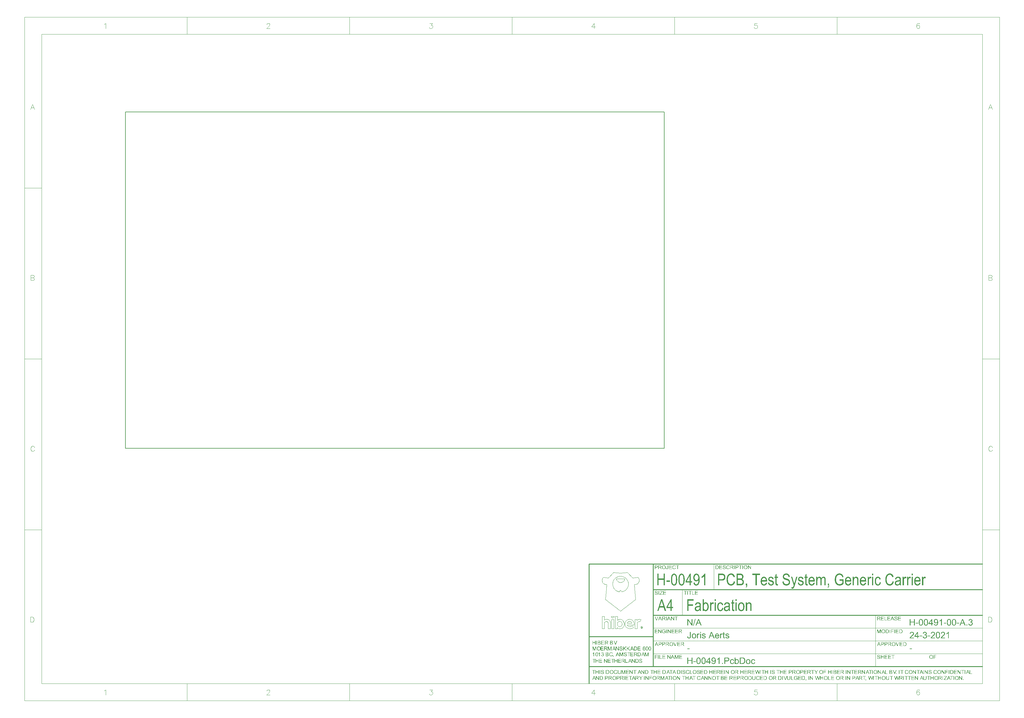
<source format=gbo>
G04*
G04 #@! TF.GenerationSoftware,Altium Limited,Altium Designer,21.2.2 (38)*
G04*
G04 Layer_Color=32896*
%FSLAX44Y44*%
%MOMM*%
G71*
G04*
G04 #@! TF.SameCoordinates,24F39D98-8D89-4310-BAB6-4DBB87F11CC4*
G04*
G04*
G04 #@! TF.FilePolarity,Positive*
G04*
G01*
G75*
%ADD14C,0.2000*%
%ADD15C,0.0991*%
%ADD16C,0.0423*%
%ADD17C,0.1000*%
%ADD18C,0.2539*%
%ADD19C,0.0127*%
G36*
X1361166Y-1197775D02*
D01*
D01*
D01*
D01*
D02*
G37*
G36*
X1416942Y-1106429D02*
X1417024D01*
X1417122Y-1106445D01*
X1417229Y-1106453D01*
X1417343Y-1106470D01*
X1417474Y-1106494D01*
X1417605Y-1106519D01*
X1417891Y-1106592D01*
X1418047Y-1106633D01*
X1418194Y-1106691D01*
X1418341Y-1106748D01*
X1418488Y-1106822D01*
X1418496Y-1106830D01*
X1418521Y-1106838D01*
X1418562Y-1106862D01*
X1418619Y-1106895D01*
X1418685Y-1106936D01*
X1418758Y-1106985D01*
X1418840Y-1107042D01*
X1418930Y-1107108D01*
X1419126Y-1107263D01*
X1419323Y-1107451D01*
X1419511Y-1107664D01*
X1419601Y-1107787D01*
X1419682Y-1107909D01*
X1419691Y-1107917D01*
X1419699Y-1107942D01*
X1419723Y-1107975D01*
X1419748Y-1108032D01*
X1419780Y-1108089D01*
X1419813Y-1108171D01*
X1419854Y-1108253D01*
X1419895Y-1108351D01*
X1419928Y-1108457D01*
X1419969Y-1108564D01*
X1420034Y-1108809D01*
X1420083Y-1109079D01*
X1420091Y-1109218D01*
X1420099Y-1109365D01*
Y-1109373D01*
Y-1109398D01*
Y-1109439D01*
X1420091Y-1109488D01*
Y-1109553D01*
X1420075Y-1109627D01*
X1420067Y-1109717D01*
X1420050Y-1109807D01*
X1420001Y-1110019D01*
X1419928Y-1110240D01*
X1419887Y-1110355D01*
X1419830Y-1110477D01*
X1419772Y-1110592D01*
X1419699Y-1110706D01*
X1419691Y-1110715D01*
X1419682Y-1110731D01*
X1419658Y-1110764D01*
X1419625Y-1110805D01*
X1419584Y-1110854D01*
X1419535Y-1110911D01*
X1419478Y-1110976D01*
X1419404Y-1111050D01*
X1419331Y-1111124D01*
X1419241Y-1111197D01*
X1419151Y-1111279D01*
X1419044Y-1111361D01*
X1418930Y-1111434D01*
X1418807Y-1111516D01*
X1418676Y-1111590D01*
X1418537Y-1111655D01*
X1418546D01*
X1418578Y-1111663D01*
X1418635Y-1111680D01*
X1418701Y-1111704D01*
X1418791Y-1111729D01*
X1418889Y-1111770D01*
X1418995Y-1111811D01*
X1419110Y-1111868D01*
X1419232Y-1111925D01*
X1419363Y-1111999D01*
X1419494Y-1112072D01*
X1419625Y-1112162D01*
X1419748Y-1112260D01*
X1419870Y-1112367D01*
X1419993Y-1112489D01*
X1420099Y-1112620D01*
X1420108Y-1112628D01*
X1420124Y-1112653D01*
X1420148Y-1112694D01*
X1420189Y-1112751D01*
X1420230Y-1112825D01*
X1420279Y-1112906D01*
X1420329Y-1113005D01*
X1420378Y-1113119D01*
X1420427Y-1113250D01*
X1420484Y-1113389D01*
X1420525Y-1113536D01*
X1420566Y-1113700D01*
X1420607Y-1113872D01*
X1420631Y-1114052D01*
X1420647Y-1114240D01*
X1420656Y-1114444D01*
Y-1114461D01*
Y-1114510D01*
X1420647Y-1114591D01*
X1420639Y-1114689D01*
X1420623Y-1114820D01*
X1420598Y-1114967D01*
X1420566Y-1115131D01*
X1420517Y-1115311D01*
X1420459Y-1115507D01*
X1420394Y-1115704D01*
X1420304Y-1115916D01*
X1420198Y-1116129D01*
X1420075Y-1116342D01*
X1419928Y-1116554D01*
X1419756Y-1116759D01*
X1419568Y-1116955D01*
X1419552Y-1116963D01*
X1419519Y-1116996D01*
X1419462Y-1117053D01*
X1419371Y-1117119D01*
X1419265Y-1117192D01*
X1419142Y-1117282D01*
X1418987Y-1117372D01*
X1418824Y-1117470D01*
X1418635Y-1117568D01*
X1418423Y-1117658D01*
X1418202Y-1117748D01*
X1417957Y-1117822D01*
X1417703Y-1117887D01*
X1417425Y-1117945D01*
X1417139Y-1117977D01*
X1416836Y-1117986D01*
X1416771D01*
X1416689Y-1117977D01*
X1416591Y-1117969D01*
X1416460Y-1117961D01*
X1416313Y-1117936D01*
X1416149Y-1117912D01*
X1415969Y-1117871D01*
X1415781Y-1117830D01*
X1415577Y-1117773D01*
X1415372Y-1117699D01*
X1415159Y-1117609D01*
X1414955Y-1117511D01*
X1414751Y-1117397D01*
X1414546Y-1117258D01*
X1414358Y-1117102D01*
X1414350Y-1117094D01*
X1414317Y-1117061D01*
X1414268Y-1117012D01*
X1414203Y-1116939D01*
X1414129Y-1116849D01*
X1414039Y-1116742D01*
X1413949Y-1116620D01*
X1413851Y-1116481D01*
X1413753Y-1116325D01*
X1413655Y-1116145D01*
X1413565Y-1115957D01*
X1413475Y-1115753D01*
X1413401Y-1115532D01*
X1413327Y-1115303D01*
X1413278Y-1115058D01*
X1413246Y-1114796D01*
X1414636Y-1114608D01*
Y-1114624D01*
X1414644Y-1114657D01*
X1414660Y-1114722D01*
X1414685Y-1114804D01*
X1414710Y-1114902D01*
X1414742Y-1115008D01*
X1414783Y-1115131D01*
X1414824Y-1115262D01*
X1414939Y-1115548D01*
X1415078Y-1115826D01*
X1415159Y-1115965D01*
X1415249Y-1116096D01*
X1415339Y-1116211D01*
X1415446Y-1116317D01*
X1415454Y-1116325D01*
X1415470Y-1116342D01*
X1415503Y-1116366D01*
X1415552Y-1116399D01*
X1415601Y-1116440D01*
X1415675Y-1116481D01*
X1415748Y-1116530D01*
X1415838Y-1116571D01*
X1415936Y-1116620D01*
X1416043Y-1116669D01*
X1416157Y-1116710D01*
X1416280Y-1116750D01*
X1416411Y-1116783D01*
X1416550Y-1116808D01*
X1416689Y-1116824D01*
X1416844Y-1116832D01*
X1416885D01*
X1416942Y-1116824D01*
X1417008D01*
X1417098Y-1116808D01*
X1417196Y-1116800D01*
X1417302Y-1116775D01*
X1417425Y-1116750D01*
X1417548Y-1116710D01*
X1417687Y-1116669D01*
X1417826Y-1116611D01*
X1417965Y-1116546D01*
X1418104Y-1116464D01*
X1418243Y-1116374D01*
X1418374Y-1116276D01*
X1418505Y-1116153D01*
X1418513Y-1116145D01*
X1418537Y-1116121D01*
X1418570Y-1116088D01*
X1418611Y-1116031D01*
X1418660Y-1115965D01*
X1418717Y-1115884D01*
X1418783Y-1115794D01*
X1418848Y-1115687D01*
X1418905Y-1115573D01*
X1418971Y-1115442D01*
X1419028Y-1115311D01*
X1419077Y-1115156D01*
X1419118Y-1115000D01*
X1419151Y-1114837D01*
X1419175Y-1114657D01*
X1419183Y-1114477D01*
Y-1114469D01*
Y-1114436D01*
Y-1114387D01*
X1419175Y-1114313D01*
X1419167Y-1114240D01*
X1419151Y-1114141D01*
X1419134Y-1114035D01*
X1419102Y-1113921D01*
X1419069Y-1113798D01*
X1419028Y-1113667D01*
X1418979Y-1113536D01*
X1418922Y-1113405D01*
X1418848Y-1113275D01*
X1418758Y-1113144D01*
X1418668Y-1113021D01*
X1418554Y-1112898D01*
X1418546Y-1112890D01*
X1418529Y-1112874D01*
X1418488Y-1112841D01*
X1418439Y-1112800D01*
X1418382Y-1112751D01*
X1418308Y-1112702D01*
X1418218Y-1112645D01*
X1418120Y-1112588D01*
X1418014Y-1112530D01*
X1417891Y-1112473D01*
X1417760Y-1112424D01*
X1417621Y-1112375D01*
X1417474Y-1112334D01*
X1417310Y-1112301D01*
X1417147Y-1112285D01*
X1416967Y-1112277D01*
X1416893D01*
X1416812Y-1112285D01*
X1416697Y-1112293D01*
X1416550Y-1112309D01*
X1416386Y-1112342D01*
X1416198Y-1112375D01*
X1415986Y-1112424D01*
X1416141Y-1111205D01*
X1416165D01*
X1416190Y-1111214D01*
X1416223D01*
X1416296Y-1111222D01*
X1416452D01*
X1416509Y-1111214D01*
X1416591Y-1111205D01*
X1416681Y-1111197D01*
X1416779Y-1111181D01*
X1416893Y-1111164D01*
X1417016Y-1111140D01*
X1417139Y-1111107D01*
X1417409Y-1111025D01*
X1417548Y-1110976D01*
X1417687Y-1110911D01*
X1417826Y-1110845D01*
X1417957Y-1110764D01*
X1417965Y-1110755D01*
X1417989Y-1110739D01*
X1418022Y-1110715D01*
X1418071Y-1110674D01*
X1418120Y-1110625D01*
X1418186Y-1110567D01*
X1418243Y-1110494D01*
X1418316Y-1110412D01*
X1418382Y-1110314D01*
X1418447Y-1110208D01*
X1418505Y-1110093D01*
X1418554Y-1109962D01*
X1418603Y-1109823D01*
X1418635Y-1109668D01*
X1418660Y-1109504D01*
X1418668Y-1109332D01*
Y-1109324D01*
Y-1109300D01*
Y-1109259D01*
X1418660Y-1109202D01*
X1418652Y-1109144D01*
X1418644Y-1109062D01*
X1418627Y-1108981D01*
X1418603Y-1108891D01*
X1418537Y-1108694D01*
X1418496Y-1108588D01*
X1418447Y-1108482D01*
X1418390Y-1108375D01*
X1418316Y-1108269D01*
X1418235Y-1108171D01*
X1418145Y-1108073D01*
X1418136Y-1108065D01*
X1418120Y-1108048D01*
X1418096Y-1108024D01*
X1418055Y-1107991D01*
X1417997Y-1107958D01*
X1417940Y-1107909D01*
X1417867Y-1107868D01*
X1417785Y-1107819D01*
X1417695Y-1107770D01*
X1417597Y-1107729D01*
X1417482Y-1107680D01*
X1417368Y-1107647D01*
X1417237Y-1107615D01*
X1417106Y-1107590D01*
X1416959Y-1107574D01*
X1416812Y-1107566D01*
X1416730D01*
X1416681Y-1107574D01*
X1416607Y-1107582D01*
X1416525Y-1107590D01*
X1416435Y-1107607D01*
X1416337Y-1107631D01*
X1416125Y-1107688D01*
X1416018Y-1107729D01*
X1415904Y-1107787D01*
X1415789Y-1107844D01*
X1415675Y-1107909D01*
X1415568Y-1107991D01*
X1415462Y-1108081D01*
X1415454Y-1108089D01*
X1415437Y-1108105D01*
X1415413Y-1108138D01*
X1415372Y-1108179D01*
X1415331Y-1108228D01*
X1415282Y-1108294D01*
X1415233Y-1108375D01*
X1415176Y-1108457D01*
X1415119Y-1108564D01*
X1415061Y-1108678D01*
X1414996Y-1108801D01*
X1414947Y-1108940D01*
X1414890Y-1109087D01*
X1414849Y-1109242D01*
X1414808Y-1109414D01*
X1414775Y-1109602D01*
X1413385Y-1109357D01*
Y-1109349D01*
Y-1109341D01*
X1413401Y-1109292D01*
X1413417Y-1109226D01*
X1413442Y-1109128D01*
X1413475Y-1109005D01*
X1413515Y-1108874D01*
X1413565Y-1108727D01*
X1413622Y-1108564D01*
X1413695Y-1108392D01*
X1413777Y-1108212D01*
X1413875Y-1108032D01*
X1413982Y-1107852D01*
X1414096Y-1107672D01*
X1414227Y-1107500D01*
X1414374Y-1107337D01*
X1414538Y-1107189D01*
X1414546Y-1107181D01*
X1414579Y-1107157D01*
X1414628Y-1107116D01*
X1414701Y-1107067D01*
X1414791Y-1107010D01*
X1414898Y-1106944D01*
X1415020Y-1106879D01*
X1415159Y-1106805D01*
X1415315Y-1106731D01*
X1415487Y-1106666D01*
X1415667Y-1106601D01*
X1415863Y-1106543D01*
X1416075Y-1106494D01*
X1416304Y-1106453D01*
X1416542Y-1106429D01*
X1416787Y-1106421D01*
X1416877D01*
X1416942Y-1106429D01*
D02*
G37*
G36*
X1405857Y-1089002D02*
X1405963D01*
X1406102Y-1089018D01*
X1406266Y-1089035D01*
X1406446Y-1089059D01*
X1406642Y-1089084D01*
X1406855Y-1089125D01*
X1407084Y-1089174D01*
X1407321Y-1089239D01*
X1407558Y-1089313D01*
X1407804Y-1089395D01*
X1408049Y-1089501D01*
X1408294Y-1089615D01*
X1408531Y-1089746D01*
X1408548Y-1089754D01*
X1408589Y-1089779D01*
X1408654Y-1089820D01*
X1408736Y-1089885D01*
X1408842Y-1089959D01*
X1408965Y-1090049D01*
X1409096Y-1090163D01*
X1409243Y-1090286D01*
X1409398Y-1090425D01*
X1409554Y-1090580D01*
X1409717Y-1090752D01*
X1409873Y-1090940D01*
X1410028Y-1091145D01*
X1410184Y-1091357D01*
X1410323Y-1091586D01*
X1410453Y-1091832D01*
X1410462Y-1091848D01*
X1410486Y-1091889D01*
X1410519Y-1091963D01*
X1410560Y-1092069D01*
X1410609Y-1092192D01*
X1410666Y-1092347D01*
X1410723Y-1092519D01*
X1410789Y-1092715D01*
X1410846Y-1092928D01*
X1410903Y-1093165D01*
X1410961Y-1093410D01*
X1411010Y-1093680D01*
X1411059Y-1093958D01*
X1411086Y-1094202D01*
Y-1089226D01*
X1419265D01*
Y-1090559D01*
X1412583D01*
Y-1094027D01*
X1418839D01*
Y-1095360D01*
X1412583D01*
Y-1099212D01*
X1419526D01*
Y-1100545D01*
X1411086D01*
Y-1095425D01*
X1411083Y-1095480D01*
X1411059Y-1095684D01*
X1411026Y-1095897D01*
X1410993Y-1096134D01*
X1410944Y-1096379D01*
X1410887Y-1096633D01*
X1410822Y-1096894D01*
X1410740Y-1097164D01*
X1410650Y-1097426D01*
X1410544Y-1097688D01*
X1410421Y-1097950D01*
X1410413Y-1097966D01*
X1410388Y-1098007D01*
X1410347Y-1098080D01*
X1410290Y-1098170D01*
X1410224Y-1098285D01*
X1410135Y-1098416D01*
X1410028Y-1098563D01*
X1409914Y-1098718D01*
X1409783Y-1098882D01*
X1409636Y-1099045D01*
X1409472Y-1099217D01*
X1409300Y-1099389D01*
X1409104Y-1099553D01*
X1408900Y-1099716D01*
X1408679Y-1099863D01*
X1408450Y-1100002D01*
X1408433Y-1100011D01*
X1408392Y-1100035D01*
X1408319Y-1100068D01*
X1408229Y-1100109D01*
X1408106Y-1100166D01*
X1407967Y-1100223D01*
X1407812Y-1100289D01*
X1407632Y-1100346D01*
X1407427Y-1100411D01*
X1407215Y-1100477D01*
X1406994Y-1100534D01*
X1406749Y-1100591D01*
X1406503Y-1100632D01*
X1406241Y-1100665D01*
X1405972Y-1100689D01*
X1405702Y-1100698D01*
X1405628D01*
X1405546Y-1100689D01*
X1405432Y-1100681D01*
X1405293Y-1100673D01*
X1405129Y-1100657D01*
X1404941Y-1100632D01*
X1404745Y-1100599D01*
X1404524Y-1100558D01*
X1404295Y-1100509D01*
X1404058Y-1100444D01*
X1403820Y-1100370D01*
X1403575Y-1100289D01*
X1403322Y-1100182D01*
X1403076Y-1100068D01*
X1402839Y-1099929D01*
X1402823Y-1099921D01*
X1402782Y-1099896D01*
X1402716Y-1099847D01*
X1402635Y-1099790D01*
X1402528Y-1099708D01*
X1402406Y-1099618D01*
X1402275Y-1099503D01*
X1402128Y-1099381D01*
X1401980Y-1099234D01*
X1401817Y-1099078D01*
X1401661Y-1098906D01*
X1401506Y-1098718D01*
X1401351Y-1098514D01*
X1401203Y-1098301D01*
X1401064Y-1098072D01*
X1400933Y-1097827D01*
X1400925Y-1097811D01*
X1400909Y-1097770D01*
X1400876Y-1097696D01*
X1400835Y-1097590D01*
X1400786Y-1097467D01*
X1400729Y-1097320D01*
X1400672Y-1097156D01*
X1400614Y-1096968D01*
X1400549Y-1096764D01*
X1400492Y-1096543D01*
X1400435Y-1096314D01*
X1400385Y-1096068D01*
X1400345Y-1095807D01*
X1400312Y-1095545D01*
X1400296Y-1095275D01*
X1400287Y-1094997D01*
Y-1094989D01*
Y-1094964D01*
Y-1094923D01*
Y-1094874D01*
X1400296Y-1094809D01*
Y-1094727D01*
X1400304Y-1094637D01*
X1400312Y-1094531D01*
X1400320Y-1094416D01*
X1400336Y-1094294D01*
X1400353Y-1094163D01*
X1400369Y-1094024D01*
X1400418Y-1093721D01*
X1400475Y-1093394D01*
X1400557Y-1093042D01*
X1400655Y-1092682D01*
X1400778Y-1092314D01*
X1400925Y-1091946D01*
X1401097Y-1091586D01*
X1401302Y-1091235D01*
X1401416Y-1091063D01*
X1401530Y-1090899D01*
X1401661Y-1090744D01*
X1401800Y-1090589D01*
X1401809Y-1090580D01*
X1401817Y-1090572D01*
X1401841Y-1090548D01*
X1401874Y-1090523D01*
X1401907Y-1090482D01*
X1401956Y-1090441D01*
X1402079Y-1090335D01*
X1402226Y-1090220D01*
X1402406Y-1090081D01*
X1402618Y-1089942D01*
X1402855Y-1089787D01*
X1403125Y-1089640D01*
X1403420Y-1089501D01*
X1403739Y-1089362D01*
X1404082Y-1089239D01*
X1404458Y-1089141D01*
X1404851Y-1089059D01*
X1405056Y-1089035D01*
X1405268Y-1089010D01*
X1405481Y-1089002D01*
X1405702Y-1088994D01*
X1405775D01*
X1405857Y-1089002D01*
D02*
G37*
G36*
X1414945Y-1127274D02*
X1408263D01*
Y-1130742D01*
X1414520D01*
Y-1132075D01*
X1408263D01*
Y-1135927D01*
X1415207D01*
Y-1137260D01*
X1406767D01*
Y-1125941D01*
X1414945D01*
Y-1127274D01*
D02*
G37*
G36*
X1408778Y-1117823D02*
X1407388D01*
Y-1108973D01*
X1407379Y-1108982D01*
X1407363Y-1108998D01*
X1407339Y-1109023D01*
X1407298Y-1109055D01*
X1407249Y-1109096D01*
X1407183Y-1109153D01*
X1407110Y-1109211D01*
X1407036Y-1109276D01*
X1406938Y-1109342D01*
X1406840Y-1109423D01*
X1406733Y-1109497D01*
X1406619Y-1109587D01*
X1406488Y-1109669D01*
X1406357Y-1109759D01*
X1406063Y-1109939D01*
X1406054Y-1109947D01*
X1406030Y-1109963D01*
X1405981Y-1109988D01*
X1405923Y-1110012D01*
X1405858Y-1110053D01*
X1405776Y-1110102D01*
X1405678Y-1110151D01*
X1405580Y-1110209D01*
X1405351Y-1110323D01*
X1405106Y-1110437D01*
X1404852Y-1110552D01*
X1404607Y-1110650D01*
Y-1109309D01*
X1404623Y-1109301D01*
X1404656Y-1109284D01*
X1404721Y-1109252D01*
X1404803Y-1109211D01*
X1404901Y-1109162D01*
X1405024Y-1109096D01*
X1405155Y-1109023D01*
X1405294Y-1108941D01*
X1405449Y-1108843D01*
X1405613Y-1108745D01*
X1405956Y-1108515D01*
X1406308Y-1108262D01*
X1406643Y-1107984D01*
X1406651Y-1107976D01*
X1406684Y-1107951D01*
X1406725Y-1107910D01*
X1406782Y-1107853D01*
X1406856Y-1107779D01*
X1406938Y-1107698D01*
X1407028Y-1107599D01*
X1407126Y-1107501D01*
X1407224Y-1107387D01*
X1407330Y-1107264D01*
X1407535Y-1107011D01*
X1407723Y-1106741D01*
X1407805Y-1106602D01*
X1407878Y-1106463D01*
X1408778D01*
Y-1117823D01*
D02*
G37*
G36*
X1406896Y-1071956D02*
X1407011D01*
X1407133Y-1071964D01*
X1407281Y-1071981D01*
X1407428Y-1071989D01*
X1407592Y-1072013D01*
X1407763Y-1072030D01*
X1408107Y-1072095D01*
X1408450Y-1072185D01*
X1408614Y-1072234D01*
X1408761Y-1072300D01*
X1408769D01*
X1408794Y-1072316D01*
X1408835Y-1072332D01*
X1408892Y-1072365D01*
X1408957Y-1072398D01*
X1409031Y-1072447D01*
X1409121Y-1072496D01*
X1409211Y-1072561D01*
X1409309Y-1072627D01*
X1409407Y-1072709D01*
X1409505Y-1072790D01*
X1409612Y-1072888D01*
X1409710Y-1072995D01*
X1409808Y-1073101D01*
X1409898Y-1073224D01*
X1409988Y-1073355D01*
X1409996Y-1073363D01*
X1410004Y-1073387D01*
X1410029Y-1073428D01*
X1410061Y-1073477D01*
X1410094Y-1073543D01*
X1410127Y-1073625D01*
X1410168Y-1073706D01*
X1410217Y-1073804D01*
X1410258Y-1073919D01*
X1410299Y-1074034D01*
X1410364Y-1074287D01*
X1410421Y-1074565D01*
X1410430Y-1074704D01*
X1410438Y-1074851D01*
Y-1074860D01*
Y-1074884D01*
Y-1074925D01*
X1410430Y-1074974D01*
Y-1075040D01*
X1410413Y-1075113D01*
X1410405Y-1075203D01*
X1410389Y-1075293D01*
X1410340Y-1075506D01*
X1410266Y-1075735D01*
X1410225Y-1075857D01*
X1410168Y-1075972D01*
X1410110Y-1076095D01*
X1410037Y-1076217D01*
X1410029Y-1076226D01*
X1410021Y-1076242D01*
X1409996Y-1076274D01*
X1409963Y-1076324D01*
X1409922Y-1076381D01*
X1409873Y-1076438D01*
X1409808Y-1076512D01*
X1409742Y-1076585D01*
X1409661Y-1076667D01*
X1409579Y-1076749D01*
X1409481Y-1076831D01*
X1409374Y-1076921D01*
X1409252Y-1077011D01*
X1409129Y-1077092D01*
X1408998Y-1077174D01*
X1408851Y-1077248D01*
X1408859D01*
X1408900Y-1077264D01*
X1408949Y-1077281D01*
X1409023Y-1077305D01*
X1409104Y-1077338D01*
X1409203Y-1077379D01*
X1409317Y-1077428D01*
X1409432Y-1077493D01*
X1409563Y-1077559D01*
X1409693Y-1077632D01*
X1409824Y-1077714D01*
X1409955Y-1077812D01*
X1410078Y-1077910D01*
X1410209Y-1078025D01*
X1410323Y-1078148D01*
X1410430Y-1078278D01*
X1410438Y-1078287D01*
X1410454Y-1078311D01*
X1410479Y-1078352D01*
X1410520Y-1078409D01*
X1410560Y-1078475D01*
X1410609Y-1078556D01*
X1410659Y-1078655D01*
X1410708Y-1078761D01*
X1410757Y-1078884D01*
X1410814Y-1079014D01*
X1410855Y-1079154D01*
X1410896Y-1079309D01*
X1410937Y-1079464D01*
X1410961Y-1079636D01*
X1410977Y-1079808D01*
X1410986Y-1079988D01*
Y-1079996D01*
Y-1080020D01*
Y-1080070D01*
X1410977Y-1080127D01*
Y-1080192D01*
X1410969Y-1080274D01*
X1410961Y-1080372D01*
X1410945Y-1080470D01*
X1410904Y-1080699D01*
X1410838Y-1080953D01*
X1410757Y-1081215D01*
X1410642Y-1081476D01*
Y-1081484D01*
X1410626Y-1081509D01*
X1410609Y-1081542D01*
X1410585Y-1081591D01*
X1410552Y-1081648D01*
X1410511Y-1081713D01*
X1410413Y-1081861D01*
X1410291Y-1082032D01*
X1410151Y-1082204D01*
X1409996Y-1082376D01*
X1409816Y-1082523D01*
X1409808D01*
X1409792Y-1082540D01*
X1409767Y-1082556D01*
X1409726Y-1082580D01*
X1409677Y-1082613D01*
X1409620Y-1082646D01*
X1409554Y-1082687D01*
X1409481Y-1082728D01*
X1409391Y-1082777D01*
X1409301Y-1082818D01*
X1409088Y-1082916D01*
X1408851Y-1082998D01*
X1408581Y-1083079D01*
X1408573D01*
X1408548Y-1083087D01*
X1408508Y-1083096D01*
X1408450Y-1083112D01*
X1408377Y-1083120D01*
X1408287Y-1083137D01*
X1408188Y-1083153D01*
X1408074Y-1083169D01*
X1407951Y-1083194D01*
X1407812Y-1083210D01*
X1407657Y-1083226D01*
X1407502Y-1083235D01*
X1407330Y-1083251D01*
X1407150Y-1083259D01*
X1406953Y-1083267D01*
X1402447D01*
Y-1071948D01*
X1406806D01*
X1406896Y-1071956D01*
D02*
G37*
G36*
X1396301Y-1125941D02*
X1397465D01*
Y-1130595D01*
X1403337D01*
Y-1125941D01*
X1404834D01*
Y-1137260D01*
X1403337D01*
Y-1131928D01*
X1397465D01*
Y-1137260D01*
X1395968D01*
Y-1127274D01*
X1392555D01*
Y-1137260D01*
X1391059D01*
Y-1127274D01*
X1387329D01*
Y-1125941D01*
X1396301D01*
D01*
D02*
G37*
G36*
X1399812Y-1106435D02*
X1399886D01*
X1399984Y-1106443D01*
X1400082Y-1106460D01*
X1400196Y-1106476D01*
X1400442Y-1106517D01*
X1400712Y-1106582D01*
X1400990Y-1106672D01*
X1401120Y-1106730D01*
X1401251Y-1106795D01*
X1401259D01*
X1401284Y-1106811D01*
X1401317Y-1106836D01*
X1401366Y-1106860D01*
X1401423Y-1106901D01*
X1401488Y-1106950D01*
X1401570Y-1106999D01*
X1401652Y-1107065D01*
X1401832Y-1107212D01*
X1402020Y-1107400D01*
X1402208Y-1107613D01*
X1402380Y-1107858D01*
X1402388Y-1107866D01*
X1402396Y-1107891D01*
X1402421Y-1107932D01*
X1402454Y-1107981D01*
X1402495Y-1108046D01*
X1402535Y-1108128D01*
X1402585Y-1108218D01*
X1402634Y-1108324D01*
X1402691Y-1108439D01*
X1402748Y-1108570D01*
X1402805Y-1108709D01*
X1402871Y-1108856D01*
X1402928Y-1109011D01*
X1402977Y-1109175D01*
X1403034Y-1109355D01*
X1403083Y-1109535D01*
Y-1109543D01*
X1403092Y-1109584D01*
X1403108Y-1109633D01*
X1403124Y-1109715D01*
X1403141Y-1109813D01*
X1403165Y-1109936D01*
X1403190Y-1110075D01*
X1403214Y-1110238D01*
X1403239Y-1110418D01*
X1403263Y-1110623D01*
X1403288Y-1110843D01*
X1403304Y-1111081D01*
X1403321Y-1111334D01*
X1403337Y-1111612D01*
X1403345Y-1111898D01*
Y-1112209D01*
Y-1112217D01*
Y-1112234D01*
Y-1112258D01*
Y-1112299D01*
Y-1112340D01*
Y-1112397D01*
X1403337Y-1112463D01*
Y-1112536D01*
X1403329Y-1112708D01*
X1403321Y-1112905D01*
X1403312Y-1113117D01*
X1403296Y-1113354D01*
X1403271Y-1113608D01*
X1403247Y-1113870D01*
X1403173Y-1114401D01*
X1403124Y-1114671D01*
X1403067Y-1114933D01*
X1403002Y-1115186D01*
X1402928Y-1115424D01*
X1402920Y-1115440D01*
X1402912Y-1115481D01*
X1402887Y-1115538D01*
X1402854Y-1115628D01*
X1402805Y-1115726D01*
X1402756Y-1115849D01*
X1402691Y-1115980D01*
X1402625Y-1116119D01*
X1402544Y-1116266D01*
X1402446Y-1116421D01*
X1402347Y-1116577D01*
X1402241Y-1116740D01*
X1402118Y-1116896D01*
X1401987Y-1117043D01*
X1401848Y-1117182D01*
X1401701Y-1117313D01*
X1401693Y-1117321D01*
X1401660Y-1117337D01*
X1401619Y-1117370D01*
X1401554Y-1117419D01*
X1401472Y-1117468D01*
X1401382Y-1117525D01*
X1401268Y-1117583D01*
X1401145Y-1117640D01*
X1400998Y-1117706D01*
X1400842Y-1117763D01*
X1400679Y-1117820D01*
X1400499Y-1117869D01*
X1400303Y-1117910D01*
X1400098Y-1117943D01*
X1399886Y-1117967D01*
X1399657Y-1117975D01*
X1399583D01*
X1399501Y-1117967D01*
X1399387Y-1117959D01*
X1399247Y-1117943D01*
X1399084Y-1117910D01*
X1398912Y-1117877D01*
X1398716Y-1117828D01*
X1398512Y-1117771D01*
X1398307Y-1117689D01*
X1398094Y-1117599D01*
X1397874Y-1117485D01*
X1397661Y-1117354D01*
X1397456Y-1117198D01*
X1397260Y-1117018D01*
X1397080Y-1116814D01*
Y-1116806D01*
X1397072Y-1116798D01*
X1397056Y-1116773D01*
X1397031Y-1116749D01*
X1397007Y-1116708D01*
X1396974Y-1116659D01*
X1396941Y-1116609D01*
X1396908Y-1116544D01*
X1396868Y-1116470D01*
X1396818Y-1116389D01*
X1396777Y-1116299D01*
X1396729Y-1116201D01*
X1396679Y-1116086D01*
X1396630Y-1115972D01*
X1396573Y-1115841D01*
X1396524Y-1115710D01*
X1396475Y-1115563D01*
X1396418Y-1115407D01*
X1396369Y-1115244D01*
X1396319Y-1115064D01*
X1396270Y-1114884D01*
X1396230Y-1114688D01*
X1396181Y-1114491D01*
X1396140Y-1114270D01*
X1396107Y-1114050D01*
X1396074Y-1113820D01*
X1396042Y-1113575D01*
X1396017Y-1113322D01*
X1395992Y-1113060D01*
X1395984Y-1112790D01*
X1395968Y-1112504D01*
Y-1112209D01*
Y-1112201D01*
Y-1112185D01*
Y-1112160D01*
Y-1112119D01*
Y-1112070D01*
Y-1112013D01*
X1395976Y-1111948D01*
Y-1111874D01*
X1395984Y-1111710D01*
X1395992Y-1111514D01*
X1396001Y-1111293D01*
X1396017Y-1111056D01*
X1396042Y-1110803D01*
X1396066Y-1110541D01*
X1396140Y-1110001D01*
X1396189Y-1109731D01*
X1396246Y-1109469D01*
X1396303Y-1109216D01*
X1396377Y-1108979D01*
X1396385Y-1108962D01*
X1396393Y-1108921D01*
X1396418Y-1108864D01*
X1396450Y-1108774D01*
X1396499Y-1108676D01*
X1396548Y-1108553D01*
X1396614Y-1108422D01*
X1396688Y-1108283D01*
X1396761Y-1108136D01*
X1396859Y-1107981D01*
X1396958Y-1107817D01*
X1397064Y-1107662D01*
X1397186Y-1107506D01*
X1397317Y-1107359D01*
X1397456Y-1107220D01*
X1397604Y-1107089D01*
X1397612Y-1107081D01*
X1397645Y-1107057D01*
X1397685Y-1107024D01*
X1397751Y-1106983D01*
X1397833Y-1106934D01*
X1397931Y-1106877D01*
X1398037Y-1106820D01*
X1398168Y-1106754D01*
X1398307Y-1106697D01*
X1398462Y-1106639D01*
X1398634Y-1106582D01*
X1398814Y-1106533D01*
X1399010Y-1106484D01*
X1399215Y-1106451D01*
X1399427Y-1106435D01*
X1399657Y-1106427D01*
X1399747D01*
X1399812Y-1106435D01*
D02*
G37*
G36*
X1399624Y-1083267D02*
X1398128D01*
Y-1071948D01*
X1399624D01*
Y-1083267D01*
D02*
G37*
G36*
X1398141Y-1100545D02*
X1396694D01*
Y-1091074D01*
X1393398Y-1100545D01*
X1392040D01*
X1388777Y-1090910D01*
Y-1100545D01*
X1387329D01*
Y-1089226D01*
X1389578D01*
X1392261Y-1097241D01*
X1392269Y-1097257D01*
X1392277Y-1097290D01*
X1392294Y-1097347D01*
X1392318Y-1097421D01*
X1392351Y-1097519D01*
X1392383Y-1097625D01*
X1392424Y-1097740D01*
X1392465Y-1097871D01*
X1392555Y-1098141D01*
X1392645Y-1098419D01*
X1392686Y-1098558D01*
X1392727Y-1098689D01*
X1392768Y-1098803D01*
X1392801Y-1098918D01*
Y-1098909D01*
X1392809Y-1098885D01*
X1392825Y-1098852D01*
X1392841Y-1098803D01*
X1392858Y-1098738D01*
X1392882Y-1098656D01*
X1392915Y-1098566D01*
X1392948Y-1098460D01*
X1392989Y-1098337D01*
X1393038Y-1098206D01*
X1393087Y-1098059D01*
X1393136Y-1097895D01*
X1393201Y-1097715D01*
X1393259Y-1097527D01*
X1393332Y-1097323D01*
X1393406Y-1097102D01*
X1396121Y-1089226D01*
X1398141D01*
Y-1100545D01*
D02*
G37*
G36*
X1396195Y-1083267D02*
X1394698D01*
Y-1077935D01*
X1388826D01*
Y-1083267D01*
X1387329D01*
Y-1071948D01*
X1388826D01*
Y-1076602D01*
X1394698D01*
Y-1071948D01*
X1396195D01*
Y-1083267D01*
D02*
G37*
G36*
X1391500Y-1117823D02*
X1390110D01*
Y-1108973D01*
X1390102Y-1108982D01*
X1390085Y-1108998D01*
X1390061Y-1109023D01*
X1390020Y-1109055D01*
X1389971Y-1109096D01*
X1389905Y-1109153D01*
X1389832Y-1109211D01*
X1389758Y-1109276D01*
X1389660Y-1109342D01*
X1389562Y-1109423D01*
X1389455Y-1109497D01*
X1389341Y-1109587D01*
X1389210Y-1109669D01*
X1389079Y-1109759D01*
X1388785Y-1109939D01*
X1388777Y-1109947D01*
X1388752Y-1109963D01*
X1388703Y-1109988D01*
X1388646Y-1110012D01*
X1388580Y-1110053D01*
X1388499Y-1110102D01*
X1388400Y-1110151D01*
X1388302Y-1110209D01*
X1388073Y-1110323D01*
X1387828Y-1110437D01*
X1387574Y-1110552D01*
X1387329Y-1110650D01*
Y-1109309D01*
X1387345Y-1109301D01*
X1387378Y-1109284D01*
X1387444Y-1109252D01*
X1387525Y-1109211D01*
X1387623Y-1109162D01*
X1387746Y-1109096D01*
X1387877Y-1109023D01*
X1388016Y-1108941D01*
X1388171Y-1108843D01*
X1388335Y-1108745D01*
X1388678Y-1108515D01*
X1389030Y-1108262D01*
X1389366Y-1107984D01*
X1389374Y-1107976D01*
X1389406Y-1107951D01*
X1389447Y-1107910D01*
X1389505Y-1107853D01*
X1389578Y-1107779D01*
X1389660Y-1107698D01*
X1389750Y-1107599D01*
X1389848Y-1107501D01*
X1389946Y-1107387D01*
X1390052Y-1107264D01*
X1390257Y-1107011D01*
X1390445Y-1106741D01*
X1390527Y-1106602D01*
X1390600Y-1106463D01*
X1391500D01*
Y-1117823D01*
D02*
G37*
G36*
X1557472Y-1089157D02*
X1557545D01*
X1557643Y-1089165D01*
X1557742Y-1089182D01*
X1557856Y-1089198D01*
X1558101Y-1089239D01*
X1558371Y-1089305D01*
X1558649Y-1089395D01*
X1558780Y-1089452D01*
X1558911Y-1089517D01*
X1558919D01*
X1558944Y-1089533D01*
X1558976Y-1089558D01*
X1559026Y-1089583D01*
X1559083Y-1089623D01*
X1559148Y-1089672D01*
X1559230Y-1089722D01*
X1559312Y-1089787D01*
X1559492Y-1089934D01*
X1559680Y-1090122D01*
X1559868Y-1090335D01*
X1560040Y-1090580D01*
X1560048Y-1090589D01*
X1560056Y-1090613D01*
X1560081Y-1090654D01*
X1560113Y-1090703D01*
X1560154Y-1090769D01*
X1560195Y-1090850D01*
X1560244Y-1090940D01*
X1560293Y-1091047D01*
X1560350Y-1091161D01*
X1560408Y-1091292D01*
X1560465Y-1091431D01*
X1560531Y-1091578D01*
X1560588Y-1091734D01*
X1560637Y-1091897D01*
X1560694Y-1092077D01*
X1560743Y-1092257D01*
Y-1092265D01*
X1560751Y-1092306D01*
X1560768Y-1092355D01*
X1560784Y-1092437D01*
X1560800Y-1092535D01*
X1560825Y-1092658D01*
X1560849Y-1092797D01*
X1560874Y-1092960D01*
X1560898Y-1093140D01*
X1560923Y-1093345D01*
X1560948Y-1093566D01*
X1560964Y-1093803D01*
X1560980Y-1094056D01*
X1560997Y-1094334D01*
X1561005Y-1094621D01*
Y-1094931D01*
Y-1094940D01*
Y-1094956D01*
Y-1094981D01*
Y-1095022D01*
Y-1095062D01*
Y-1095120D01*
X1560997Y-1095185D01*
Y-1095259D01*
X1560988Y-1095430D01*
X1560980Y-1095627D01*
X1560972Y-1095839D01*
X1560956Y-1096077D01*
X1560931Y-1096330D01*
X1560907Y-1096592D01*
X1560833Y-1097123D01*
X1560784Y-1097393D01*
X1560727Y-1097655D01*
X1560661Y-1097909D01*
X1560588Y-1098146D01*
X1560580Y-1098162D01*
X1560571Y-1098203D01*
X1560547Y-1098260D01*
X1560514Y-1098350D01*
X1560465Y-1098448D01*
X1560416Y-1098571D01*
X1560350Y-1098702D01*
X1560285Y-1098841D01*
X1560203Y-1098988D01*
X1560105Y-1099144D01*
X1560007Y-1099299D01*
X1559901Y-1099463D01*
X1559778Y-1099618D01*
X1559647Y-1099765D01*
X1559508Y-1099904D01*
X1559361Y-1100035D01*
X1559353Y-1100043D01*
X1559320Y-1100060D01*
X1559279Y-1100092D01*
X1559214Y-1100141D01*
X1559132Y-1100191D01*
X1559042Y-1100248D01*
X1558927Y-1100305D01*
X1558805Y-1100362D01*
X1558658Y-1100428D01*
X1558502Y-1100485D01*
X1558339Y-1100542D01*
X1558159Y-1100591D01*
X1557962Y-1100632D01*
X1557758Y-1100665D01*
X1557545Y-1100689D01*
X1557316Y-1100698D01*
X1557243D01*
X1557161Y-1100689D01*
X1557046Y-1100681D01*
X1556907Y-1100665D01*
X1556744Y-1100632D01*
X1556572Y-1100599D01*
X1556376Y-1100550D01*
X1556171Y-1100493D01*
X1555967Y-1100411D01*
X1555754Y-1100321D01*
X1555533Y-1100207D01*
X1555321Y-1100076D01*
X1555116Y-1099921D01*
X1554920Y-1099741D01*
X1554740Y-1099536D01*
Y-1099528D01*
X1554732Y-1099520D01*
X1554715Y-1099495D01*
X1554691Y-1099471D01*
X1554666Y-1099430D01*
X1554634Y-1099381D01*
X1554601Y-1099332D01*
X1554568Y-1099266D01*
X1554527Y-1099193D01*
X1554478Y-1099111D01*
X1554437Y-1099021D01*
X1554388Y-1098923D01*
X1554339Y-1098808D01*
X1554290Y-1098694D01*
X1554233Y-1098563D01*
X1554184Y-1098432D01*
X1554135Y-1098285D01*
X1554077Y-1098129D01*
X1554028Y-1097966D01*
X1553979Y-1097786D01*
X1553930Y-1097606D01*
X1553889Y-1097410D01*
X1553840Y-1097213D01*
X1553799Y-1096993D01*
X1553767Y-1096772D01*
X1553734Y-1096543D01*
X1553701Y-1096297D01*
X1553677Y-1096044D01*
X1553652Y-1095782D01*
X1553644Y-1095512D01*
X1553628Y-1095226D01*
Y-1094931D01*
Y-1094923D01*
Y-1094907D01*
Y-1094882D01*
Y-1094842D01*
Y-1094792D01*
Y-1094735D01*
X1553636Y-1094670D01*
Y-1094596D01*
X1553644Y-1094433D01*
X1553652Y-1094236D01*
X1553660Y-1094016D01*
X1553677Y-1093778D01*
X1553701Y-1093525D01*
X1553726Y-1093263D01*
X1553799Y-1092723D01*
X1553848Y-1092453D01*
X1553906Y-1092192D01*
X1553963Y-1091938D01*
X1554037Y-1091701D01*
X1554045Y-1091684D01*
X1554053Y-1091644D01*
X1554077Y-1091586D01*
X1554110Y-1091496D01*
X1554159Y-1091398D01*
X1554208Y-1091276D01*
X1554274Y-1091145D01*
X1554347Y-1091006D01*
X1554421Y-1090859D01*
X1554519Y-1090703D01*
X1554617Y-1090539D01*
X1554724Y-1090384D01*
X1554846Y-1090229D01*
X1554977Y-1090081D01*
X1555116Y-1089942D01*
X1555263Y-1089812D01*
X1555271Y-1089803D01*
X1555304Y-1089779D01*
X1555345Y-1089746D01*
X1555411Y-1089705D01*
X1555492Y-1089656D01*
X1555591Y-1089599D01*
X1555697Y-1089542D01*
X1555828Y-1089476D01*
X1555967Y-1089419D01*
X1556122Y-1089362D01*
X1556294Y-1089305D01*
X1556474Y-1089255D01*
X1556670Y-1089206D01*
X1556875Y-1089174D01*
X1557087Y-1089157D01*
X1557316Y-1089149D01*
X1557406D01*
X1557472Y-1089157D01*
D02*
G37*
G36*
X1553641Y-1117823D02*
X1552194D01*
Y-1108352D01*
X1548898Y-1117823D01*
X1547540D01*
X1544277Y-1108188D01*
Y-1117823D01*
X1542829D01*
Y-1106504D01*
X1545078D01*
X1547761Y-1114519D01*
X1547769Y-1114535D01*
X1547777Y-1114568D01*
X1547793Y-1114625D01*
X1547818Y-1114699D01*
X1547851Y-1114797D01*
X1547883Y-1114903D01*
X1547924Y-1115018D01*
X1547965Y-1115148D01*
X1548055Y-1115418D01*
X1548145Y-1115696D01*
X1548186Y-1115835D01*
X1548227Y-1115966D01*
X1548268Y-1116081D01*
X1548301Y-1116195D01*
Y-1116187D01*
X1548309Y-1116163D01*
X1548325Y-1116130D01*
X1548342Y-1116081D01*
X1548358Y-1116015D01*
X1548382Y-1115934D01*
X1548415Y-1115844D01*
X1548448Y-1115737D01*
X1548489Y-1115615D01*
X1548538Y-1115484D01*
X1548587Y-1115337D01*
X1548636Y-1115173D01*
X1548701Y-1114993D01*
X1548759Y-1114805D01*
X1548832Y-1114601D01*
X1548906Y-1114380D01*
X1551621Y-1106504D01*
X1553641D01*
Y-1117823D01*
D02*
G37*
G36*
X1540537Y-1089157D02*
X1540627D01*
X1540742Y-1089174D01*
X1540873Y-1089190D01*
X1541020Y-1089214D01*
X1541183Y-1089239D01*
X1541347Y-1089280D01*
X1541527Y-1089329D01*
X1541707Y-1089395D01*
X1541887Y-1089468D01*
X1542075Y-1089550D01*
X1542255Y-1089656D01*
X1542427Y-1089771D01*
X1542590Y-1089902D01*
X1542598Y-1089910D01*
X1542631Y-1089934D01*
X1542672Y-1089983D01*
X1542729Y-1090041D01*
X1542795Y-1090114D01*
X1542868Y-1090212D01*
X1542950Y-1090319D01*
X1543040Y-1090441D01*
X1543130Y-1090580D01*
X1543220Y-1090736D01*
X1543310Y-1090908D01*
X1543384Y-1091096D01*
X1543465Y-1091292D01*
X1543531Y-1091505D01*
X1543580Y-1091734D01*
X1543621Y-1091971D01*
X1542238Y-1092077D01*
Y-1092069D01*
X1542230Y-1092044D01*
X1542222Y-1091995D01*
X1542206Y-1091946D01*
X1542181Y-1091873D01*
X1542165Y-1091799D01*
X1542099Y-1091619D01*
X1542026Y-1091431D01*
X1541936Y-1091235D01*
X1541830Y-1091047D01*
X1541772Y-1090965D01*
X1541707Y-1090891D01*
X1541699Y-1090883D01*
X1541682Y-1090867D01*
X1541650Y-1090834D01*
X1541609Y-1090801D01*
X1541552Y-1090752D01*
X1541486Y-1090703D01*
X1541413Y-1090646D01*
X1541322Y-1090589D01*
X1541224Y-1090539D01*
X1541118Y-1090482D01*
X1541012Y-1090433D01*
X1540889Y-1090384D01*
X1540758Y-1090351D01*
X1540619Y-1090319D01*
X1540472Y-1090302D01*
X1540325Y-1090294D01*
X1540259D01*
X1540210Y-1090302D01*
X1540153D01*
X1540087Y-1090311D01*
X1540014Y-1090327D01*
X1539924Y-1090343D01*
X1539744Y-1090384D01*
X1539548Y-1090450D01*
X1539351Y-1090548D01*
X1539253Y-1090605D01*
X1539155Y-1090670D01*
X1539147Y-1090678D01*
X1539131Y-1090695D01*
X1539090Y-1090719D01*
X1539049Y-1090760D01*
X1538992Y-1090809D01*
X1538926Y-1090867D01*
X1538861Y-1090940D01*
X1538779Y-1091022D01*
X1538697Y-1091112D01*
X1538615Y-1091218D01*
X1538525Y-1091333D01*
X1538444Y-1091456D01*
X1538354Y-1091595D01*
X1538272Y-1091742D01*
X1538190Y-1091897D01*
X1538116Y-1092061D01*
Y-1092069D01*
X1538100Y-1092102D01*
X1538084Y-1092159D01*
X1538059Y-1092233D01*
X1538026Y-1092322D01*
X1537994Y-1092437D01*
X1537961Y-1092576D01*
X1537928Y-1092731D01*
X1537896Y-1092903D01*
X1537855Y-1093100D01*
X1537822Y-1093320D01*
X1537797Y-1093549D01*
X1537773Y-1093803D01*
X1537748Y-1094073D01*
X1537740Y-1094367D01*
X1537732Y-1094678D01*
X1537740Y-1094670D01*
X1537757Y-1094645D01*
X1537781Y-1094604D01*
X1537822Y-1094555D01*
X1537871Y-1094490D01*
X1537928Y-1094416D01*
X1537994Y-1094334D01*
X1538076Y-1094245D01*
X1538157Y-1094155D01*
X1538247Y-1094065D01*
X1538460Y-1093876D01*
X1538689Y-1093697D01*
X1538820Y-1093615D01*
X1538951Y-1093541D01*
X1538959Y-1093533D01*
X1538983Y-1093525D01*
X1539024Y-1093508D01*
X1539073Y-1093484D01*
X1539147Y-1093451D01*
X1539220Y-1093418D01*
X1539310Y-1093386D01*
X1539417Y-1093353D01*
X1539523Y-1093320D01*
X1539646Y-1093288D01*
X1539899Y-1093222D01*
X1540186Y-1093181D01*
X1540333Y-1093165D01*
X1540546D01*
X1540619Y-1093173D01*
X1540709Y-1093181D01*
X1540832Y-1093198D01*
X1540971Y-1093222D01*
X1541126Y-1093255D01*
X1541298Y-1093296D01*
X1541478Y-1093345D01*
X1541666Y-1093418D01*
X1541862Y-1093500D01*
X1542067Y-1093598D01*
X1542263Y-1093721D01*
X1542459Y-1093852D01*
X1542656Y-1094016D01*
X1542844Y-1094195D01*
X1542852Y-1094204D01*
X1542885Y-1094245D01*
X1542934Y-1094302D01*
X1542999Y-1094383D01*
X1543073Y-1094482D01*
X1543154Y-1094604D01*
X1543244Y-1094743D01*
X1543335Y-1094907D01*
X1543424Y-1095087D01*
X1543514Y-1095291D01*
X1543596Y-1095504D01*
X1543670Y-1095741D01*
X1543735Y-1095995D01*
X1543784Y-1096256D01*
X1543817Y-1096543D01*
X1543825Y-1096837D01*
Y-1096845D01*
Y-1096886D01*
Y-1096944D01*
X1543817Y-1097017D01*
X1543809Y-1097115D01*
X1543801Y-1097222D01*
X1543784Y-1097344D01*
X1543768Y-1097483D01*
X1543743Y-1097630D01*
X1543711Y-1097786D01*
X1543678Y-1097950D01*
X1543629Y-1098121D01*
X1543572Y-1098293D01*
X1543514Y-1098465D01*
X1543441Y-1098645D01*
X1543359Y-1098816D01*
X1543351Y-1098825D01*
X1543335Y-1098857D01*
X1543310Y-1098906D01*
X1543277Y-1098964D01*
X1543228Y-1099045D01*
X1543171Y-1099135D01*
X1543105Y-1099225D01*
X1543032Y-1099332D01*
X1542942Y-1099446D01*
X1542852Y-1099561D01*
X1542746Y-1099675D01*
X1542631Y-1099790D01*
X1542517Y-1099904D01*
X1542386Y-1100019D01*
X1542247Y-1100117D01*
X1542099Y-1100215D01*
X1542091Y-1100223D01*
X1542067Y-1100240D01*
X1542018Y-1100256D01*
X1541960Y-1100289D01*
X1541879Y-1100330D01*
X1541789Y-1100370D01*
X1541691Y-1100411D01*
X1541568Y-1100452D01*
X1541445Y-1100501D01*
X1541306Y-1100542D01*
X1541151Y-1100583D01*
X1540995Y-1100624D01*
X1540824Y-1100657D01*
X1540652Y-1100673D01*
X1540464Y-1100689D01*
X1540276Y-1100698D01*
X1540202D01*
X1540161Y-1100689D01*
X1540112D01*
X1539989Y-1100681D01*
X1539842Y-1100657D01*
X1539670Y-1100632D01*
X1539482Y-1100591D01*
X1539270Y-1100534D01*
X1539049Y-1100469D01*
X1538820Y-1100387D01*
X1538591Y-1100281D01*
X1538354Y-1100158D01*
X1538116Y-1100011D01*
X1537879Y-1099839D01*
X1537658Y-1099642D01*
X1537446Y-1099422D01*
X1537438Y-1099405D01*
X1537397Y-1099364D01*
X1537348Y-1099283D01*
X1537274Y-1099176D01*
X1537192Y-1099037D01*
X1537143Y-1098956D01*
X1537102Y-1098866D01*
X1537053Y-1098767D01*
X1537004Y-1098661D01*
X1536947Y-1098538D01*
X1536898Y-1098416D01*
X1536849Y-1098285D01*
X1536800Y-1098146D01*
X1536742Y-1097990D01*
X1536693Y-1097835D01*
X1536652Y-1097663D01*
X1536603Y-1097492D01*
X1536562Y-1097303D01*
X1536521Y-1097107D01*
X1536481Y-1096903D01*
X1536448Y-1096690D01*
X1536423Y-1096469D01*
X1536399Y-1096240D01*
X1536374Y-1095995D01*
X1536366Y-1095749D01*
X1536350Y-1095488D01*
Y-1095218D01*
Y-1095210D01*
Y-1095177D01*
Y-1095136D01*
Y-1095071D01*
X1536358Y-1094997D01*
Y-1094907D01*
X1536366Y-1094801D01*
Y-1094678D01*
X1536374Y-1094555D01*
X1536391Y-1094408D01*
X1536399Y-1094261D01*
X1536415Y-1094097D01*
X1536448Y-1093762D01*
X1536505Y-1093394D01*
X1536562Y-1093009D01*
X1536644Y-1092609D01*
X1536742Y-1092216D01*
X1536857Y-1091824D01*
X1536996Y-1091439D01*
X1537159Y-1091079D01*
X1537249Y-1090908D01*
X1537348Y-1090752D01*
X1537454Y-1090597D01*
X1537560Y-1090450D01*
X1537577Y-1090433D01*
X1537609Y-1090392D01*
X1537667Y-1090327D01*
X1537757Y-1090245D01*
X1537863Y-1090147D01*
X1537986Y-1090041D01*
X1538141Y-1089918D01*
X1538313Y-1089795D01*
X1538509Y-1089681D01*
X1538722Y-1089558D01*
X1538951Y-1089452D01*
X1539204Y-1089354D01*
X1539482Y-1089272D01*
X1539769Y-1089206D01*
X1540079Y-1089165D01*
X1540406Y-1089149D01*
X1540464D01*
X1540537Y-1089157D01*
D02*
G37*
G36*
X1542605Y-1117823D02*
X1540904D01*
X1539596Y-1114396D01*
X1534844D01*
X1533609Y-1117823D01*
X1532030D01*
X1536373Y-1106504D01*
X1537976D01*
X1542605Y-1117823D01*
D02*
G37*
G36*
X1548833Y-1089157D02*
X1548906D01*
X1549005Y-1089165D01*
X1549103Y-1089182D01*
X1549217Y-1089198D01*
X1549462Y-1089239D01*
X1549732Y-1089305D01*
X1550011Y-1089395D01*
X1550141Y-1089452D01*
X1550272Y-1089517D01*
X1550280D01*
X1550305Y-1089533D01*
X1550338Y-1089558D01*
X1550387Y-1089583D01*
X1550444Y-1089623D01*
X1550509Y-1089672D01*
X1550591Y-1089722D01*
X1550673Y-1089787D01*
X1550853Y-1089934D01*
X1551041Y-1090122D01*
X1551229Y-1090335D01*
X1551401Y-1090580D01*
X1551409Y-1090589D01*
X1551417Y-1090613D01*
X1551442Y-1090654D01*
X1551474Y-1090703D01*
X1551515Y-1090769D01*
X1551556Y-1090850D01*
X1551605Y-1090940D01*
X1551654Y-1091047D01*
X1551712Y-1091161D01*
X1551769Y-1091292D01*
X1551826Y-1091431D01*
X1551892Y-1091578D01*
X1551949Y-1091734D01*
X1551998Y-1091897D01*
X1552055Y-1092077D01*
X1552104Y-1092257D01*
Y-1092265D01*
X1552112Y-1092306D01*
X1552129Y-1092355D01*
X1552145Y-1092437D01*
X1552162Y-1092535D01*
X1552186Y-1092658D01*
X1552211Y-1092797D01*
X1552235Y-1092960D01*
X1552260Y-1093140D01*
X1552284Y-1093345D01*
X1552309Y-1093566D01*
X1552325Y-1093803D01*
X1552341Y-1094056D01*
X1552358Y-1094334D01*
X1552366Y-1094621D01*
Y-1094931D01*
Y-1094940D01*
Y-1094956D01*
Y-1094981D01*
Y-1095022D01*
Y-1095062D01*
Y-1095120D01*
X1552358Y-1095185D01*
Y-1095259D01*
X1552350Y-1095430D01*
X1552341Y-1095627D01*
X1552333Y-1095839D01*
X1552317Y-1096077D01*
X1552292Y-1096330D01*
X1552268Y-1096592D01*
X1552194Y-1097123D01*
X1552145Y-1097393D01*
X1552088Y-1097655D01*
X1552022Y-1097909D01*
X1551949Y-1098146D01*
X1551941Y-1098162D01*
X1551933Y-1098203D01*
X1551908Y-1098260D01*
X1551875Y-1098350D01*
X1551826Y-1098448D01*
X1551777Y-1098571D01*
X1551712Y-1098702D01*
X1551646Y-1098841D01*
X1551564Y-1098988D01*
X1551466Y-1099144D01*
X1551368Y-1099299D01*
X1551262Y-1099463D01*
X1551139Y-1099618D01*
X1551008Y-1099765D01*
X1550869Y-1099904D01*
X1550722Y-1100035D01*
X1550714Y-1100043D01*
X1550681Y-1100060D01*
X1550640Y-1100092D01*
X1550575Y-1100141D01*
X1550493Y-1100191D01*
X1550403Y-1100248D01*
X1550289Y-1100305D01*
X1550166Y-1100362D01*
X1550019Y-1100428D01*
X1549863Y-1100485D01*
X1549700Y-1100542D01*
X1549520Y-1100591D01*
X1549323Y-1100632D01*
X1549119Y-1100665D01*
X1548906Y-1100689D01*
X1548677Y-1100698D01*
X1548604D01*
X1548522Y-1100689D01*
X1548407Y-1100681D01*
X1548268Y-1100665D01*
X1548105Y-1100632D01*
X1547933Y-1100599D01*
X1547737Y-1100550D01*
X1547532Y-1100493D01*
X1547328Y-1100411D01*
X1547115Y-1100321D01*
X1546894Y-1100207D01*
X1546682Y-1100076D01*
X1546477Y-1099921D01*
X1546281Y-1099741D01*
X1546101Y-1099536D01*
Y-1099528D01*
X1546093Y-1099520D01*
X1546077Y-1099495D01*
X1546052Y-1099471D01*
X1546027Y-1099430D01*
X1545995Y-1099381D01*
X1545962Y-1099332D01*
X1545929Y-1099266D01*
X1545888Y-1099193D01*
X1545839Y-1099111D01*
X1545798Y-1099021D01*
X1545749Y-1098923D01*
X1545700Y-1098808D01*
X1545651Y-1098694D01*
X1545594Y-1098563D01*
X1545545Y-1098432D01*
X1545496Y-1098285D01*
X1545439Y-1098129D01*
X1545389Y-1097966D01*
X1545340Y-1097786D01*
X1545291Y-1097606D01*
X1545250Y-1097410D01*
X1545201Y-1097213D01*
X1545160Y-1096993D01*
X1545128Y-1096772D01*
X1545095Y-1096543D01*
X1545062Y-1096297D01*
X1545038Y-1096044D01*
X1545013Y-1095782D01*
X1545005Y-1095512D01*
X1544989Y-1095226D01*
Y-1094931D01*
Y-1094923D01*
Y-1094907D01*
Y-1094882D01*
Y-1094842D01*
Y-1094792D01*
Y-1094735D01*
X1544997Y-1094670D01*
Y-1094596D01*
X1545005Y-1094433D01*
X1545013Y-1094236D01*
X1545021Y-1094016D01*
X1545038Y-1093778D01*
X1545062Y-1093525D01*
X1545087Y-1093263D01*
X1545160Y-1092723D01*
X1545210Y-1092453D01*
X1545267Y-1092192D01*
X1545324Y-1091938D01*
X1545398Y-1091701D01*
X1545406Y-1091684D01*
X1545414Y-1091644D01*
X1545439Y-1091586D01*
X1545471Y-1091496D01*
X1545520Y-1091398D01*
X1545569Y-1091276D01*
X1545635Y-1091145D01*
X1545708Y-1091006D01*
X1545782Y-1090859D01*
X1545880Y-1090703D01*
X1545978Y-1090539D01*
X1546085Y-1090384D01*
X1546207Y-1090229D01*
X1546338Y-1090081D01*
X1546477Y-1089942D01*
X1546624Y-1089812D01*
X1546633Y-1089803D01*
X1546665Y-1089779D01*
X1546706Y-1089746D01*
X1546772Y-1089705D01*
X1546853Y-1089656D01*
X1546952Y-1089599D01*
X1547058Y-1089542D01*
X1547189Y-1089476D01*
X1547328Y-1089419D01*
X1547483Y-1089362D01*
X1547655Y-1089305D01*
X1547835Y-1089255D01*
X1548031Y-1089206D01*
X1548236Y-1089174D01*
X1548448Y-1089157D01*
X1548677Y-1089149D01*
X1548767D01*
X1548833Y-1089157D01*
D02*
G37*
G36*
X1530164Y-1125717D02*
X1530270D01*
X1530401Y-1125733D01*
X1530540Y-1125742D01*
X1530704Y-1125758D01*
X1530867Y-1125783D01*
X1531047Y-1125807D01*
X1531415Y-1125881D01*
X1531612Y-1125930D01*
X1531800Y-1125979D01*
X1531988Y-1126044D01*
X1532168Y-1126118D01*
X1532176Y-1126126D01*
X1532209Y-1126134D01*
X1532258Y-1126159D01*
X1532323Y-1126191D01*
X1532405Y-1126232D01*
X1532495Y-1126290D01*
X1532601Y-1126347D01*
X1532708Y-1126421D01*
X1532830Y-1126494D01*
X1532945Y-1126584D01*
X1533067Y-1126682D01*
X1533190Y-1126789D01*
X1533313Y-1126903D01*
X1533427Y-1127034D01*
X1533542Y-1127165D01*
X1533640Y-1127312D01*
X1533648Y-1127320D01*
X1533665Y-1127345D01*
X1533689Y-1127394D01*
X1533722Y-1127451D01*
X1533763Y-1127525D01*
X1533812Y-1127615D01*
X1533853Y-1127713D01*
X1533910Y-1127827D01*
X1533959Y-1127950D01*
X1534008Y-1128089D01*
X1534057Y-1128236D01*
X1534098Y-1128392D01*
X1534139Y-1128555D01*
X1534172Y-1128727D01*
X1534188Y-1128907D01*
X1534204Y-1129087D01*
X1532765Y-1129193D01*
Y-1129177D01*
X1532757Y-1129144D01*
X1532749Y-1129087D01*
X1532732Y-1129013D01*
X1532716Y-1128931D01*
X1532691Y-1128825D01*
X1532659Y-1128711D01*
X1532618Y-1128588D01*
X1532577Y-1128457D01*
X1532520Y-1128326D01*
X1532454Y-1128195D01*
X1532381Y-1128056D01*
X1532299Y-1127925D01*
X1532200Y-1127803D01*
X1532094Y-1127680D01*
X1531980Y-1127574D01*
X1531971Y-1127566D01*
X1531947Y-1127549D01*
X1531914Y-1127525D01*
X1531857Y-1127484D01*
X1531783Y-1127443D01*
X1531702Y-1127402D01*
X1531604Y-1127353D01*
X1531489Y-1127296D01*
X1531358Y-1127247D01*
X1531211Y-1127197D01*
X1531047Y-1127157D01*
X1530876Y-1127108D01*
X1530679Y-1127075D01*
X1530475Y-1127050D01*
X1530254Y-1127034D01*
X1530017Y-1127026D01*
X1529886D01*
X1529796Y-1127034D01*
X1529682Y-1127042D01*
X1529559Y-1127050D01*
X1529412Y-1127067D01*
X1529264Y-1127091D01*
X1528937Y-1127148D01*
X1528774Y-1127189D01*
X1528610Y-1127238D01*
X1528455Y-1127296D01*
X1528299Y-1127361D01*
X1528160Y-1127435D01*
X1528038Y-1127525D01*
X1528029Y-1127533D01*
X1528013Y-1127549D01*
X1527980Y-1127574D01*
X1527939Y-1127615D01*
X1527899Y-1127664D01*
X1527841Y-1127721D01*
X1527792Y-1127786D01*
X1527735Y-1127860D01*
X1527678Y-1127942D01*
X1527620Y-1128040D01*
X1527522Y-1128244D01*
X1527481Y-1128351D01*
X1527449Y-1128473D01*
X1527432Y-1128596D01*
X1527424Y-1128727D01*
Y-1128735D01*
Y-1128752D01*
Y-1128784D01*
X1527432Y-1128825D01*
X1527440Y-1128882D01*
X1527449Y-1128940D01*
X1527481Y-1129079D01*
X1527530Y-1129242D01*
X1527604Y-1129406D01*
X1527653Y-1129496D01*
X1527719Y-1129577D01*
X1527784Y-1129659D01*
X1527858Y-1129733D01*
X1527866Y-1129741D01*
X1527882Y-1129749D01*
X1527907Y-1129774D01*
X1527956Y-1129798D01*
X1528013Y-1129839D01*
X1528095Y-1129880D01*
X1528185Y-1129929D01*
X1528299Y-1129986D01*
X1528438Y-1130044D01*
X1528594Y-1130109D01*
X1528782Y-1130175D01*
X1528986Y-1130248D01*
X1529223Y-1130322D01*
X1529485Y-1130395D01*
X1529780Y-1130469D01*
X1530107Y-1130551D01*
X1530115D01*
X1530131Y-1130559D01*
X1530156D01*
X1530189Y-1130567D01*
X1530229Y-1130575D01*
X1530278Y-1130592D01*
X1530401Y-1130616D01*
X1530548Y-1130657D01*
X1530720Y-1130698D01*
X1530908Y-1130739D01*
X1531105Y-1130796D01*
X1531522Y-1130902D01*
X1531726Y-1130960D01*
X1531931Y-1131025D01*
X1532127Y-1131082D01*
X1532307Y-1131148D01*
X1532470Y-1131205D01*
X1532610Y-1131262D01*
X1532618Y-1131271D01*
X1532650Y-1131287D01*
X1532708Y-1131311D01*
X1532773Y-1131344D01*
X1532855Y-1131393D01*
X1532945Y-1131442D01*
X1533051Y-1131508D01*
X1533166Y-1131581D01*
X1533280Y-1131655D01*
X1533403Y-1131745D01*
X1533648Y-1131941D01*
X1533877Y-1132170D01*
X1533975Y-1132293D01*
X1534073Y-1132424D01*
X1534082Y-1132432D01*
X1534098Y-1132457D01*
X1534114Y-1132497D01*
X1534147Y-1132546D01*
X1534180Y-1132612D01*
X1534221Y-1132694D01*
X1534270Y-1132784D01*
X1534311Y-1132882D01*
X1534352Y-1132996D01*
X1534401Y-1133119D01*
X1534442Y-1133250D01*
X1534474Y-1133397D01*
X1534507Y-1133544D01*
X1534532Y-1133700D01*
X1534540Y-1133855D01*
X1534548Y-1134027D01*
Y-1134035D01*
Y-1134068D01*
Y-1134117D01*
X1534540Y-1134182D01*
X1534532Y-1134264D01*
X1534523Y-1134354D01*
X1534507Y-1134460D01*
X1534482Y-1134583D01*
X1534458Y-1134706D01*
X1534417Y-1134845D01*
X1534376Y-1134984D01*
X1534327Y-1135131D01*
X1534270Y-1135278D01*
X1534196Y-1135434D01*
X1534114Y-1135581D01*
X1534024Y-1135736D01*
X1534016Y-1135744D01*
X1534000Y-1135769D01*
X1533967Y-1135810D01*
X1533926Y-1135867D01*
X1533877Y-1135932D01*
X1533812Y-1136014D01*
X1533738Y-1136096D01*
X1533648Y-1136186D01*
X1533550Y-1136284D01*
X1533436Y-1136382D01*
X1533313Y-1136489D01*
X1533182Y-1136595D01*
X1533043Y-1136693D01*
X1532888Y-1136791D01*
X1532724Y-1136881D01*
X1532544Y-1136971D01*
X1532536Y-1136979D01*
X1532503Y-1136988D01*
X1532446Y-1137012D01*
X1532372Y-1137037D01*
X1532282Y-1137069D01*
X1532176Y-1137110D01*
X1532053Y-1137151D01*
X1531914Y-1137192D01*
X1531759Y-1137233D01*
X1531587Y-1137274D01*
X1531407Y-1137307D01*
X1531219Y-1137347D01*
X1531023Y-1137372D01*
X1530810Y-1137396D01*
X1530589Y-1137405D01*
X1530368Y-1137413D01*
X1530221D01*
X1530115Y-1137405D01*
X1529984Y-1137396D01*
X1529829Y-1137388D01*
X1529657Y-1137372D01*
X1529469Y-1137356D01*
X1529272Y-1137331D01*
X1529068Y-1137307D01*
X1528635Y-1137225D01*
X1528414Y-1137176D01*
X1528201Y-1137118D01*
X1527988Y-1137045D01*
X1527792Y-1136971D01*
X1527784Y-1136963D01*
X1527743Y-1136947D01*
X1527694Y-1136922D01*
X1527620Y-1136889D01*
X1527530Y-1136840D01*
X1527432Y-1136783D01*
X1527318Y-1136710D01*
X1527203Y-1136636D01*
X1527072Y-1136546D01*
X1526942Y-1136448D01*
X1526803Y-1136333D01*
X1526672Y-1136211D01*
X1526533Y-1136080D01*
X1526402Y-1135941D01*
X1526279Y-1135785D01*
X1526165Y-1135622D01*
X1526156Y-1135613D01*
X1526140Y-1135581D01*
X1526107Y-1135532D01*
X1526075Y-1135466D01*
X1526026Y-1135376D01*
X1525977Y-1135278D01*
X1525919Y-1135164D01*
X1525870Y-1135033D01*
X1525813Y-1134886D01*
X1525756Y-1134730D01*
X1525707Y-1134558D01*
X1525658Y-1134387D01*
X1525617Y-1134199D01*
X1525584Y-1134002D01*
X1525559Y-1133798D01*
X1525551Y-1133585D01*
X1526966Y-1133463D01*
Y-1133471D01*
X1526974Y-1133503D01*
Y-1133544D01*
X1526991Y-1133602D01*
X1526999Y-1133675D01*
X1527015Y-1133765D01*
X1527040Y-1133855D01*
X1527064Y-1133961D01*
X1527121Y-1134182D01*
X1527203Y-1134419D01*
X1527301Y-1134648D01*
X1527424Y-1134869D01*
X1527432Y-1134877D01*
X1527440Y-1134894D01*
X1527465Y-1134918D01*
X1527498Y-1134959D01*
X1527530Y-1135008D01*
X1527579Y-1135057D01*
X1527637Y-1135115D01*
X1527702Y-1135180D01*
X1527776Y-1135246D01*
X1527866Y-1135319D01*
X1527956Y-1135393D01*
X1528062Y-1135466D01*
X1528168Y-1135540D01*
X1528291Y-1135613D01*
X1528422Y-1135679D01*
X1528561Y-1135744D01*
X1528569D01*
X1528594Y-1135761D01*
X1528643Y-1135777D01*
X1528700Y-1135793D01*
X1528774Y-1135818D01*
X1528855Y-1135851D01*
X1528962Y-1135883D01*
X1529068Y-1135908D01*
X1529191Y-1135941D01*
X1529330Y-1135973D01*
X1529469Y-1135998D01*
X1529624Y-1136031D01*
X1529951Y-1136063D01*
X1530303Y-1136080D01*
X1530385D01*
X1530450Y-1136071D01*
X1530524D01*
X1530606Y-1136063D01*
X1530704Y-1136055D01*
X1530810Y-1136047D01*
X1531047Y-1136014D01*
X1531301Y-1135973D01*
X1531554Y-1135908D01*
X1531808Y-1135826D01*
X1531816D01*
X1531841Y-1135818D01*
X1531873Y-1135802D01*
X1531914Y-1135777D01*
X1531971Y-1135752D01*
X1532029Y-1135720D01*
X1532176Y-1135646D01*
X1532331Y-1135548D01*
X1532495Y-1135425D01*
X1532650Y-1135286D01*
X1532781Y-1135131D01*
Y-1135123D01*
X1532798Y-1135106D01*
X1532814Y-1135082D01*
X1532830Y-1135049D01*
X1532855Y-1135008D01*
X1532888Y-1134959D01*
X1532945Y-1134837D01*
X1533002Y-1134697D01*
X1533059Y-1134534D01*
X1533092Y-1134346D01*
X1533108Y-1134158D01*
Y-1134149D01*
Y-1134133D01*
Y-1134109D01*
X1533100Y-1134068D01*
Y-1134019D01*
X1533092Y-1133970D01*
X1533067Y-1133839D01*
X1533035Y-1133700D01*
X1532977Y-1133544D01*
X1532896Y-1133389D01*
X1532789Y-1133233D01*
Y-1133225D01*
X1532773Y-1133217D01*
X1532732Y-1133168D01*
X1532650Y-1133094D01*
X1532601Y-1133045D01*
X1532544Y-1132996D01*
X1532479Y-1132947D01*
X1532405Y-1132890D01*
X1532323Y-1132833D01*
X1532225Y-1132775D01*
X1532127Y-1132718D01*
X1532012Y-1132661D01*
X1531898Y-1132612D01*
X1531767Y-1132555D01*
X1531759D01*
X1531743Y-1132546D01*
X1531718Y-1132538D01*
X1531669Y-1132522D01*
X1531612Y-1132506D01*
X1531546Y-1132481D01*
X1531456Y-1132457D01*
X1531350Y-1132424D01*
X1531219Y-1132383D01*
X1531080Y-1132342D01*
X1530916Y-1132301D01*
X1530728Y-1132252D01*
X1530524Y-1132195D01*
X1530287Y-1132138D01*
X1530033Y-1132072D01*
X1529755Y-1132007D01*
X1529747D01*
X1529739Y-1131999D01*
X1529714D01*
X1529690Y-1131990D01*
X1529608Y-1131966D01*
X1529501Y-1131941D01*
X1529379Y-1131908D01*
X1529232Y-1131868D01*
X1529068Y-1131827D01*
X1528905Y-1131778D01*
X1528545Y-1131671D01*
X1528185Y-1131549D01*
X1528013Y-1131483D01*
X1527849Y-1131418D01*
X1527710Y-1131360D01*
X1527579Y-1131295D01*
X1527571Y-1131287D01*
X1527547Y-1131279D01*
X1527506Y-1131254D01*
X1527449Y-1131221D01*
X1527383Y-1131181D01*
X1527301Y-1131123D01*
X1527220Y-1131066D01*
X1527121Y-1131001D01*
X1526925Y-1130853D01*
X1526729Y-1130674D01*
X1526533Y-1130469D01*
X1526451Y-1130355D01*
X1526369Y-1130240D01*
X1526361Y-1130232D01*
X1526353Y-1130207D01*
X1526336Y-1130175D01*
X1526312Y-1130126D01*
X1526279Y-1130068D01*
X1526246Y-1130003D01*
X1526214Y-1129921D01*
X1526173Y-1129831D01*
X1526140Y-1129725D01*
X1526099Y-1129618D01*
X1526042Y-1129381D01*
X1525993Y-1129119D01*
X1525985Y-1128980D01*
X1525977Y-1128833D01*
Y-1128825D01*
Y-1128792D01*
Y-1128752D01*
X1525985Y-1128686D01*
X1525993Y-1128612D01*
X1526001Y-1128522D01*
X1526017Y-1128424D01*
X1526034Y-1128310D01*
X1526066Y-1128187D01*
X1526091Y-1128064D01*
X1526132Y-1127934D01*
X1526181Y-1127795D01*
X1526238Y-1127655D01*
X1526304Y-1127516D01*
X1526377Y-1127369D01*
X1526459Y-1127230D01*
X1526467Y-1127222D01*
X1526484Y-1127197D01*
X1526508Y-1127157D01*
X1526549Y-1127108D01*
X1526598Y-1127042D01*
X1526664Y-1126977D01*
X1526737Y-1126895D01*
X1526819Y-1126813D01*
X1526909Y-1126723D01*
X1527015Y-1126625D01*
X1527130Y-1126535D01*
X1527260Y-1126437D01*
X1527400Y-1126347D01*
X1527547Y-1126257D01*
X1527702Y-1126175D01*
X1527874Y-1126102D01*
X1527882Y-1126093D01*
X1527915Y-1126085D01*
X1527964Y-1126069D01*
X1528038Y-1126036D01*
X1528127Y-1126012D01*
X1528226Y-1125979D01*
X1528348Y-1125938D01*
X1528487Y-1125905D01*
X1528635Y-1125864D01*
X1528790Y-1125832D01*
X1528962Y-1125799D01*
X1529142Y-1125766D01*
X1529338Y-1125742D01*
X1529534Y-1125725D01*
X1529739Y-1125717D01*
X1529951Y-1125709D01*
X1530074D01*
X1530164Y-1125717D01*
D02*
G37*
G36*
X1529411Y-1090559D02*
X1522728D01*
Y-1094027D01*
X1528985D01*
Y-1095360D01*
X1522728D01*
Y-1099212D01*
X1529672D01*
Y-1100545D01*
X1521232D01*
Y-1089226D01*
X1529411D01*
Y-1090559D01*
D02*
G37*
G36*
X1518973Y-1125949D02*
X1519104D01*
X1519243Y-1125957D01*
X1519398D01*
X1519725Y-1125982D01*
X1520061Y-1126006D01*
X1520224Y-1126031D01*
X1520380Y-1126047D01*
X1520527Y-1126072D01*
X1520666Y-1126105D01*
X1520674D01*
X1520707Y-1126113D01*
X1520756Y-1126129D01*
X1520829Y-1126145D01*
X1520911Y-1126178D01*
X1521009Y-1126211D01*
X1521116Y-1126244D01*
X1521238Y-1126293D01*
X1521492Y-1126399D01*
X1521770Y-1126546D01*
X1522048Y-1126710D01*
X1522187Y-1126808D01*
X1522318Y-1126914D01*
X1522326Y-1126922D01*
X1522359Y-1126947D01*
X1522408Y-1126996D01*
X1522465Y-1127053D01*
X1522539Y-1127127D01*
X1522629Y-1127217D01*
X1522719Y-1127323D01*
X1522825Y-1127438D01*
X1522931Y-1127577D01*
X1523038Y-1127724D01*
X1523152Y-1127879D01*
X1523267Y-1128051D01*
X1523373Y-1128239D01*
X1523471Y-1128427D01*
X1523569Y-1128640D01*
X1523659Y-1128853D01*
X1523667Y-1128869D01*
X1523676Y-1128910D01*
X1523700Y-1128967D01*
X1523733Y-1129057D01*
X1523766Y-1129172D01*
X1523798Y-1129303D01*
X1523839Y-1129458D01*
X1523888Y-1129630D01*
X1523929Y-1129818D01*
X1523970Y-1130030D01*
X1524003Y-1130251D01*
X1524035Y-1130488D01*
X1524068Y-1130734D01*
X1524093Y-1130995D01*
X1524101Y-1131265D01*
X1524109Y-1131544D01*
Y-1131560D01*
Y-1131601D01*
Y-1131666D01*
X1524101Y-1131764D01*
Y-1131871D01*
X1524093Y-1132001D01*
X1524085Y-1132149D01*
X1524068Y-1132312D01*
X1524052Y-1132484D01*
X1524035Y-1132672D01*
X1523978Y-1133056D01*
X1523905Y-1133449D01*
X1523806Y-1133833D01*
Y-1133842D01*
X1523790Y-1133874D01*
X1523774Y-1133932D01*
X1523749Y-1133997D01*
X1523725Y-1134079D01*
X1523684Y-1134177D01*
X1523643Y-1134292D01*
X1523594Y-1134406D01*
X1523488Y-1134668D01*
X1523349Y-1134946D01*
X1523201Y-1135216D01*
X1523029Y-1135478D01*
X1523021Y-1135486D01*
X1523005Y-1135502D01*
X1522980Y-1135543D01*
X1522948Y-1135584D01*
X1522907Y-1135641D01*
X1522850Y-1135706D01*
X1522727Y-1135854D01*
X1522572Y-1136017D01*
X1522400Y-1136189D01*
X1522204Y-1136353D01*
X1521999Y-1136508D01*
X1521991D01*
X1521974Y-1136524D01*
X1521942Y-1136541D01*
X1521901Y-1136565D01*
X1521844Y-1136598D01*
X1521778Y-1136631D01*
X1521705Y-1136672D01*
X1521623Y-1136712D01*
X1521525Y-1136761D01*
X1521427Y-1136811D01*
X1521312Y-1136852D01*
X1521198Y-1136901D01*
X1520936Y-1136991D01*
X1520650Y-1137072D01*
X1520641D01*
X1520617Y-1137081D01*
X1520568Y-1137089D01*
X1520510Y-1137105D01*
X1520437Y-1137113D01*
X1520347Y-1137130D01*
X1520240Y-1137146D01*
X1520126Y-1137162D01*
X1519995Y-1137187D01*
X1519856Y-1137203D01*
X1519709Y-1137219D01*
X1519545Y-1137228D01*
X1519382Y-1137244D01*
X1519202Y-1137252D01*
X1518834Y-1137260D01*
X1514753D01*
Y-1125941D01*
X1518866D01*
X1518973Y-1125949D01*
D02*
G37*
G36*
X1515692Y-1106512D02*
X1515823D01*
X1515970Y-1106520D01*
X1516126Y-1106528D01*
X1516306Y-1106544D01*
X1516485Y-1106561D01*
X1516673Y-1106577D01*
X1517058Y-1106634D01*
X1517238Y-1106667D01*
X1517418Y-1106708D01*
X1517590Y-1106757D01*
X1517745Y-1106814D01*
X1517753D01*
X1517778Y-1106831D01*
X1517819Y-1106847D01*
X1517876Y-1106871D01*
X1517941Y-1106904D01*
X1518015Y-1106953D01*
X1518105Y-1107002D01*
X1518195Y-1107060D01*
X1518293Y-1107133D01*
X1518399Y-1107207D01*
X1518506Y-1107297D01*
X1518612Y-1107395D01*
X1518710Y-1107510D01*
X1518816Y-1107624D01*
X1518914Y-1107755D01*
X1519005Y-1107894D01*
X1519013Y-1107902D01*
X1519029Y-1107927D01*
X1519045Y-1107968D01*
X1519078Y-1108025D01*
X1519111Y-1108098D01*
X1519152Y-1108188D01*
X1519201Y-1108287D01*
X1519242Y-1108393D01*
X1519283Y-1108515D01*
X1519332Y-1108646D01*
X1519373Y-1108785D01*
X1519405Y-1108933D01*
X1519438Y-1109088D01*
X1519462Y-1109252D01*
X1519471Y-1109423D01*
X1519479Y-1109595D01*
Y-1109611D01*
Y-1109644D01*
X1519471Y-1109710D01*
Y-1109800D01*
X1519454Y-1109898D01*
X1519438Y-1110020D01*
X1519413Y-1110151D01*
X1519381Y-1110298D01*
X1519340Y-1110454D01*
X1519291Y-1110617D01*
X1519225Y-1110789D01*
X1519152Y-1110961D01*
X1519062Y-1111133D01*
X1518955Y-1111296D01*
X1518833Y-1111468D01*
X1518694Y-1111623D01*
X1518685Y-1111632D01*
X1518661Y-1111656D01*
X1518612Y-1111697D01*
X1518546Y-1111754D01*
X1518465Y-1111820D01*
X1518358Y-1111893D01*
X1518244Y-1111975D01*
X1518105Y-1112065D01*
X1517941Y-1112155D01*
X1517769Y-1112245D01*
X1517565Y-1112327D01*
X1517352Y-1112417D01*
X1517115Y-1112490D01*
X1516862Y-1112564D01*
X1516584Y-1112621D01*
X1516289Y-1112670D01*
X1516297D01*
X1516314Y-1112687D01*
X1516346Y-1112695D01*
X1516387Y-1112719D01*
X1516436Y-1112744D01*
X1516494Y-1112777D01*
X1516624Y-1112850D01*
X1516772Y-1112932D01*
X1516919Y-1113030D01*
X1517058Y-1113128D01*
X1517189Y-1113235D01*
X1517197Y-1113243D01*
X1517222Y-1113259D01*
X1517254Y-1113300D01*
X1517303Y-1113341D01*
X1517361Y-1113406D01*
X1517426Y-1113472D01*
X1517508Y-1113554D01*
X1517590Y-1113652D01*
X1517679Y-1113758D01*
X1517778Y-1113873D01*
X1517884Y-1113995D01*
X1517990Y-1114126D01*
X1518097Y-1114273D01*
X1518211Y-1114421D01*
X1518432Y-1114748D01*
X1520387Y-1117823D01*
X1518514D01*
X1517017Y-1115468D01*
X1517009Y-1115459D01*
X1516984Y-1115427D01*
X1516952Y-1115369D01*
X1516911Y-1115304D01*
X1516853Y-1115214D01*
X1516788Y-1115116D01*
X1516714Y-1115010D01*
X1516641Y-1114895D01*
X1516469Y-1114641D01*
X1516289Y-1114380D01*
X1516109Y-1114134D01*
X1516019Y-1114020D01*
X1515938Y-1113913D01*
X1515929Y-1113905D01*
X1515921Y-1113889D01*
X1515897Y-1113864D01*
X1515864Y-1113823D01*
X1515782Y-1113725D01*
X1515684Y-1113611D01*
X1515561Y-1113488D01*
X1515439Y-1113357D01*
X1515308Y-1113243D01*
X1515177Y-1113153D01*
X1515161Y-1113145D01*
X1515120Y-1113120D01*
X1515054Y-1113079D01*
X1514964Y-1113038D01*
X1514866Y-1112989D01*
X1514751Y-1112932D01*
X1514629Y-1112891D01*
X1514498Y-1112850D01*
X1514490D01*
X1514449Y-1112842D01*
X1514384Y-1112834D01*
X1514302Y-1112818D01*
X1514187Y-1112809D01*
X1514040Y-1112801D01*
X1513868Y-1112793D01*
X1511930D01*
Y-1117823D01*
X1510433D01*
Y-1106504D01*
X1515594D01*
X1515692Y-1106512D01*
D02*
G37*
G36*
X1514653Y-1089234D02*
X1514784D01*
X1514923Y-1089242D01*
X1515079D01*
X1515406Y-1089267D01*
X1515741Y-1089291D01*
X1515905Y-1089316D01*
X1516060Y-1089332D01*
X1516207Y-1089357D01*
X1516346Y-1089389D01*
X1516355D01*
X1516387Y-1089398D01*
X1516436Y-1089414D01*
X1516510Y-1089430D01*
X1516592Y-1089463D01*
X1516690Y-1089496D01*
X1516796Y-1089528D01*
X1516919Y-1089577D01*
X1517173Y-1089684D01*
X1517451Y-1089831D01*
X1517729Y-1089995D01*
X1517868Y-1090093D01*
X1517999Y-1090199D01*
X1518007Y-1090207D01*
X1518039Y-1090232D01*
X1518089Y-1090281D01*
X1518146Y-1090338D01*
X1518219Y-1090412D01*
X1518309Y-1090502D01*
X1518399Y-1090608D01*
X1518506Y-1090722D01*
X1518612Y-1090862D01*
X1518718Y-1091009D01*
X1518833Y-1091164D01*
X1518947Y-1091336D01*
X1519054Y-1091524D01*
X1519152Y-1091712D01*
X1519250Y-1091925D01*
X1519340Y-1092137D01*
X1519348Y-1092154D01*
X1519356Y-1092195D01*
X1519381Y-1092252D01*
X1519413Y-1092342D01*
X1519446Y-1092456D01*
X1519479Y-1092587D01*
X1519520Y-1092743D01*
X1519569Y-1092914D01*
X1519610Y-1093102D01*
X1519651Y-1093315D01*
X1519683Y-1093536D01*
X1519716Y-1093773D01*
X1519749Y-1094018D01*
X1519773Y-1094280D01*
X1519781Y-1094550D01*
X1519790Y-1094828D01*
Y-1094845D01*
Y-1094885D01*
Y-1094951D01*
X1519781Y-1095049D01*
Y-1095155D01*
X1519773Y-1095286D01*
X1519765Y-1095433D01*
X1519749Y-1095597D01*
X1519732Y-1095769D01*
X1519716Y-1095957D01*
X1519659Y-1096341D01*
X1519585Y-1096734D01*
X1519487Y-1097118D01*
Y-1097126D01*
X1519471Y-1097159D01*
X1519454Y-1097216D01*
X1519430Y-1097282D01*
X1519405Y-1097364D01*
X1519364Y-1097462D01*
X1519323Y-1097576D01*
X1519274Y-1097691D01*
X1519168Y-1097952D01*
X1519029Y-1098231D01*
X1518882Y-1098501D01*
X1518710Y-1098762D01*
X1518702Y-1098770D01*
X1518685Y-1098787D01*
X1518661Y-1098828D01*
X1518628Y-1098868D01*
X1518587Y-1098926D01*
X1518530Y-1098991D01*
X1518407Y-1099138D01*
X1518252Y-1099302D01*
X1518080Y-1099474D01*
X1517884Y-1099637D01*
X1517679Y-1099793D01*
X1517671D01*
X1517655Y-1099809D01*
X1517622Y-1099825D01*
X1517581Y-1099850D01*
X1517524Y-1099883D01*
X1517459Y-1099915D01*
X1517385Y-1099956D01*
X1517303Y-1099997D01*
X1517205Y-1100046D01*
X1517107Y-1100095D01*
X1516992Y-1100136D01*
X1516878Y-1100185D01*
X1516616Y-1100275D01*
X1516330Y-1100357D01*
X1516322D01*
X1516297Y-1100365D01*
X1516248Y-1100373D01*
X1516191Y-1100390D01*
X1516117Y-1100398D01*
X1516027Y-1100414D01*
X1515921Y-1100431D01*
X1515807Y-1100447D01*
X1515676Y-1100472D01*
X1515537Y-1100488D01*
X1515390Y-1100504D01*
X1515226Y-1100512D01*
X1515062Y-1100529D01*
X1514882Y-1100537D01*
X1514514Y-1100545D01*
X1510433D01*
Y-1089226D01*
X1514547D01*
X1514653Y-1089234D01*
D02*
G37*
G36*
X1512869Y-1137260D02*
X1511323D01*
X1505393Y-1128378D01*
Y-1137260D01*
X1503954D01*
Y-1125941D01*
X1505492D01*
X1511429Y-1134831D01*
Y-1125941D01*
X1512869D01*
Y-1137260D01*
D02*
G37*
G36*
X1510210Y-1100545D02*
X1508508D01*
X1507200Y-1097118D01*
X1502448D01*
X1501213Y-1100545D01*
X1499635D01*
X1503978Y-1089226D01*
X1505580D01*
X1510210Y-1100545D01*
D02*
G37*
G36*
X1499968Y-1106504D02*
X1507813D01*
Y-1107837D01*
X1501131D01*
Y-1111304D01*
X1507388D01*
Y-1112638D01*
X1501131D01*
Y-1116490D01*
X1508075D01*
Y-1117823D01*
X1499635D01*
Y-1107837D01*
X1496222D01*
Y-1117823D01*
X1494725D01*
Y-1107837D01*
X1490996D01*
Y-1106504D01*
X1499968D01*
D01*
D02*
G37*
G36*
X1503730Y-1137260D02*
X1502029D01*
X1500721Y-1133833D01*
X1495969D01*
X1494734Y-1137260D01*
X1493155D01*
X1497498Y-1125941D01*
X1499101D01*
X1503730Y-1137260D01*
D02*
G37*
G36*
X1493228Y-1093822D02*
X1498192Y-1100545D01*
X1496213D01*
X1492181Y-1094836D01*
X1490333Y-1096619D01*
Y-1100545D01*
X1488836D01*
Y-1089226D01*
X1490333D01*
Y-1094845D01*
X1495952Y-1089226D01*
X1497988D01*
X1493228Y-1093822D01*
D02*
G37*
G36*
X1486013Y-1135927D02*
X1491583D01*
Y-1137260D01*
X1484516D01*
Y-1125941D01*
X1486013D01*
Y-1135927D01*
D02*
G37*
G36*
X1484810Y-1106280D02*
X1484916D01*
X1485047Y-1106296D01*
X1485186Y-1106304D01*
X1485350Y-1106321D01*
X1485513Y-1106345D01*
X1485693Y-1106370D01*
X1486061Y-1106443D01*
X1486257Y-1106492D01*
X1486446Y-1106541D01*
X1486634Y-1106607D01*
X1486814Y-1106680D01*
X1486822Y-1106689D01*
X1486855Y-1106697D01*
X1486904Y-1106721D01*
X1486969Y-1106754D01*
X1487051Y-1106795D01*
X1487141Y-1106852D01*
X1487247Y-1106909D01*
X1487354Y-1106983D01*
X1487476Y-1107057D01*
X1487591Y-1107147D01*
X1487713Y-1107245D01*
X1487836Y-1107351D01*
X1487959Y-1107466D01*
X1488073Y-1107597D01*
X1488188Y-1107727D01*
X1488286Y-1107875D01*
X1488294Y-1107883D01*
X1488310Y-1107907D01*
X1488335Y-1107956D01*
X1488368Y-1108014D01*
X1488409Y-1108087D01*
X1488458Y-1108177D01*
X1488499Y-1108275D01*
X1488556Y-1108390D01*
X1488605Y-1108512D01*
X1488654Y-1108652D01*
X1488703Y-1108799D01*
X1488744Y-1108954D01*
X1488785Y-1109118D01*
X1488817Y-1109289D01*
X1488834Y-1109469D01*
X1488850Y-1109649D01*
X1487411Y-1109756D01*
Y-1109739D01*
X1487402Y-1109707D01*
X1487394Y-1109649D01*
X1487378Y-1109576D01*
X1487362Y-1109494D01*
X1487337Y-1109388D01*
X1487304Y-1109273D01*
X1487263Y-1109150D01*
X1487223Y-1109020D01*
X1487165Y-1108889D01*
X1487100Y-1108758D01*
X1487026Y-1108619D01*
X1486944Y-1108488D01*
X1486846Y-1108365D01*
X1486740Y-1108243D01*
X1486626Y-1108136D01*
X1486617Y-1108128D01*
X1486593Y-1108112D01*
X1486560Y-1108087D01*
X1486503Y-1108046D01*
X1486429Y-1108005D01*
X1486348Y-1107964D01*
X1486249Y-1107915D01*
X1486135Y-1107858D01*
X1486004Y-1107809D01*
X1485857Y-1107760D01*
X1485693Y-1107719D01*
X1485521Y-1107670D01*
X1485325Y-1107637D01*
X1485121Y-1107613D01*
X1484900Y-1107597D01*
X1484663Y-1107588D01*
X1484532D01*
X1484442Y-1107597D01*
X1484327Y-1107605D01*
X1484205Y-1107613D01*
X1484057Y-1107629D01*
X1483910Y-1107654D01*
X1483583Y-1107711D01*
X1483419Y-1107752D01*
X1483256Y-1107801D01*
X1483100Y-1107858D01*
X1482945Y-1107924D01*
X1482806Y-1107997D01*
X1482683Y-1108087D01*
X1482675Y-1108095D01*
X1482659Y-1108112D01*
X1482626Y-1108136D01*
X1482585Y-1108177D01*
X1482544Y-1108226D01*
X1482487Y-1108283D01*
X1482438Y-1108349D01*
X1482381Y-1108422D01*
X1482323Y-1108504D01*
X1482266Y-1108603D01*
X1482168Y-1108807D01*
X1482127Y-1108913D01*
X1482095Y-1109036D01*
X1482078Y-1109159D01*
X1482070Y-1109289D01*
Y-1109298D01*
Y-1109314D01*
Y-1109347D01*
X1482078Y-1109388D01*
X1482086Y-1109445D01*
X1482095Y-1109502D01*
X1482127Y-1109641D01*
X1482176Y-1109805D01*
X1482250Y-1109968D01*
X1482299Y-1110058D01*
X1482364Y-1110140D01*
X1482430Y-1110222D01*
X1482503Y-1110295D01*
X1482512Y-1110304D01*
X1482528Y-1110312D01*
X1482552Y-1110336D01*
X1482602Y-1110361D01*
X1482659Y-1110402D01*
X1482741Y-1110443D01*
X1482831Y-1110492D01*
X1482945Y-1110549D01*
X1483084Y-1110606D01*
X1483239Y-1110672D01*
X1483428Y-1110737D01*
X1483632Y-1110811D01*
X1483869Y-1110884D01*
X1484131Y-1110958D01*
X1484426Y-1111032D01*
X1484753Y-1111113D01*
X1484761D01*
X1484777Y-1111122D01*
X1484802D01*
X1484834Y-1111130D01*
X1484875Y-1111138D01*
X1484924Y-1111154D01*
X1485047Y-1111179D01*
X1485194Y-1111220D01*
X1485366Y-1111261D01*
X1485554Y-1111301D01*
X1485750Y-1111359D01*
X1486167Y-1111465D01*
X1486372Y-1111522D01*
X1486577Y-1111588D01*
X1486773Y-1111645D01*
X1486953Y-1111710D01*
X1487116Y-1111768D01*
X1487255Y-1111825D01*
X1487263Y-1111833D01*
X1487296Y-1111849D01*
X1487354Y-1111874D01*
X1487419Y-1111907D01*
X1487501Y-1111956D01*
X1487591Y-1112005D01*
X1487697Y-1112070D01*
X1487811Y-1112144D01*
X1487926Y-1112217D01*
X1488049Y-1112308D01*
X1488294Y-1112504D01*
X1488523Y-1112733D01*
X1488621Y-1112855D01*
X1488719Y-1112986D01*
X1488728Y-1112995D01*
X1488744Y-1113019D01*
X1488760Y-1113060D01*
X1488793Y-1113109D01*
X1488826Y-1113174D01*
X1488866Y-1113256D01*
X1488916Y-1113346D01*
X1488956Y-1113444D01*
X1488997Y-1113559D01*
X1489046Y-1113681D01*
X1489087Y-1113812D01*
X1489120Y-1113960D01*
X1489153Y-1114107D01*
X1489177Y-1114262D01*
X1489185Y-1114418D01*
X1489194Y-1114589D01*
Y-1114597D01*
Y-1114630D01*
Y-1114679D01*
X1489185Y-1114745D01*
X1489177Y-1114827D01*
X1489169Y-1114917D01*
X1489153Y-1115023D01*
X1489128Y-1115145D01*
X1489104Y-1115268D01*
X1489063Y-1115407D01*
X1489022Y-1115546D01*
X1488973Y-1115694D01*
X1488916Y-1115841D01*
X1488842Y-1115996D01*
X1488760Y-1116143D01*
X1488670Y-1116299D01*
X1488662Y-1116307D01*
X1488646Y-1116331D01*
X1488613Y-1116372D01*
X1488572Y-1116430D01*
X1488523Y-1116495D01*
X1488458Y-1116577D01*
X1488384Y-1116659D01*
X1488294Y-1116749D01*
X1488196Y-1116847D01*
X1488081Y-1116945D01*
X1487959Y-1117051D01*
X1487828Y-1117158D01*
X1487689Y-1117256D01*
X1487533Y-1117354D01*
X1487370Y-1117444D01*
X1487190Y-1117534D01*
X1487182Y-1117542D01*
X1487149Y-1117550D01*
X1487092Y-1117575D01*
X1487018Y-1117599D01*
X1486928Y-1117632D01*
X1486822Y-1117673D01*
X1486699Y-1117714D01*
X1486560Y-1117755D01*
X1486405Y-1117795D01*
X1486233Y-1117836D01*
X1486053Y-1117869D01*
X1485865Y-1117910D01*
X1485669Y-1117934D01*
X1485456Y-1117959D01*
X1485235Y-1117967D01*
X1485014Y-1117975D01*
X1484867D01*
X1484761Y-1117967D01*
X1484630Y-1117959D01*
X1484474Y-1117951D01*
X1484303Y-1117934D01*
X1484115Y-1117918D01*
X1483918Y-1117894D01*
X1483714Y-1117869D01*
X1483280Y-1117787D01*
X1483060Y-1117738D01*
X1482847Y-1117681D01*
X1482634Y-1117607D01*
X1482438Y-1117534D01*
X1482430Y-1117525D01*
X1482389Y-1117509D01*
X1482340Y-1117485D01*
X1482266Y-1117452D01*
X1482176Y-1117403D01*
X1482078Y-1117346D01*
X1481964Y-1117272D01*
X1481849Y-1117198D01*
X1481718Y-1117108D01*
X1481587Y-1117010D01*
X1481448Y-1116896D01*
X1481317Y-1116773D01*
X1481178Y-1116642D01*
X1481048Y-1116503D01*
X1480925Y-1116348D01*
X1480810Y-1116184D01*
X1480802Y-1116176D01*
X1480786Y-1116143D01*
X1480753Y-1116094D01*
X1480721Y-1116029D01*
X1480671Y-1115939D01*
X1480622Y-1115841D01*
X1480565Y-1115726D01*
X1480516Y-1115595D01*
X1480459Y-1115448D01*
X1480401Y-1115293D01*
X1480352Y-1115121D01*
X1480303Y-1114949D01*
X1480262Y-1114761D01*
X1480230Y-1114565D01*
X1480205Y-1114360D01*
X1480197Y-1114148D01*
X1481612Y-1114025D01*
Y-1114033D01*
X1481620Y-1114066D01*
Y-1114107D01*
X1481637Y-1114164D01*
X1481645Y-1114238D01*
X1481661Y-1114328D01*
X1481686Y-1114418D01*
X1481710Y-1114524D01*
X1481767Y-1114745D01*
X1481849Y-1114982D01*
X1481947Y-1115211D01*
X1482070Y-1115432D01*
X1482078Y-1115440D01*
X1482086Y-1115456D01*
X1482111Y-1115481D01*
X1482144Y-1115522D01*
X1482176Y-1115571D01*
X1482225Y-1115620D01*
X1482283Y-1115677D01*
X1482348Y-1115742D01*
X1482422Y-1115808D01*
X1482512Y-1115882D01*
X1482602Y-1115955D01*
X1482708Y-1116029D01*
X1482814Y-1116102D01*
X1482937Y-1116176D01*
X1483068Y-1116242D01*
X1483207Y-1116307D01*
X1483215D01*
X1483239Y-1116323D01*
X1483289Y-1116340D01*
X1483346Y-1116356D01*
X1483419Y-1116380D01*
X1483501Y-1116413D01*
X1483608Y-1116446D01*
X1483714Y-1116470D01*
X1483837Y-1116503D01*
X1483976Y-1116536D01*
X1484115Y-1116560D01*
X1484270Y-1116593D01*
X1484597Y-1116626D01*
X1484949Y-1116642D01*
X1485031D01*
X1485096Y-1116634D01*
X1485170D01*
X1485251Y-1116626D01*
X1485350Y-1116618D01*
X1485456Y-1116609D01*
X1485693Y-1116577D01*
X1485947Y-1116536D01*
X1486200Y-1116470D01*
X1486454Y-1116389D01*
X1486462D01*
X1486487Y-1116380D01*
X1486519Y-1116364D01*
X1486560Y-1116340D01*
X1486617Y-1116315D01*
X1486675Y-1116282D01*
X1486822Y-1116209D01*
X1486977Y-1116111D01*
X1487141Y-1115988D01*
X1487296Y-1115849D01*
X1487427Y-1115694D01*
Y-1115685D01*
X1487443Y-1115669D01*
X1487460Y-1115644D01*
X1487476Y-1115612D01*
X1487501Y-1115571D01*
X1487533Y-1115522D01*
X1487591Y-1115399D01*
X1487648Y-1115260D01*
X1487705Y-1115096D01*
X1487738Y-1114908D01*
X1487754Y-1114720D01*
Y-1114712D01*
Y-1114696D01*
Y-1114671D01*
X1487746Y-1114630D01*
Y-1114581D01*
X1487738Y-1114532D01*
X1487713Y-1114401D01*
X1487681Y-1114262D01*
X1487623Y-1114107D01*
X1487542Y-1113951D01*
X1487435Y-1113796D01*
Y-1113788D01*
X1487419Y-1113780D01*
X1487378Y-1113731D01*
X1487296Y-1113657D01*
X1487247Y-1113608D01*
X1487190Y-1113559D01*
X1487124Y-1113510D01*
X1487051Y-1113453D01*
X1486969Y-1113395D01*
X1486871Y-1113338D01*
X1486773Y-1113281D01*
X1486658Y-1113223D01*
X1486544Y-1113174D01*
X1486413Y-1113117D01*
X1486405D01*
X1486388Y-1113109D01*
X1486364Y-1113101D01*
X1486315Y-1113084D01*
X1486257Y-1113068D01*
X1486192Y-1113044D01*
X1486102Y-1113019D01*
X1485996Y-1112986D01*
X1485865Y-1112945D01*
X1485726Y-1112905D01*
X1485562Y-1112864D01*
X1485374Y-1112814D01*
X1485170Y-1112757D01*
X1484933Y-1112700D01*
X1484679Y-1112635D01*
X1484401Y-1112569D01*
X1484393D01*
X1484385Y-1112561D01*
X1484360D01*
X1484335Y-1112553D01*
X1484254Y-1112528D01*
X1484147Y-1112504D01*
X1484025Y-1112471D01*
X1483878Y-1112430D01*
X1483714Y-1112389D01*
X1483550Y-1112340D01*
X1483190Y-1112234D01*
X1482831Y-1112111D01*
X1482659Y-1112046D01*
X1482495Y-1111980D01*
X1482356Y-1111923D01*
X1482225Y-1111858D01*
X1482217Y-1111849D01*
X1482193Y-1111841D01*
X1482152Y-1111817D01*
X1482095Y-1111784D01*
X1482029Y-1111743D01*
X1481947Y-1111686D01*
X1481866Y-1111629D01*
X1481767Y-1111563D01*
X1481571Y-1111416D01*
X1481375Y-1111236D01*
X1481178Y-1111032D01*
X1481097Y-1110917D01*
X1481015Y-1110803D01*
X1481007Y-1110794D01*
X1480999Y-1110770D01*
X1480982Y-1110737D01*
X1480958Y-1110688D01*
X1480925Y-1110631D01*
X1480892Y-1110565D01*
X1480860Y-1110484D01*
X1480819Y-1110394D01*
X1480786Y-1110287D01*
X1480745Y-1110181D01*
X1480688Y-1109944D01*
X1480639Y-1109682D01*
X1480630Y-1109543D01*
X1480622Y-1109396D01*
Y-1109388D01*
Y-1109355D01*
Y-1109314D01*
X1480630Y-1109249D01*
X1480639Y-1109175D01*
X1480647Y-1109085D01*
X1480663Y-1108987D01*
X1480680Y-1108872D01*
X1480712Y-1108750D01*
X1480737Y-1108627D01*
X1480778Y-1108496D01*
X1480827Y-1108357D01*
X1480884Y-1108218D01*
X1480950Y-1108079D01*
X1481023Y-1107932D01*
X1481105Y-1107793D01*
X1481113Y-1107785D01*
X1481129Y-1107760D01*
X1481154Y-1107719D01*
X1481195Y-1107670D01*
X1481244Y-1107605D01*
X1481309Y-1107539D01*
X1481383Y-1107457D01*
X1481465Y-1107376D01*
X1481555Y-1107286D01*
X1481661Y-1107188D01*
X1481776Y-1107098D01*
X1481906Y-1106999D01*
X1482045Y-1106909D01*
X1482193Y-1106820D01*
X1482348Y-1106738D01*
X1482520Y-1106664D01*
X1482528Y-1106656D01*
X1482561Y-1106648D01*
X1482610Y-1106631D01*
X1482683Y-1106599D01*
X1482773Y-1106574D01*
X1482872Y-1106541D01*
X1482994Y-1106500D01*
X1483133Y-1106468D01*
X1483280Y-1106427D01*
X1483436Y-1106394D01*
X1483608Y-1106361D01*
X1483788Y-1106329D01*
X1483984Y-1106304D01*
X1484180Y-1106288D01*
X1484385Y-1106280D01*
X1484597Y-1106272D01*
X1484720D01*
X1484810Y-1106280D01*
D02*
G37*
G36*
X1482429Y-1093822D02*
X1487394Y-1100545D01*
X1485415D01*
X1481382Y-1094836D01*
X1479534Y-1096619D01*
Y-1100545D01*
X1478037D01*
Y-1089226D01*
X1479534D01*
Y-1094845D01*
X1485153Y-1089226D01*
X1487189D01*
X1482429Y-1093822D01*
D02*
G37*
G36*
X1478977Y-1125949D02*
X1479108D01*
X1479255Y-1125957D01*
X1479410Y-1125965D01*
X1479590Y-1125982D01*
X1479770Y-1125998D01*
X1479958Y-1126015D01*
X1480343Y-1126072D01*
X1480523Y-1126105D01*
X1480703Y-1126145D01*
X1480874Y-1126195D01*
X1481030Y-1126252D01*
X1481038D01*
X1481062Y-1126268D01*
X1481103Y-1126284D01*
X1481160Y-1126309D01*
X1481226Y-1126342D01*
X1481300Y-1126391D01*
X1481389Y-1126440D01*
X1481479Y-1126497D01*
X1481578Y-1126571D01*
X1481684Y-1126644D01*
X1481790Y-1126734D01*
X1481897Y-1126833D01*
X1481995Y-1126947D01*
X1482101Y-1127061D01*
X1482199Y-1127192D01*
X1482289Y-1127331D01*
X1482297Y-1127340D01*
X1482314Y-1127364D01*
X1482330Y-1127405D01*
X1482363Y-1127462D01*
X1482395Y-1127536D01*
X1482436Y-1127626D01*
X1482486Y-1127724D01*
X1482526Y-1127830D01*
X1482567Y-1127953D01*
X1482616Y-1128084D01*
X1482657Y-1128223D01*
X1482690Y-1128370D01*
X1482723Y-1128525D01*
X1482747Y-1128689D01*
X1482755Y-1128861D01*
X1482764Y-1129033D01*
Y-1129049D01*
Y-1129082D01*
X1482755Y-1129147D01*
Y-1129237D01*
X1482739Y-1129335D01*
X1482723Y-1129458D01*
X1482698Y-1129589D01*
X1482665Y-1129736D01*
X1482625Y-1129891D01*
X1482576Y-1130055D01*
X1482510Y-1130227D01*
X1482436Y-1130398D01*
X1482346Y-1130570D01*
X1482240Y-1130734D01*
X1482117Y-1130906D01*
X1481978Y-1131061D01*
X1481970Y-1131069D01*
X1481946Y-1131094D01*
X1481897Y-1131134D01*
X1481831Y-1131192D01*
X1481749Y-1131257D01*
X1481643Y-1131331D01*
X1481529Y-1131413D01*
X1481389Y-1131503D01*
X1481226Y-1131592D01*
X1481054Y-1131683D01*
X1480850Y-1131764D01*
X1480637Y-1131854D01*
X1480400Y-1131928D01*
X1480146Y-1132001D01*
X1479868Y-1132059D01*
X1479574Y-1132108D01*
X1479582D01*
X1479598Y-1132124D01*
X1479631Y-1132132D01*
X1479672Y-1132157D01*
X1479721Y-1132181D01*
X1479778Y-1132214D01*
X1479909Y-1132288D01*
X1480056Y-1132370D01*
X1480204Y-1132468D01*
X1480343Y-1132566D01*
X1480473Y-1132672D01*
X1480482Y-1132680D01*
X1480506Y-1132697D01*
X1480539Y-1132738D01*
X1480588Y-1132778D01*
X1480645Y-1132844D01*
X1480711Y-1132909D01*
X1480793Y-1132991D01*
X1480874Y-1133089D01*
X1480964Y-1133196D01*
X1481062Y-1133310D01*
X1481169Y-1133433D01*
X1481275Y-1133564D01*
X1481381Y-1133711D01*
X1481496Y-1133858D01*
X1481717Y-1134185D01*
X1483671Y-1137260D01*
X1481799D01*
X1480302Y-1134905D01*
X1480294Y-1134897D01*
X1480269Y-1134864D01*
X1480236Y-1134807D01*
X1480195Y-1134741D01*
X1480138Y-1134651D01*
X1480073Y-1134553D01*
X1479999Y-1134447D01*
X1479926Y-1134332D01*
X1479754Y-1134079D01*
X1479574Y-1133817D01*
X1479394Y-1133572D01*
X1479304Y-1133457D01*
X1479222Y-1133351D01*
X1479214Y-1133343D01*
X1479206Y-1133326D01*
X1479181Y-1133302D01*
X1479149Y-1133261D01*
X1479067Y-1133163D01*
X1478969Y-1133048D01*
X1478846Y-1132926D01*
X1478723Y-1132795D01*
X1478592Y-1132680D01*
X1478461Y-1132590D01*
X1478445Y-1132582D01*
X1478404Y-1132558D01*
X1478339Y-1132517D01*
X1478249Y-1132476D01*
X1478151Y-1132427D01*
X1478036Y-1132370D01*
X1477914Y-1132329D01*
X1477783Y-1132288D01*
X1477775D01*
X1477734Y-1132280D01*
X1477668Y-1132271D01*
X1477586Y-1132255D01*
X1477472Y-1132247D01*
X1477325Y-1132239D01*
X1477153Y-1132231D01*
X1475215D01*
Y-1137260D01*
X1473718D01*
Y-1125941D01*
X1478879D01*
X1478977Y-1125949D01*
D02*
G37*
G36*
X1525452Y-1106512D02*
X1525583D01*
X1525722Y-1106520D01*
X1525877D01*
X1526204Y-1106544D01*
X1526540Y-1106569D01*
X1526703Y-1106593D01*
X1526859Y-1106610D01*
X1527006Y-1106634D01*
X1527145Y-1106667D01*
X1527153D01*
X1527186Y-1106675D01*
X1527235Y-1106692D01*
X1527309Y-1106708D01*
X1527390Y-1106741D01*
X1527489Y-1106773D01*
X1527595Y-1106806D01*
X1527717Y-1106855D01*
X1527971Y-1106962D01*
X1528249Y-1107109D01*
X1528527Y-1107272D01*
X1528666Y-1107371D01*
X1528797Y-1107477D01*
X1528805Y-1107485D01*
X1528838Y-1107510D01*
X1528887Y-1107559D01*
X1528944Y-1107616D01*
X1529018Y-1107689D01*
X1529108Y-1107779D01*
X1529198Y-1107886D01*
X1529304Y-1108000D01*
X1529411Y-1108139D01*
X1529517Y-1108287D01*
X1529631Y-1108442D01*
X1529746Y-1108614D01*
X1529852Y-1108802D01*
X1529950Y-1108990D01*
X1530049Y-1109202D01*
X1530138Y-1109415D01*
X1530147Y-1109432D01*
X1530155Y-1109472D01*
X1530179Y-1109530D01*
X1530212Y-1109620D01*
X1530245Y-1109734D01*
X1530278Y-1109865D01*
X1530318Y-1110020D01*
X1530367Y-1110192D01*
X1530408Y-1110380D01*
X1530449Y-1110593D01*
X1530482Y-1110814D01*
X1530515Y-1111051D01*
X1530547Y-1111296D01*
X1530572Y-1111558D01*
X1530580Y-1111828D01*
X1530588Y-1112106D01*
Y-1112122D01*
Y-1112163D01*
Y-1112229D01*
X1530580Y-1112327D01*
Y-1112433D01*
X1530572Y-1112564D01*
X1530564Y-1112711D01*
X1530547Y-1112875D01*
X1530531Y-1113046D01*
X1530515Y-1113235D01*
X1530457Y-1113619D01*
X1530384Y-1114012D01*
X1530286Y-1114396D01*
Y-1114404D01*
X1530269Y-1114437D01*
X1530253Y-1114494D01*
X1530228Y-1114560D01*
X1530204Y-1114641D01*
X1530163Y-1114740D01*
X1530122Y-1114854D01*
X1530073Y-1114969D01*
X1529967Y-1115230D01*
X1529828Y-1115508D01*
X1529680Y-1115778D01*
X1529509Y-1116040D01*
X1529500Y-1116048D01*
X1529484Y-1116065D01*
X1529460Y-1116105D01*
X1529427Y-1116146D01*
X1529386Y-1116204D01*
X1529329Y-1116269D01*
X1529206Y-1116416D01*
X1529051Y-1116580D01*
X1528879Y-1116751D01*
X1528683Y-1116915D01*
X1528478Y-1117070D01*
X1528470D01*
X1528454Y-1117087D01*
X1528421Y-1117103D01*
X1528380Y-1117128D01*
X1528323Y-1117160D01*
X1528257Y-1117193D01*
X1528184Y-1117234D01*
X1528102Y-1117275D01*
X1528004Y-1117324D01*
X1527906Y-1117373D01*
X1527791Y-1117414D01*
X1527677Y-1117463D01*
X1527415Y-1117553D01*
X1527129Y-1117635D01*
X1527121D01*
X1527096Y-1117643D01*
X1527047Y-1117651D01*
X1526990Y-1117668D01*
X1526916Y-1117676D01*
X1526826Y-1117692D01*
X1526720Y-1117709D01*
X1526605Y-1117725D01*
X1526474Y-1117749D01*
X1526335Y-1117766D01*
X1526188Y-1117782D01*
X1526024Y-1117790D01*
X1525861Y-1117807D01*
X1525681Y-1117815D01*
X1525313Y-1117823D01*
X1521232D01*
Y-1106504D01*
X1525346D01*
X1525452Y-1106512D01*
D02*
G37*
G36*
X1478051Y-1117823D02*
X1476603D01*
Y-1108352D01*
X1473307Y-1117823D01*
X1471950D01*
X1468686Y-1108188D01*
Y-1117823D01*
X1467239D01*
Y-1106504D01*
X1469488D01*
X1472171Y-1114519D01*
X1472179Y-1114535D01*
X1472187Y-1114568D01*
X1472203Y-1114625D01*
X1472228Y-1114699D01*
X1472260Y-1114797D01*
X1472293Y-1114903D01*
X1472334Y-1115018D01*
X1472375Y-1115148D01*
X1472465Y-1115418D01*
X1472555Y-1115696D01*
X1472596Y-1115835D01*
X1472637Y-1115966D01*
X1472678Y-1116081D01*
X1472710Y-1116195D01*
Y-1116187D01*
X1472719Y-1116163D01*
X1472735Y-1116130D01*
X1472751Y-1116081D01*
X1472767Y-1116015D01*
X1472792Y-1115934D01*
X1472825Y-1115844D01*
X1472858Y-1115737D01*
X1472898Y-1115615D01*
X1472948Y-1115484D01*
X1472997Y-1115337D01*
X1473046Y-1115173D01*
X1473111Y-1114993D01*
X1473168Y-1114805D01*
X1473242Y-1114601D01*
X1473315Y-1114380D01*
X1476031Y-1106504D01*
X1478051D01*
Y-1117823D01*
D02*
G37*
G36*
X1465355Y-1100545D02*
X1463809D01*
X1457879Y-1091663D01*
Y-1100545D01*
X1456440D01*
Y-1089226D01*
X1457978D01*
X1463916Y-1098116D01*
Y-1089226D01*
X1465355D01*
Y-1100545D01*
D02*
G37*
G36*
X1452454Y-1125941D02*
X1453617D01*
Y-1130595D01*
X1459490D01*
Y-1125941D01*
X1460986D01*
Y-1137260D01*
X1459490D01*
Y-1131928D01*
X1453617D01*
Y-1137260D01*
X1452121D01*
Y-1127274D01*
X1448708D01*
Y-1137260D01*
X1447211D01*
Y-1127274D01*
X1443482D01*
Y-1125941D01*
X1452454D01*
D01*
D02*
G37*
G36*
X1455880Y-1083267D02*
X1454335D01*
X1449951Y-1071948D01*
X1451578D01*
X1454514Y-1080176D01*
X1454523Y-1080184D01*
X1454531Y-1080217D01*
X1454547Y-1080274D01*
X1454572Y-1080348D01*
X1454604Y-1080429D01*
X1454637Y-1080536D01*
X1454678Y-1080650D01*
X1454727Y-1080781D01*
X1454768Y-1080920D01*
X1454817Y-1081067D01*
X1454915Y-1081378D01*
X1455022Y-1081705D01*
X1455112Y-1082032D01*
Y-1082024D01*
X1455120Y-1081992D01*
X1455136Y-1081942D01*
X1455161Y-1081877D01*
X1455185Y-1081787D01*
X1455210Y-1081689D01*
X1455251Y-1081574D01*
X1455283Y-1081452D01*
X1455332Y-1081321D01*
X1455373Y-1081174D01*
X1455430Y-1081018D01*
X1455480Y-1080863D01*
X1455594Y-1080519D01*
X1455725Y-1080176D01*
X1458784Y-1071948D01*
X1460313D01*
X1455880Y-1083267D01*
D02*
G37*
G36*
X1456217Y-1100545D02*
X1454516D01*
X1453207Y-1097118D01*
X1448455D01*
X1447220Y-1100545D01*
X1445641D01*
X1449984Y-1089226D01*
X1451587D01*
X1456217Y-1100545D01*
D02*
G37*
G36*
X1449470Y-1117441D02*
Y-1117449D01*
Y-1117482D01*
Y-1117523D01*
X1449462Y-1117589D01*
Y-1117662D01*
X1449453Y-1117744D01*
X1449445Y-1117842D01*
X1449429Y-1117940D01*
X1449396Y-1118169D01*
X1449339Y-1118398D01*
X1449265Y-1118635D01*
X1449159Y-1118848D01*
Y-1118856D01*
X1449142Y-1118873D01*
X1449126Y-1118897D01*
X1449102Y-1118938D01*
X1449028Y-1119036D01*
X1448922Y-1119151D01*
X1448783Y-1119290D01*
X1448619Y-1119429D01*
X1448415Y-1119560D01*
X1448308Y-1119625D01*
X1448186Y-1119682D01*
X1447801Y-1119085D01*
X1447809D01*
X1447818Y-1119077D01*
X1447842Y-1119061D01*
X1447875Y-1119044D01*
X1447948Y-1119003D01*
X1448047Y-1118938D01*
X1448145Y-1118856D01*
X1448251Y-1118758D01*
X1448357Y-1118643D01*
X1448439Y-1118513D01*
Y-1118504D01*
X1448447Y-1118496D01*
X1448456Y-1118472D01*
X1448472Y-1118439D01*
X1448488Y-1118406D01*
X1448504Y-1118357D01*
X1448529Y-1118300D01*
X1448545Y-1118235D01*
X1448595Y-1118087D01*
X1448627Y-1117899D01*
X1448660Y-1117687D01*
X1448676Y-1117441D01*
X1447891D01*
Y-1115863D01*
X1449470D01*
Y-1117441D01*
D02*
G37*
G36*
X1443612Y-1071956D02*
X1443726D01*
X1443849Y-1071964D01*
X1443996Y-1071981D01*
X1444143Y-1071989D01*
X1444307Y-1072013D01*
X1444478Y-1072030D01*
X1444822Y-1072095D01*
X1445166Y-1072185D01*
X1445329Y-1072234D01*
X1445476Y-1072300D01*
X1445484D01*
X1445509Y-1072316D01*
X1445550Y-1072332D01*
X1445607Y-1072365D01*
X1445673Y-1072398D01*
X1445746Y-1072447D01*
X1445836Y-1072496D01*
X1445926Y-1072561D01*
X1446024Y-1072627D01*
X1446122Y-1072709D01*
X1446221Y-1072790D01*
X1446327Y-1072888D01*
X1446425Y-1072995D01*
X1446523Y-1073101D01*
X1446613Y-1073224D01*
X1446703Y-1073355D01*
X1446711Y-1073363D01*
X1446720Y-1073387D01*
X1446744Y-1073428D01*
X1446777Y-1073477D01*
X1446810Y-1073543D01*
X1446842Y-1073625D01*
X1446883Y-1073706D01*
X1446932Y-1073804D01*
X1446973Y-1073919D01*
X1447014Y-1074034D01*
X1447079Y-1074287D01*
X1447137Y-1074565D01*
X1447145Y-1074704D01*
X1447153Y-1074851D01*
Y-1074860D01*
Y-1074884D01*
Y-1074925D01*
X1447145Y-1074974D01*
Y-1075040D01*
X1447128Y-1075113D01*
X1447120Y-1075203D01*
X1447104Y-1075293D01*
X1447055Y-1075506D01*
X1446981Y-1075735D01*
X1446940Y-1075857D01*
X1446883Y-1075972D01*
X1446826Y-1076095D01*
X1446752Y-1076217D01*
X1446744Y-1076226D01*
X1446736Y-1076242D01*
X1446711Y-1076274D01*
X1446679Y-1076324D01*
X1446638Y-1076381D01*
X1446589Y-1076438D01*
X1446523Y-1076512D01*
X1446458Y-1076585D01*
X1446376Y-1076667D01*
X1446294Y-1076749D01*
X1446196Y-1076831D01*
X1446090Y-1076921D01*
X1445967Y-1077011D01*
X1445844Y-1077092D01*
X1445714Y-1077174D01*
X1445566Y-1077248D01*
X1445574D01*
X1445615Y-1077264D01*
X1445664Y-1077281D01*
X1445738Y-1077305D01*
X1445820Y-1077338D01*
X1445918Y-1077379D01*
X1446033Y-1077428D01*
X1446147Y-1077493D01*
X1446278Y-1077559D01*
X1446409Y-1077632D01*
X1446540Y-1077714D01*
X1446670Y-1077812D01*
X1446793Y-1077910D01*
X1446924Y-1078025D01*
X1447039Y-1078148D01*
X1447145Y-1078278D01*
X1447153Y-1078287D01*
X1447169Y-1078311D01*
X1447194Y-1078352D01*
X1447235Y-1078409D01*
X1447276Y-1078475D01*
X1447325Y-1078556D01*
X1447374Y-1078655D01*
X1447423Y-1078761D01*
X1447472Y-1078884D01*
X1447529Y-1079014D01*
X1447570Y-1079154D01*
X1447611Y-1079309D01*
X1447652Y-1079464D01*
X1447676Y-1079636D01*
X1447693Y-1079808D01*
X1447701Y-1079988D01*
Y-1079996D01*
Y-1080020D01*
Y-1080070D01*
X1447693Y-1080127D01*
Y-1080192D01*
X1447685Y-1080274D01*
X1447676Y-1080372D01*
X1447660Y-1080470D01*
X1447619Y-1080699D01*
X1447554Y-1080953D01*
X1447472Y-1081215D01*
X1447357Y-1081476D01*
Y-1081484D01*
X1447341Y-1081509D01*
X1447325Y-1081542D01*
X1447300Y-1081591D01*
X1447267Y-1081648D01*
X1447227Y-1081713D01*
X1447128Y-1081861D01*
X1447006Y-1082032D01*
X1446867Y-1082204D01*
X1446711Y-1082376D01*
X1446531Y-1082523D01*
X1446523D01*
X1446507Y-1082540D01*
X1446482Y-1082556D01*
X1446441Y-1082580D01*
X1446392Y-1082613D01*
X1446335Y-1082646D01*
X1446270Y-1082687D01*
X1446196Y-1082728D01*
X1446106Y-1082777D01*
X1446016Y-1082818D01*
X1445804Y-1082916D01*
X1445566Y-1082998D01*
X1445296Y-1083079D01*
X1445288D01*
X1445264Y-1083087D01*
X1445223Y-1083096D01*
X1445166Y-1083112D01*
X1445092Y-1083120D01*
X1445002Y-1083137D01*
X1444904Y-1083153D01*
X1444789Y-1083169D01*
X1444667Y-1083194D01*
X1444528Y-1083210D01*
X1444372Y-1083226D01*
X1444217Y-1083235D01*
X1444045Y-1083251D01*
X1443865Y-1083259D01*
X1443669Y-1083267D01*
X1439162D01*
Y-1071948D01*
X1443522D01*
X1443612Y-1071956D01*
D02*
G37*
G36*
X1442507Y-1106280D02*
X1442630Y-1106288D01*
X1442777Y-1106296D01*
X1442940Y-1106321D01*
X1443129Y-1106345D01*
X1443341Y-1106378D01*
X1443562Y-1106427D01*
X1443791Y-1106484D01*
X1444028Y-1106550D01*
X1444265Y-1106639D01*
X1444503Y-1106738D01*
X1444748Y-1106852D01*
X1444977Y-1106983D01*
X1445198Y-1107139D01*
X1445214Y-1107147D01*
X1445247Y-1107179D01*
X1445312Y-1107228D01*
X1445386Y-1107302D01*
X1445484Y-1107384D01*
X1445590Y-1107498D01*
X1445705Y-1107621D01*
X1445836Y-1107768D01*
X1445966Y-1107932D01*
X1446106Y-1108112D01*
X1446236Y-1108316D01*
X1446367Y-1108529D01*
X1446498Y-1108766D01*
X1446613Y-1109020D01*
X1446727Y-1109289D01*
X1446817Y-1109576D01*
X1445345Y-1109919D01*
X1445337Y-1109903D01*
X1445329Y-1109862D01*
X1445304Y-1109805D01*
X1445271Y-1109715D01*
X1445230Y-1109617D01*
X1445181Y-1109502D01*
X1445116Y-1109371D01*
X1445051Y-1109232D01*
X1444977Y-1109085D01*
X1444887Y-1108938D01*
X1444797Y-1108791D01*
X1444691Y-1108635D01*
X1444576Y-1108496D01*
X1444462Y-1108357D01*
X1444331Y-1108234D01*
X1444192Y-1108120D01*
X1444184Y-1108112D01*
X1444159Y-1108095D01*
X1444118Y-1108071D01*
X1444061Y-1108030D01*
X1443987Y-1107989D01*
X1443897Y-1107940D01*
X1443791Y-1107891D01*
X1443676Y-1107834D01*
X1443546Y-1107785D01*
X1443407Y-1107736D01*
X1443251Y-1107686D01*
X1443088Y-1107645D01*
X1442908Y-1107605D01*
X1442720Y-1107580D01*
X1442523Y-1107564D01*
X1442311Y-1107556D01*
X1442188D01*
X1442098Y-1107564D01*
X1441983Y-1107572D01*
X1441853Y-1107588D01*
X1441705Y-1107605D01*
X1441550Y-1107637D01*
X1441378Y-1107670D01*
X1441207Y-1107711D01*
X1441026Y-1107760D01*
X1440838Y-1107817D01*
X1440659Y-1107891D01*
X1440479Y-1107981D01*
X1440299Y-1108071D01*
X1440127Y-1108185D01*
X1440119Y-1108194D01*
X1440086Y-1108210D01*
X1440045Y-1108251D01*
X1439988Y-1108300D01*
X1439914Y-1108365D01*
X1439832Y-1108439D01*
X1439742Y-1108529D01*
X1439644Y-1108627D01*
X1439546Y-1108742D01*
X1439440Y-1108864D01*
X1439342Y-1109003D01*
X1439244Y-1109159D01*
X1439145Y-1109314D01*
X1439055Y-1109486D01*
X1438974Y-1109666D01*
X1438900Y-1109862D01*
Y-1109870D01*
X1438884Y-1109911D01*
X1438867Y-1109968D01*
X1438843Y-1110042D01*
X1438818Y-1110140D01*
X1438786Y-1110255D01*
X1438761Y-1110385D01*
X1438728Y-1110533D01*
X1438696Y-1110688D01*
X1438663Y-1110860D01*
X1438630Y-1111040D01*
X1438606Y-1111228D01*
X1438565Y-1111620D01*
X1438557Y-1111825D01*
X1438548Y-1112038D01*
Y-1112054D01*
Y-1112103D01*
Y-1112177D01*
X1438557Y-1112283D01*
X1438565Y-1112406D01*
X1438573Y-1112553D01*
X1438581Y-1112716D01*
X1438597Y-1112888D01*
X1438622Y-1113084D01*
X1438647Y-1113289D01*
X1438728Y-1113706D01*
X1438769Y-1113927D01*
X1438826Y-1114139D01*
X1438892Y-1114352D01*
X1438965Y-1114557D01*
X1438974Y-1114565D01*
X1438982Y-1114606D01*
X1439006Y-1114655D01*
X1439047Y-1114728D01*
X1439088Y-1114818D01*
X1439145Y-1114925D01*
X1439211Y-1115039D01*
X1439284Y-1115162D01*
X1439374Y-1115285D01*
X1439473Y-1115415D01*
X1439579Y-1115554D01*
X1439693Y-1115685D01*
X1439824Y-1115816D01*
X1439963Y-1115939D01*
X1440110Y-1116053D01*
X1440274Y-1116160D01*
X1440282Y-1116168D01*
X1440315Y-1116184D01*
X1440364Y-1116209D01*
X1440430Y-1116242D01*
X1440511Y-1116282D01*
X1440609Y-1116331D01*
X1440724Y-1116372D01*
X1440847Y-1116421D01*
X1440986Y-1116479D01*
X1441133Y-1116519D01*
X1441296Y-1116569D01*
X1441460Y-1116609D01*
X1441640Y-1116642D01*
X1441820Y-1116667D01*
X1442008Y-1116683D01*
X1442196Y-1116691D01*
X1442253D01*
X1442319Y-1116683D01*
X1442409D01*
X1442515Y-1116667D01*
X1442638Y-1116650D01*
X1442785Y-1116634D01*
X1442932Y-1116601D01*
X1443096Y-1116560D01*
X1443268Y-1116511D01*
X1443448Y-1116454D01*
X1443627Y-1116389D01*
X1443807Y-1116307D01*
X1443987Y-1116209D01*
X1444159Y-1116094D01*
X1444331Y-1115972D01*
X1444339Y-1115963D01*
X1444372Y-1115939D01*
X1444413Y-1115898D01*
X1444470Y-1115833D01*
X1444543Y-1115759D01*
X1444625Y-1115669D01*
X1444715Y-1115554D01*
X1444805Y-1115432D01*
X1444903Y-1115285D01*
X1445001Y-1115129D01*
X1445108Y-1114949D01*
X1445198Y-1114753D01*
X1445296Y-1114548D01*
X1445378Y-1114319D01*
X1445451Y-1114082D01*
X1445517Y-1113820D01*
X1447013Y-1114197D01*
Y-1114205D01*
X1447005Y-1114221D01*
X1446997Y-1114246D01*
X1446989Y-1114278D01*
X1446981Y-1114319D01*
X1446964Y-1114377D01*
X1446923Y-1114499D01*
X1446866Y-1114655D01*
X1446801Y-1114827D01*
X1446719Y-1115023D01*
X1446621Y-1115236D01*
X1446514Y-1115464D01*
X1446392Y-1115694D01*
X1446253Y-1115922D01*
X1446097Y-1116160D01*
X1445926Y-1116389D01*
X1445737Y-1116609D01*
X1445533Y-1116814D01*
X1445312Y-1117010D01*
X1445296Y-1117018D01*
X1445255Y-1117051D01*
X1445190Y-1117100D01*
X1445091Y-1117158D01*
X1444977Y-1117231D01*
X1444830Y-1117313D01*
X1444666Y-1117403D01*
X1444478Y-1117493D01*
X1444274Y-1117583D01*
X1444044Y-1117673D01*
X1443799Y-1117755D01*
X1443537Y-1117828D01*
X1443251Y-1117885D01*
X1442957Y-1117934D01*
X1442646Y-1117967D01*
X1442319Y-1117975D01*
X1442196D01*
X1442139Y-1117967D01*
X1442016D01*
X1441861Y-1117951D01*
X1441681Y-1117934D01*
X1441476Y-1117910D01*
X1441264Y-1117885D01*
X1441026Y-1117844D01*
X1440789Y-1117795D01*
X1440536Y-1117730D01*
X1440290Y-1117665D01*
X1440045Y-1117575D01*
X1439800Y-1117477D01*
X1439563Y-1117362D01*
X1439342Y-1117231D01*
X1439325Y-1117223D01*
X1439293Y-1117198D01*
X1439235Y-1117149D01*
X1439154Y-1117092D01*
X1439055Y-1117018D01*
X1438949Y-1116920D01*
X1438826Y-1116814D01*
X1438696Y-1116683D01*
X1438557Y-1116536D01*
X1438418Y-1116380D01*
X1438270Y-1116201D01*
X1438123Y-1116012D01*
X1437984Y-1115800D01*
X1437845Y-1115579D01*
X1437714Y-1115334D01*
X1437600Y-1115080D01*
Y-1115072D01*
X1437591Y-1115064D01*
X1437575Y-1115015D01*
X1437542Y-1114941D01*
X1437510Y-1114835D01*
X1437461Y-1114704D01*
X1437411Y-1114548D01*
X1437354Y-1114369D01*
X1437305Y-1114172D01*
X1437248Y-1113951D01*
X1437191Y-1113714D01*
X1437142Y-1113469D01*
X1437092Y-1113199D01*
X1437060Y-1112929D01*
X1437027Y-1112643D01*
X1437011Y-1112348D01*
X1437003Y-1112046D01*
Y-1112038D01*
Y-1112021D01*
Y-1111997D01*
Y-1111964D01*
Y-1111923D01*
X1437011Y-1111874D01*
Y-1111751D01*
X1437027Y-1111596D01*
X1437035Y-1111416D01*
X1437060Y-1111211D01*
X1437084Y-1110991D01*
X1437125Y-1110762D01*
X1437166Y-1110516D01*
X1437223Y-1110255D01*
X1437289Y-1109993D01*
X1437362Y-1109731D01*
X1437452Y-1109469D01*
X1437559Y-1109216D01*
X1437673Y-1108962D01*
X1437681Y-1108946D01*
X1437706Y-1108905D01*
X1437747Y-1108840D01*
X1437796Y-1108742D01*
X1437870Y-1108635D01*
X1437951Y-1108512D01*
X1438058Y-1108365D01*
X1438172Y-1108218D01*
X1438295Y-1108063D01*
X1438442Y-1107891D01*
X1438597Y-1107727D01*
X1438769Y-1107564D01*
X1438957Y-1107400D01*
X1439154Y-1107245D01*
X1439366Y-1107098D01*
X1439595Y-1106958D01*
X1439612Y-1106950D01*
X1439653Y-1106926D01*
X1439718Y-1106893D01*
X1439816Y-1106852D01*
X1439931Y-1106795D01*
X1440070Y-1106738D01*
X1440233Y-1106680D01*
X1440405Y-1106615D01*
X1440601Y-1106550D01*
X1440814Y-1106492D01*
X1441043Y-1106427D01*
X1441280Y-1106378D01*
X1441534Y-1106337D01*
X1441795Y-1106304D01*
X1442065Y-1106280D01*
X1442343Y-1106272D01*
X1442458D01*
X1442507Y-1106280D01*
D02*
G37*
G36*
X1443495Y-1100545D02*
X1442048D01*
Y-1091074D01*
X1438752Y-1100545D01*
X1437394D01*
X1434131Y-1090910D01*
Y-1100545D01*
X1432683D01*
Y-1089226D01*
X1434932D01*
X1437615Y-1097241D01*
X1437623Y-1097257D01*
X1437631Y-1097290D01*
X1437648Y-1097347D01*
X1437672Y-1097421D01*
X1437705Y-1097519D01*
X1437738Y-1097625D01*
X1437778Y-1097740D01*
X1437819Y-1097871D01*
X1437909Y-1098141D01*
X1437999Y-1098419D01*
X1438040Y-1098558D01*
X1438081Y-1098689D01*
X1438122Y-1098803D01*
X1438155Y-1098918D01*
Y-1098909D01*
X1438163Y-1098885D01*
X1438179Y-1098852D01*
X1438196Y-1098803D01*
X1438212Y-1098738D01*
X1438237Y-1098656D01*
X1438269Y-1098566D01*
X1438302Y-1098460D01*
X1438343Y-1098337D01*
X1438392Y-1098206D01*
X1438441Y-1098059D01*
X1438490Y-1097895D01*
X1438555Y-1097715D01*
X1438613Y-1097527D01*
X1438686Y-1097323D01*
X1438760Y-1097102D01*
X1441475Y-1089226D01*
X1443495D01*
Y-1100545D01*
D02*
G37*
G36*
X1440862Y-1127274D02*
X1434180D01*
Y-1130742D01*
X1440437D01*
Y-1132075D01*
X1434180D01*
Y-1135927D01*
X1441124D01*
Y-1137260D01*
X1432683D01*
Y-1125941D01*
X1440862D01*
Y-1127274D01*
D02*
G37*
G36*
X1467015Y-1117823D02*
X1465314D01*
X1464005Y-1114396D01*
X1459254D01*
X1458019Y-1117823D01*
X1456440D01*
X1460783Y-1106504D01*
X1462386D01*
X1467015Y-1117823D01*
D02*
G37*
G36*
X1471098Y-1127274D02*
X1464416D01*
Y-1130742D01*
X1470673D01*
Y-1132075D01*
X1464416D01*
Y-1135927D01*
X1471360D01*
Y-1137260D01*
X1462919D01*
Y-1125941D01*
X1471098D01*
Y-1127274D01*
D02*
G37*
G36*
X1471852Y-1089002D02*
X1471958D01*
X1472089Y-1089018D01*
X1472228Y-1089026D01*
X1472391Y-1089043D01*
X1472555Y-1089067D01*
X1472735Y-1089092D01*
X1473103Y-1089165D01*
X1473299Y-1089214D01*
X1473487Y-1089264D01*
X1473675Y-1089329D01*
X1473855Y-1089403D01*
X1473864Y-1089411D01*
X1473896Y-1089419D01*
X1473945Y-1089444D01*
X1474011Y-1089476D01*
X1474093Y-1089517D01*
X1474182Y-1089574D01*
X1474289Y-1089632D01*
X1474395Y-1089705D01*
X1474518Y-1089779D01*
X1474632Y-1089869D01*
X1474755Y-1089967D01*
X1474878Y-1090073D01*
X1475000Y-1090188D01*
X1475115Y-1090319D01*
X1475229Y-1090450D01*
X1475327Y-1090597D01*
X1475336Y-1090605D01*
X1475352Y-1090630D01*
X1475377Y-1090678D01*
X1475409Y-1090736D01*
X1475450Y-1090809D01*
X1475499Y-1090899D01*
X1475540Y-1090997D01*
X1475597Y-1091112D01*
X1475647Y-1091235D01*
X1475696Y-1091374D01*
X1475745Y-1091521D01*
X1475786Y-1091676D01*
X1475826Y-1091840D01*
X1475859Y-1092012D01*
X1475876Y-1092192D01*
X1475892Y-1092372D01*
X1474452Y-1092478D01*
Y-1092461D01*
X1474444Y-1092429D01*
X1474436Y-1092372D01*
X1474420Y-1092298D01*
X1474403Y-1092216D01*
X1474379Y-1092110D01*
X1474346Y-1091995D01*
X1474305Y-1091873D01*
X1474264Y-1091742D01*
X1474207Y-1091611D01*
X1474142Y-1091480D01*
X1474068Y-1091341D01*
X1473986Y-1091210D01*
X1473888Y-1091087D01*
X1473782Y-1090965D01*
X1473667Y-1090859D01*
X1473659Y-1090850D01*
X1473634Y-1090834D01*
X1473602Y-1090809D01*
X1473544Y-1090769D01*
X1473471Y-1090728D01*
X1473389Y-1090687D01*
X1473291Y-1090638D01*
X1473177Y-1090580D01*
X1473046Y-1090531D01*
X1472898Y-1090482D01*
X1472735Y-1090441D01*
X1472563Y-1090392D01*
X1472367Y-1090360D01*
X1472162Y-1090335D01*
X1471942Y-1090319D01*
X1471704Y-1090311D01*
X1471573D01*
X1471483Y-1090319D01*
X1471369Y-1090327D01*
X1471246Y-1090335D01*
X1471099Y-1090351D01*
X1470952Y-1090376D01*
X1470625Y-1090433D01*
X1470461Y-1090474D01*
X1470298Y-1090523D01*
X1470142Y-1090580D01*
X1469987Y-1090646D01*
X1469848Y-1090719D01*
X1469725Y-1090809D01*
X1469717Y-1090818D01*
X1469700Y-1090834D01*
X1469668Y-1090859D01*
X1469627Y-1090899D01*
X1469586Y-1090948D01*
X1469529Y-1091006D01*
X1469480Y-1091071D01*
X1469422Y-1091145D01*
X1469365Y-1091227D01*
X1469308Y-1091325D01*
X1469210Y-1091529D01*
X1469169Y-1091636D01*
X1469136Y-1091758D01*
X1469120Y-1091881D01*
X1469112Y-1092012D01*
Y-1092020D01*
Y-1092036D01*
Y-1092069D01*
X1469120Y-1092110D01*
X1469128Y-1092167D01*
X1469136Y-1092224D01*
X1469169Y-1092363D01*
X1469218Y-1092527D01*
X1469292Y-1092691D01*
X1469341Y-1092781D01*
X1469406Y-1092862D01*
X1469471Y-1092944D01*
X1469545Y-1093018D01*
X1469553Y-1093026D01*
X1469570Y-1093034D01*
X1469594Y-1093059D01*
X1469643Y-1093083D01*
X1469700Y-1093124D01*
X1469782Y-1093165D01*
X1469872Y-1093214D01*
X1469987Y-1093271D01*
X1470126Y-1093328D01*
X1470281Y-1093394D01*
X1470469Y-1093459D01*
X1470674Y-1093533D01*
X1470911Y-1093607D01*
X1471173Y-1093680D01*
X1471467Y-1093754D01*
X1471794Y-1093836D01*
X1471802D01*
X1471819Y-1093844D01*
X1471843D01*
X1471876Y-1093852D01*
X1471917Y-1093860D01*
X1471966Y-1093876D01*
X1472089Y-1093901D01*
X1472236Y-1093942D01*
X1472408Y-1093983D01*
X1472596Y-1094024D01*
X1472792Y-1094081D01*
X1473209Y-1094187D01*
X1473414Y-1094245D01*
X1473618Y-1094310D01*
X1473814Y-1094367D01*
X1473994Y-1094433D01*
X1474158Y-1094490D01*
X1474297Y-1094547D01*
X1474305Y-1094555D01*
X1474338Y-1094572D01*
X1474395Y-1094596D01*
X1474461Y-1094629D01*
X1474542Y-1094678D01*
X1474632Y-1094727D01*
X1474739Y-1094792D01*
X1474853Y-1094866D01*
X1474968Y-1094940D01*
X1475090Y-1095030D01*
X1475336Y-1095226D01*
X1475565Y-1095455D01*
X1475663Y-1095578D01*
X1475761Y-1095708D01*
X1475769Y-1095717D01*
X1475786Y-1095741D01*
X1475802Y-1095782D01*
X1475835Y-1095831D01*
X1475867Y-1095897D01*
X1475908Y-1095978D01*
X1475957Y-1096068D01*
X1475998Y-1096167D01*
X1476039Y-1096281D01*
X1476088Y-1096404D01*
X1476129Y-1096535D01*
X1476162Y-1096682D01*
X1476194Y-1096829D01*
X1476219Y-1096984D01*
X1476227Y-1097140D01*
X1476235Y-1097311D01*
Y-1097320D01*
Y-1097352D01*
Y-1097402D01*
X1476227Y-1097467D01*
X1476219Y-1097549D01*
X1476211Y-1097639D01*
X1476194Y-1097745D01*
X1476170Y-1097868D01*
X1476145Y-1097990D01*
X1476104Y-1098129D01*
X1476064Y-1098269D01*
X1476015Y-1098416D01*
X1475957Y-1098563D01*
X1475884Y-1098718D01*
X1475802Y-1098866D01*
X1475712Y-1099021D01*
X1475704Y-1099029D01*
X1475687Y-1099054D01*
X1475655Y-1099094D01*
X1475614Y-1099152D01*
X1475565Y-1099217D01*
X1475499Y-1099299D01*
X1475426Y-1099381D01*
X1475336Y-1099471D01*
X1475237Y-1099569D01*
X1475123Y-1099667D01*
X1475000Y-1099773D01*
X1474870Y-1099880D01*
X1474731Y-1099978D01*
X1474575Y-1100076D01*
X1474411Y-1100166D01*
X1474232Y-1100256D01*
X1474223Y-1100264D01*
X1474191Y-1100272D01*
X1474133Y-1100297D01*
X1474060Y-1100321D01*
X1473970Y-1100354D01*
X1473864Y-1100395D01*
X1473741Y-1100436D01*
X1473602Y-1100477D01*
X1473446Y-1100518D01*
X1473275Y-1100558D01*
X1473095Y-1100591D01*
X1472907Y-1100632D01*
X1472710Y-1100657D01*
X1472498Y-1100681D01*
X1472277Y-1100689D01*
X1472056Y-1100698D01*
X1471909D01*
X1471802Y-1100689D01*
X1471672Y-1100681D01*
X1471516Y-1100673D01*
X1471344Y-1100657D01*
X1471156Y-1100640D01*
X1470960Y-1100616D01*
X1470756Y-1100591D01*
X1470322Y-1100509D01*
X1470101Y-1100460D01*
X1469889Y-1100403D01*
X1469676Y-1100330D01*
X1469480Y-1100256D01*
X1469471Y-1100248D01*
X1469431Y-1100231D01*
X1469382Y-1100207D01*
X1469308Y-1100174D01*
X1469218Y-1100125D01*
X1469120Y-1100068D01*
X1469005Y-1099994D01*
X1468891Y-1099921D01*
X1468760Y-1099831D01*
X1468629Y-1099733D01*
X1468490Y-1099618D01*
X1468359Y-1099495D01*
X1468220Y-1099364D01*
X1468089Y-1099225D01*
X1467967Y-1099070D01*
X1467852Y-1098906D01*
X1467844Y-1098898D01*
X1467827Y-1098866D01*
X1467795Y-1098816D01*
X1467762Y-1098751D01*
X1467713Y-1098661D01*
X1467664Y-1098563D01*
X1467607Y-1098448D01*
X1467558Y-1098317D01*
X1467500Y-1098170D01*
X1467443Y-1098015D01*
X1467394Y-1097843D01*
X1467345Y-1097671D01*
X1467304Y-1097483D01*
X1467271Y-1097287D01*
X1467247Y-1097083D01*
X1467239Y-1096870D01*
X1468654Y-1096747D01*
Y-1096755D01*
X1468662Y-1096788D01*
Y-1096829D01*
X1468678Y-1096886D01*
X1468686Y-1096960D01*
X1468703Y-1097050D01*
X1468727Y-1097140D01*
X1468752Y-1097246D01*
X1468809Y-1097467D01*
X1468891Y-1097704D01*
X1468989Y-1097933D01*
X1469112Y-1098154D01*
X1469120Y-1098162D01*
X1469128Y-1098178D01*
X1469153Y-1098203D01*
X1469185Y-1098244D01*
X1469218Y-1098293D01*
X1469267Y-1098342D01*
X1469324Y-1098399D01*
X1469390Y-1098465D01*
X1469463Y-1098530D01*
X1469553Y-1098604D01*
X1469643Y-1098677D01*
X1469750Y-1098751D01*
X1469856Y-1098825D01*
X1469979Y-1098898D01*
X1470109Y-1098964D01*
X1470249Y-1099029D01*
X1470257D01*
X1470281Y-1099045D01*
X1470330Y-1099062D01*
X1470388Y-1099078D01*
X1470461Y-1099103D01*
X1470543Y-1099135D01*
X1470649Y-1099168D01*
X1470756Y-1099193D01*
X1470878Y-1099225D01*
X1471017Y-1099258D01*
X1471156Y-1099283D01*
X1471312Y-1099315D01*
X1471639Y-1099348D01*
X1471991Y-1099364D01*
X1472072D01*
X1472138Y-1099356D01*
X1472211D01*
X1472293Y-1099348D01*
X1472391Y-1099340D01*
X1472498Y-1099332D01*
X1472735Y-1099299D01*
X1472988Y-1099258D01*
X1473242Y-1099193D01*
X1473495Y-1099111D01*
X1473504D01*
X1473528Y-1099103D01*
X1473561Y-1099086D01*
X1473602Y-1099062D01*
X1473659Y-1099037D01*
X1473716Y-1099005D01*
X1473864Y-1098931D01*
X1474019Y-1098833D01*
X1474182Y-1098710D01*
X1474338Y-1098571D01*
X1474469Y-1098416D01*
Y-1098408D01*
X1474485Y-1098391D01*
X1474501Y-1098367D01*
X1474518Y-1098334D01*
X1474542Y-1098293D01*
X1474575Y-1098244D01*
X1474632Y-1098121D01*
X1474690Y-1097982D01*
X1474747Y-1097819D01*
X1474780Y-1097630D01*
X1474796Y-1097442D01*
Y-1097434D01*
Y-1097418D01*
Y-1097393D01*
X1474788Y-1097352D01*
Y-1097303D01*
X1474780Y-1097254D01*
X1474755Y-1097123D01*
X1474722Y-1096984D01*
X1474665Y-1096829D01*
X1474583Y-1096674D01*
X1474477Y-1096518D01*
Y-1096510D01*
X1474461Y-1096502D01*
X1474420Y-1096453D01*
X1474338Y-1096379D01*
X1474289Y-1096330D01*
X1474232Y-1096281D01*
X1474166Y-1096232D01*
X1474093Y-1096175D01*
X1474011Y-1096117D01*
X1473913Y-1096060D01*
X1473814Y-1096003D01*
X1473700Y-1095946D01*
X1473585Y-1095897D01*
X1473455Y-1095839D01*
X1473446D01*
X1473430Y-1095831D01*
X1473405Y-1095823D01*
X1473356Y-1095807D01*
X1473299Y-1095790D01*
X1473234Y-1095766D01*
X1473144Y-1095741D01*
X1473037Y-1095708D01*
X1472907Y-1095668D01*
X1472767Y-1095627D01*
X1472604Y-1095586D01*
X1472416Y-1095537D01*
X1472211Y-1095480D01*
X1471974Y-1095422D01*
X1471721Y-1095357D01*
X1471443Y-1095291D01*
X1471434D01*
X1471426Y-1095283D01*
X1471402D01*
X1471377Y-1095275D01*
X1471295Y-1095250D01*
X1471189Y-1095226D01*
X1471066Y-1095193D01*
X1470919Y-1095152D01*
X1470756Y-1095111D01*
X1470592Y-1095062D01*
X1470232Y-1094956D01*
X1469872Y-1094833D01*
X1469700Y-1094768D01*
X1469537Y-1094703D01*
X1469398Y-1094645D01*
X1469267Y-1094580D01*
X1469259Y-1094572D01*
X1469234Y-1094564D01*
X1469193Y-1094539D01*
X1469136Y-1094506D01*
X1469071Y-1094465D01*
X1468989Y-1094408D01*
X1468907Y-1094351D01*
X1468809Y-1094285D01*
X1468613Y-1094138D01*
X1468416Y-1093958D01*
X1468220Y-1093754D01*
X1468138Y-1093639D01*
X1468057Y-1093525D01*
X1468048Y-1093517D01*
X1468040Y-1093492D01*
X1468024Y-1093459D01*
X1467999Y-1093410D01*
X1467967Y-1093353D01*
X1467934Y-1093288D01*
X1467901Y-1093206D01*
X1467860Y-1093116D01*
X1467827Y-1093009D01*
X1467787Y-1092903D01*
X1467729Y-1092666D01*
X1467680Y-1092404D01*
X1467672Y-1092265D01*
X1467664Y-1092118D01*
Y-1092110D01*
Y-1092077D01*
Y-1092036D01*
X1467672Y-1091971D01*
X1467680Y-1091897D01*
X1467688Y-1091807D01*
X1467705Y-1091709D01*
X1467721Y-1091595D01*
X1467754Y-1091472D01*
X1467778Y-1091349D01*
X1467819Y-1091218D01*
X1467868Y-1091079D01*
X1467926Y-1090940D01*
X1467991Y-1090801D01*
X1468065Y-1090654D01*
X1468147Y-1090515D01*
X1468155Y-1090507D01*
X1468171Y-1090482D01*
X1468196Y-1090441D01*
X1468237Y-1090392D01*
X1468286Y-1090327D01*
X1468351Y-1090261D01*
X1468425Y-1090180D01*
X1468506Y-1090098D01*
X1468596Y-1090008D01*
X1468703Y-1089910D01*
X1468817Y-1089820D01*
X1468948Y-1089722D01*
X1469087Y-1089632D01*
X1469234Y-1089542D01*
X1469390Y-1089460D01*
X1469561Y-1089386D01*
X1469570Y-1089378D01*
X1469602Y-1089370D01*
X1469651Y-1089354D01*
X1469725Y-1089321D01*
X1469815Y-1089296D01*
X1469913Y-1089264D01*
X1470036Y-1089223D01*
X1470175Y-1089190D01*
X1470322Y-1089149D01*
X1470477Y-1089116D01*
X1470649Y-1089084D01*
X1470829Y-1089051D01*
X1471026Y-1089026D01*
X1471222Y-1089010D01*
X1471426Y-1089002D01*
X1471639Y-1088994D01*
X1471761D01*
X1471852Y-1089002D01*
D02*
G37*
G36*
X1430653Y-1106512D02*
X1430768D01*
X1430890Y-1106520D01*
X1431038Y-1106536D01*
X1431185Y-1106544D01*
X1431348Y-1106569D01*
X1431520Y-1106585D01*
X1431864Y-1106651D01*
X1432207Y-1106741D01*
X1432371Y-1106790D01*
X1432518Y-1106855D01*
X1432526D01*
X1432551Y-1106871D01*
X1432592Y-1106888D01*
X1432649Y-1106921D01*
X1432714Y-1106953D01*
X1432788Y-1107002D01*
X1432878Y-1107051D01*
X1432968Y-1107117D01*
X1433066Y-1107182D01*
X1433164Y-1107264D01*
X1433262Y-1107346D01*
X1433369Y-1107444D01*
X1433467Y-1107550D01*
X1433565Y-1107657D01*
X1433655Y-1107779D01*
X1433745Y-1107910D01*
X1433753Y-1107918D01*
X1433761Y-1107943D01*
X1433786Y-1107984D01*
X1433818Y-1108033D01*
X1433851Y-1108098D01*
X1433884Y-1108180D01*
X1433925Y-1108262D01*
X1433974Y-1108360D01*
X1434015Y-1108475D01*
X1434056Y-1108589D01*
X1434121Y-1108843D01*
X1434178Y-1109121D01*
X1434187Y-1109260D01*
X1434195Y-1109407D01*
Y-1109415D01*
Y-1109440D01*
Y-1109481D01*
X1434187Y-1109530D01*
Y-1109595D01*
X1434170Y-1109669D01*
X1434162Y-1109759D01*
X1434146Y-1109849D01*
X1434097Y-1110061D01*
X1434023Y-1110290D01*
X1433982Y-1110413D01*
X1433925Y-1110527D01*
X1433867Y-1110650D01*
X1433794Y-1110773D01*
X1433786Y-1110781D01*
X1433777Y-1110797D01*
X1433753Y-1110830D01*
X1433720Y-1110879D01*
X1433679Y-1110936D01*
X1433630Y-1110994D01*
X1433565Y-1111067D01*
X1433499Y-1111141D01*
X1433418Y-1111223D01*
X1433336Y-1111304D01*
X1433238Y-1111386D01*
X1433131Y-1111476D01*
X1433009Y-1111566D01*
X1432886Y-1111648D01*
X1432755Y-1111730D01*
X1432608Y-1111803D01*
X1432616D01*
X1432657Y-1111820D01*
X1432706Y-1111836D01*
X1432780Y-1111861D01*
X1432861Y-1111893D01*
X1432960Y-1111934D01*
X1433074Y-1111983D01*
X1433189Y-1112049D01*
X1433320Y-1112114D01*
X1433450Y-1112188D01*
X1433581Y-1112270D01*
X1433712Y-1112368D01*
X1433835Y-1112466D01*
X1433966Y-1112580D01*
X1434080Y-1112703D01*
X1434187Y-1112834D01*
X1434195Y-1112842D01*
X1434211Y-1112867D01*
X1434236Y-1112907D01*
X1434276Y-1112965D01*
X1434317Y-1113030D01*
X1434366Y-1113112D01*
X1434415Y-1113210D01*
X1434465Y-1113316D01*
X1434514Y-1113439D01*
X1434571Y-1113570D01*
X1434612Y-1113709D01*
X1434653Y-1113864D01*
X1434693Y-1114020D01*
X1434718Y-1114192D01*
X1434734Y-1114363D01*
X1434743Y-1114543D01*
Y-1114551D01*
Y-1114576D01*
Y-1114625D01*
X1434734Y-1114682D01*
Y-1114748D01*
X1434726Y-1114829D01*
X1434718Y-1114928D01*
X1434702Y-1115026D01*
X1434661Y-1115255D01*
X1434595Y-1115508D01*
X1434514Y-1115770D01*
X1434399Y-1116032D01*
Y-1116040D01*
X1434383Y-1116065D01*
X1434366Y-1116097D01*
X1434342Y-1116146D01*
X1434309Y-1116204D01*
X1434268Y-1116269D01*
X1434170Y-1116416D01*
X1434047Y-1116588D01*
X1433908Y-1116760D01*
X1433753Y-1116932D01*
X1433573Y-1117079D01*
X1433565D01*
X1433548Y-1117095D01*
X1433524Y-1117111D01*
X1433483Y-1117136D01*
X1433434Y-1117169D01*
X1433377Y-1117201D01*
X1433311Y-1117242D01*
X1433238Y-1117283D01*
X1433148Y-1117332D01*
X1433058Y-1117373D01*
X1432845Y-1117471D01*
X1432608Y-1117553D01*
X1432338Y-1117635D01*
X1432330D01*
X1432305Y-1117643D01*
X1432264Y-1117651D01*
X1432207Y-1117668D01*
X1432134Y-1117676D01*
X1432044Y-1117692D01*
X1431945Y-1117709D01*
X1431831Y-1117725D01*
X1431708Y-1117749D01*
X1431569Y-1117766D01*
X1431414Y-1117782D01*
X1431259Y-1117790D01*
X1431087Y-1117807D01*
X1430907Y-1117815D01*
X1430710Y-1117823D01*
X1426204D01*
Y-1106504D01*
X1430563D01*
X1430653Y-1106512D01*
D02*
G37*
G36*
X1427144Y-1089234D02*
X1427274D01*
X1427422Y-1089242D01*
X1427577Y-1089250D01*
X1427757Y-1089267D01*
X1427937Y-1089283D01*
X1428125Y-1089299D01*
X1428509Y-1089357D01*
X1428689Y-1089389D01*
X1428869Y-1089430D01*
X1429041Y-1089479D01*
X1429196Y-1089537D01*
X1429205D01*
X1429229Y-1089553D01*
X1429270Y-1089569D01*
X1429327Y-1089594D01*
X1429393Y-1089626D01*
X1429466Y-1089676D01*
X1429556Y-1089725D01*
X1429646Y-1089782D01*
X1429744Y-1089855D01*
X1429851Y-1089929D01*
X1429957Y-1090019D01*
X1430063Y-1090117D01*
X1430161Y-1090232D01*
X1430268Y-1090346D01*
X1430366Y-1090477D01*
X1430456Y-1090616D01*
X1430464Y-1090624D01*
X1430480Y-1090649D01*
X1430497Y-1090690D01*
X1430529Y-1090747D01*
X1430562Y-1090821D01*
X1430603Y-1090910D01*
X1430652Y-1091009D01*
X1430693Y-1091115D01*
X1430734Y-1091238D01*
X1430783Y-1091369D01*
X1430824Y-1091508D01*
X1430857Y-1091655D01*
X1430889Y-1091810D01*
X1430914Y-1091974D01*
X1430922Y-1092145D01*
X1430930Y-1092317D01*
Y-1092334D01*
Y-1092366D01*
X1430922Y-1092432D01*
Y-1092522D01*
X1430906Y-1092620D01*
X1430889Y-1092743D01*
X1430865Y-1092874D01*
X1430832Y-1093021D01*
X1430791Y-1093176D01*
X1430742Y-1093340D01*
X1430677Y-1093511D01*
X1430603Y-1093683D01*
X1430513Y-1093855D01*
X1430407Y-1094018D01*
X1430284Y-1094190D01*
X1430145Y-1094346D01*
X1430137Y-1094354D01*
X1430112Y-1094378D01*
X1430063Y-1094419D01*
X1429998Y-1094476D01*
X1429916Y-1094542D01*
X1429810Y-1094615D01*
X1429695Y-1094697D01*
X1429556Y-1094787D01*
X1429393Y-1094877D01*
X1429221Y-1094967D01*
X1429016Y-1095049D01*
X1428804Y-1095139D01*
X1428567Y-1095213D01*
X1428313Y-1095286D01*
X1428035Y-1095343D01*
X1427740Y-1095393D01*
X1427749D01*
X1427765Y-1095409D01*
X1427798Y-1095417D01*
X1427839Y-1095442D01*
X1427888Y-1095466D01*
X1427945Y-1095499D01*
X1428076Y-1095573D01*
X1428223Y-1095654D01*
X1428370Y-1095752D01*
X1428509Y-1095851D01*
X1428640Y-1095957D01*
X1428648Y-1095965D01*
X1428673Y-1095981D01*
X1428706Y-1096022D01*
X1428755Y-1096063D01*
X1428812Y-1096129D01*
X1428877Y-1096194D01*
X1428959Y-1096276D01*
X1429041Y-1096374D01*
X1429131Y-1096480D01*
X1429229Y-1096595D01*
X1429335Y-1096718D01*
X1429442Y-1096848D01*
X1429548Y-1096996D01*
X1429662Y-1097143D01*
X1429883Y-1097470D01*
X1431838Y-1100545D01*
X1429965D01*
X1428468Y-1098190D01*
X1428460Y-1098182D01*
X1428436Y-1098149D01*
X1428403Y-1098092D01*
X1428362Y-1098026D01*
X1428305Y-1097936D01*
X1428239Y-1097838D01*
X1428166Y-1097732D01*
X1428092Y-1097617D01*
X1427921Y-1097364D01*
X1427740Y-1097102D01*
X1427561Y-1096857D01*
X1427471Y-1096742D01*
X1427389Y-1096636D01*
X1427381Y-1096628D01*
X1427372Y-1096611D01*
X1427348Y-1096587D01*
X1427315Y-1096546D01*
X1427233Y-1096448D01*
X1427135Y-1096333D01*
X1427013Y-1096210D01*
X1426890Y-1096079D01*
X1426759Y-1095965D01*
X1426628Y-1095875D01*
X1426612Y-1095867D01*
X1426571Y-1095842D01*
X1426505Y-1095801D01*
X1426416Y-1095761D01*
X1426317Y-1095712D01*
X1426203Y-1095654D01*
X1426080Y-1095613D01*
X1425949Y-1095573D01*
X1425941D01*
X1425900Y-1095564D01*
X1425835Y-1095556D01*
X1425753Y-1095540D01*
X1425639Y-1095532D01*
X1425491Y-1095523D01*
X1425320Y-1095515D01*
X1423381D01*
Y-1100545D01*
X1421884D01*
Y-1089226D01*
X1427045D01*
X1427144Y-1089234D01*
D02*
G37*
G36*
X1421424Y-1073281D02*
X1414742D01*
Y-1076749D01*
X1420999D01*
Y-1078082D01*
X1414742D01*
Y-1081934D01*
X1421686D01*
Y-1083267D01*
X1413246D01*
Y-1071948D01*
X1421424D01*
Y-1073281D01*
D02*
G37*
G36*
X1430799Y-1137260D02*
X1429254D01*
X1423324Y-1128378D01*
Y-1137260D01*
X1421884D01*
Y-1125941D01*
X1423422D01*
X1429360Y-1134831D01*
Y-1125941D01*
X1430799D01*
Y-1137260D01*
D02*
G37*
G36*
X1429303Y-1071956D02*
X1429434D01*
X1429581Y-1071964D01*
X1429737Y-1071973D01*
X1429917Y-1071989D01*
X1430097Y-1072005D01*
X1430285Y-1072022D01*
X1430669Y-1072079D01*
X1430849Y-1072112D01*
X1431029Y-1072152D01*
X1431201Y-1072202D01*
X1431356Y-1072259D01*
X1431364D01*
X1431389Y-1072275D01*
X1431430Y-1072291D01*
X1431487Y-1072316D01*
X1431552Y-1072349D01*
X1431626Y-1072398D01*
X1431716Y-1072447D01*
X1431806Y-1072504D01*
X1431904Y-1072578D01*
X1432010Y-1072651D01*
X1432117Y-1072741D01*
X1432223Y-1072839D01*
X1432321Y-1072954D01*
X1432428Y-1073068D01*
X1432526Y-1073199D01*
X1432616Y-1073338D01*
X1432624Y-1073346D01*
X1432640Y-1073371D01*
X1432657Y-1073412D01*
X1432689Y-1073469D01*
X1432722Y-1073543D01*
X1432763Y-1073633D01*
X1432812Y-1073731D01*
X1432853Y-1073837D01*
X1432894Y-1073960D01*
X1432943Y-1074091D01*
X1432984Y-1074230D01*
X1433016Y-1074377D01*
X1433049Y-1074532D01*
X1433074Y-1074696D01*
X1433082Y-1074868D01*
X1433090Y-1075040D01*
Y-1075056D01*
Y-1075089D01*
X1433082Y-1075154D01*
Y-1075244D01*
X1433065Y-1075342D01*
X1433049Y-1075465D01*
X1433025Y-1075596D01*
X1432992Y-1075743D01*
X1432951Y-1075898D01*
X1432902Y-1076062D01*
X1432836Y-1076234D01*
X1432763Y-1076405D01*
X1432673Y-1076577D01*
X1432567Y-1076741D01*
X1432444Y-1076913D01*
X1432305Y-1077068D01*
X1432297Y-1077076D01*
X1432272Y-1077101D01*
X1432223Y-1077141D01*
X1432158Y-1077199D01*
X1432076Y-1077264D01*
X1431969Y-1077338D01*
X1431855Y-1077420D01*
X1431716Y-1077510D01*
X1431552Y-1077599D01*
X1431381Y-1077690D01*
X1431176Y-1077771D01*
X1430963Y-1077861D01*
X1430726Y-1077935D01*
X1430473Y-1078008D01*
X1430195Y-1078066D01*
X1429900Y-1078115D01*
X1429908D01*
X1429925Y-1078131D01*
X1429957Y-1078139D01*
X1429998Y-1078164D01*
X1430047Y-1078188D01*
X1430105Y-1078221D01*
X1430236Y-1078295D01*
X1430383Y-1078376D01*
X1430530Y-1078475D01*
X1430669Y-1078573D01*
X1430800Y-1078679D01*
X1430808Y-1078687D01*
X1430833Y-1078704D01*
X1430865Y-1078745D01*
X1430914Y-1078785D01*
X1430972Y-1078851D01*
X1431037Y-1078916D01*
X1431119Y-1078998D01*
X1431201Y-1079096D01*
X1431291Y-1079202D01*
X1431389Y-1079317D01*
X1431495Y-1079440D01*
X1431602Y-1079571D01*
X1431708Y-1079718D01*
X1431822Y-1079865D01*
X1432043Y-1080192D01*
X1433998Y-1083267D01*
X1432125D01*
X1430628Y-1080912D01*
X1430620Y-1080904D01*
X1430596Y-1080871D01*
X1430563Y-1080814D01*
X1430522Y-1080748D01*
X1430465Y-1080658D01*
X1430399Y-1080560D01*
X1430326Y-1080454D01*
X1430252Y-1080339D01*
X1430080Y-1080086D01*
X1429900Y-1079824D01*
X1429720Y-1079579D01*
X1429630Y-1079464D01*
X1429549Y-1079358D01*
X1429540Y-1079350D01*
X1429532Y-1079333D01*
X1429508Y-1079309D01*
X1429475Y-1079268D01*
X1429393Y-1079170D01*
X1429295Y-1079055D01*
X1429172Y-1078933D01*
X1429050Y-1078802D01*
X1428919Y-1078687D01*
X1428788Y-1078597D01*
X1428772Y-1078589D01*
X1428731Y-1078565D01*
X1428665Y-1078524D01*
X1428575Y-1078483D01*
X1428477Y-1078434D01*
X1428363Y-1078376D01*
X1428240Y-1078336D01*
X1428109Y-1078295D01*
X1428101D01*
X1428060Y-1078287D01*
X1427995Y-1078278D01*
X1427913Y-1078262D01*
X1427798Y-1078254D01*
X1427651Y-1078246D01*
X1427479Y-1078237D01*
X1425541D01*
Y-1083267D01*
X1424044D01*
Y-1071948D01*
X1429205D01*
X1429303Y-1071956D01*
D02*
G37*
G36*
X1815122Y-953445D02*
X1811635D01*
Y-948533D01*
X1815122D01*
Y-953445D01*
D02*
G37*
G36*
X1753124D02*
X1749637D01*
Y-948533D01*
X1753124D01*
Y-953445D01*
D02*
G37*
G36*
X1852764Y-957594D02*
X1852917D01*
X1853324Y-957645D01*
X1853807Y-957721D01*
X1854316Y-957848D01*
X1854851Y-958001D01*
X1855385Y-958230D01*
X1855411D01*
X1855462Y-958255D01*
X1855513Y-958306D01*
X1855614Y-958357D01*
X1855894Y-958484D01*
X1856200Y-958688D01*
X1856581Y-958943D01*
X1856963Y-959248D01*
X1857319Y-959579D01*
X1857676Y-959961D01*
X1857727Y-960012D01*
X1857829Y-960139D01*
X1857981Y-960368D01*
X1858159Y-960699D01*
X1858363Y-961080D01*
X1858592Y-961538D01*
X1858796Y-962073D01*
X1858974Y-962684D01*
Y-962709D01*
X1858999Y-962760D01*
X1859025Y-962862D01*
X1859050Y-962989D01*
X1859076Y-963167D01*
X1859101Y-963396D01*
X1859152Y-963651D01*
X1859203Y-963956D01*
X1859228Y-964313D01*
X1859279Y-964694D01*
X1859305Y-965102D01*
X1859330Y-965560D01*
X1859356Y-966069D01*
X1859381Y-966629D01*
X1859406Y-967214D01*
Y-967850D01*
Y-983299D01*
X1855920D01*
Y-967978D01*
Y-967952D01*
Y-967850D01*
Y-967723D01*
Y-967520D01*
X1855894Y-967290D01*
Y-967036D01*
X1855869Y-966730D01*
Y-966425D01*
X1855793Y-965763D01*
X1855716Y-965102D01*
X1855589Y-964465D01*
X1855513Y-964185D01*
X1855436Y-963931D01*
Y-963905D01*
X1855411Y-963880D01*
X1855334Y-963727D01*
X1855233Y-963473D01*
X1855080Y-963193D01*
X1854851Y-962887D01*
X1854596Y-962557D01*
X1854291Y-962226D01*
X1853934Y-961946D01*
X1853884Y-961920D01*
X1853756Y-961844D01*
X1853553Y-961717D01*
X1853273Y-961589D01*
X1852942Y-961462D01*
X1852535Y-961335D01*
X1852102Y-961259D01*
X1851618Y-961233D01*
X1851389D01*
X1851211Y-961259D01*
X1850982Y-961284D01*
X1850753Y-961335D01*
X1850473Y-961386D01*
X1850168Y-961462D01*
X1849862Y-961564D01*
X1849532Y-961691D01*
X1849201Y-961844D01*
X1848870Y-962022D01*
X1848539Y-962251D01*
X1848208Y-962506D01*
X1847903Y-962786D01*
X1847597Y-963117D01*
X1847572Y-963142D01*
X1847546Y-963193D01*
X1847470Y-963320D01*
X1847368Y-963473D01*
X1847266Y-963702D01*
X1847139Y-963956D01*
X1846987Y-964262D01*
X1846859Y-964618D01*
X1846732Y-965051D01*
X1846579Y-965509D01*
X1846452Y-966043D01*
X1846350Y-966629D01*
X1846248Y-967265D01*
X1846198Y-967978D01*
X1846147Y-968741D01*
X1846121Y-969556D01*
Y-983299D01*
X1842634D01*
Y-958128D01*
X1845790D01*
Y-961691D01*
X1845816Y-961666D01*
X1845841Y-961589D01*
X1845918Y-961488D01*
X1845994Y-961360D01*
X1846096Y-961182D01*
X1846223Y-960979D01*
X1846554Y-960520D01*
X1846961Y-960037D01*
X1847419Y-959528D01*
X1847954Y-959044D01*
X1848539Y-958612D01*
X1848564D01*
X1848615Y-958561D01*
X1848717Y-958510D01*
X1848844Y-958459D01*
X1848997Y-958357D01*
X1849175Y-958281D01*
X1849404Y-958179D01*
X1849633Y-958077D01*
X1850193Y-957899D01*
X1850829Y-957721D01*
X1851568Y-957619D01*
X1852331Y-957568D01*
X1852611D01*
X1852764Y-957594D01*
D02*
G37*
G36*
X1744318D02*
X1744471Y-957619D01*
X1744674Y-957645D01*
X1744878Y-957670D01*
X1745132Y-957746D01*
X1745667Y-957899D01*
X1746278Y-958154D01*
X1746583Y-958306D01*
X1746914Y-958484D01*
X1747270Y-958688D01*
X1747601Y-958943D01*
X1746405Y-962913D01*
X1746380D01*
X1746354Y-962862D01*
X1746278Y-962837D01*
X1746176Y-962760D01*
X1745921Y-962607D01*
X1745591Y-962429D01*
X1745209Y-962277D01*
X1744776Y-962124D01*
X1744318Y-962022D01*
X1743860Y-961971D01*
X1743682D01*
X1743453Y-962022D01*
X1743173Y-962073D01*
X1742867Y-962175D01*
X1742511Y-962302D01*
X1742155Y-962506D01*
X1741798Y-962760D01*
X1741747Y-962786D01*
X1741646Y-962913D01*
X1741493Y-963091D01*
X1741289Y-963320D01*
X1741086Y-963651D01*
X1740882Y-964007D01*
X1740679Y-964440D01*
X1740526Y-964949D01*
Y-964974D01*
X1740500Y-965051D01*
X1740475Y-965203D01*
X1740424Y-965382D01*
X1740373Y-965611D01*
X1740322Y-965865D01*
X1740246Y-966171D01*
X1740195Y-966501D01*
X1740144Y-966883D01*
X1740068Y-967290D01*
X1740017Y-967723D01*
X1739966Y-968181D01*
X1739890Y-969123D01*
X1739864Y-970141D01*
Y-983299D01*
X1736377D01*
Y-958128D01*
X1739533D01*
Y-961971D01*
X1739559Y-961946D01*
X1739584Y-961844D01*
X1739660Y-961717D01*
X1739737Y-961539D01*
X1739839Y-961335D01*
X1739966Y-961080D01*
X1740246Y-960520D01*
X1740602Y-959935D01*
X1740958Y-959350D01*
X1741162Y-959070D01*
X1741340Y-958841D01*
X1741544Y-958612D01*
X1741722Y-958434D01*
X1741773Y-958408D01*
X1741900Y-958306D01*
X1742104Y-958154D01*
X1742384Y-958001D01*
X1742740Y-957848D01*
X1743122Y-957695D01*
X1743554Y-957594D01*
X1744012Y-957568D01*
X1744191D01*
X1744318Y-957594D01*
D02*
G37*
G36*
X1767402D02*
X1767682Y-957619D01*
X1767987Y-957670D01*
X1768344Y-957746D01*
X1768751Y-957823D01*
X1769158Y-957924D01*
X1769591Y-958052D01*
X1770049Y-958230D01*
X1770507Y-958408D01*
X1770965Y-958637D01*
X1771398Y-958917D01*
X1771830Y-959222D01*
X1772263Y-959579D01*
X1772288Y-959604D01*
X1772365Y-959681D01*
X1772466Y-959782D01*
X1772619Y-959961D01*
X1772797Y-960164D01*
X1773001Y-960419D01*
X1773205Y-960724D01*
X1773434Y-961055D01*
X1773688Y-961462D01*
X1773917Y-961895D01*
X1774146Y-962404D01*
X1774375Y-962938D01*
X1774604Y-963498D01*
X1774783Y-964135D01*
X1774961Y-964822D01*
X1775088Y-965534D01*
X1771703Y-966145D01*
Y-966120D01*
X1771678Y-966043D01*
X1771652Y-965916D01*
X1771601Y-965738D01*
X1771550Y-965509D01*
X1771474Y-965280D01*
X1771398Y-965025D01*
X1771296Y-964720D01*
X1771041Y-964109D01*
X1770736Y-963473D01*
X1770380Y-962887D01*
X1770176Y-962607D01*
X1769947Y-962353D01*
X1769922Y-962327D01*
X1769896Y-962302D01*
X1769820Y-962226D01*
X1769718Y-962149D01*
X1769463Y-961946D01*
X1769133Y-961717D01*
X1768700Y-961488D01*
X1768191Y-961284D01*
X1767631Y-961131D01*
X1767325Y-961106D01*
X1766995Y-961080D01*
X1766893D01*
X1766740Y-961106D01*
X1766562D01*
X1766358Y-961157D01*
X1766104Y-961208D01*
X1765798Y-961284D01*
X1765493Y-961360D01*
X1765162Y-961488D01*
X1764831Y-961640D01*
X1764475Y-961818D01*
X1764119Y-962048D01*
X1763737Y-962302D01*
X1763381Y-962607D01*
X1763050Y-962964D01*
X1762719Y-963371D01*
X1762693Y-963396D01*
X1762643Y-963473D01*
X1762566Y-963625D01*
X1762464Y-963804D01*
X1762337Y-964058D01*
X1762184Y-964364D01*
X1762032Y-964720D01*
X1761879Y-965127D01*
X1761726Y-965611D01*
X1761574Y-966145D01*
X1761421Y-966756D01*
X1761294Y-967418D01*
X1761192Y-968130D01*
X1761116Y-968894D01*
X1761065Y-969734D01*
X1761039Y-970650D01*
Y-970675D01*
Y-970701D01*
Y-970777D01*
Y-970879D01*
Y-971133D01*
X1761065Y-971490D01*
X1761090Y-971923D01*
X1761116Y-972406D01*
X1761166Y-972941D01*
X1761243Y-973500D01*
X1761319Y-974111D01*
X1761421Y-974722D01*
X1761574Y-975333D01*
X1761726Y-975944D01*
X1761904Y-976554D01*
X1762108Y-977114D01*
X1762363Y-977623D01*
X1762643Y-978082D01*
X1762668Y-978107D01*
X1762719Y-978183D01*
X1762821Y-978285D01*
X1762948Y-978438D01*
X1763101Y-978616D01*
X1763304Y-978794D01*
X1763508Y-979023D01*
X1763788Y-979227D01*
X1764068Y-979430D01*
X1764373Y-979634D01*
X1764729Y-979838D01*
X1765086Y-980016D01*
X1765493Y-980169D01*
X1765900Y-980270D01*
X1766358Y-980347D01*
X1766817Y-980372D01*
X1767020D01*
X1767147Y-980347D01*
X1767325Y-980321D01*
X1767529Y-980296D01*
X1767987Y-980194D01*
X1768522Y-980016D01*
X1768802Y-979889D01*
X1769082Y-979736D01*
X1769362Y-979558D01*
X1769667Y-979354D01*
X1769922Y-979125D01*
X1770201Y-978870D01*
X1770227Y-978845D01*
X1770252Y-978794D01*
X1770329Y-978718D01*
X1770430Y-978591D01*
X1770532Y-978412D01*
X1770685Y-978209D01*
X1770812Y-977980D01*
X1770965Y-977700D01*
X1771118Y-977394D01*
X1771270Y-977038D01*
X1771423Y-976656D01*
X1771576Y-976224D01*
X1771703Y-975740D01*
X1771830Y-975231D01*
X1771932Y-974697D01*
X1772008Y-974111D01*
X1775444Y-974646D01*
Y-974697D01*
X1775419Y-974849D01*
X1775368Y-975078D01*
X1775317Y-975384D01*
X1775241Y-975766D01*
X1775113Y-976198D01*
X1774986Y-976682D01*
X1774834Y-977191D01*
X1774655Y-977751D01*
X1774452Y-978311D01*
X1774197Y-978870D01*
X1773917Y-979456D01*
X1773612Y-980016D01*
X1773255Y-980550D01*
X1772874Y-981059D01*
X1772441Y-981517D01*
X1772416Y-981543D01*
X1772339Y-981619D01*
X1772212Y-981747D01*
X1772008Y-981874D01*
X1771779Y-982077D01*
X1771525Y-982255D01*
X1771194Y-982485D01*
X1770838Y-982688D01*
X1770456Y-982917D01*
X1769998Y-983146D01*
X1769540Y-983324D01*
X1769031Y-983503D01*
X1768496Y-983655D01*
X1767936Y-983783D01*
X1767351Y-983859D01*
X1766740Y-983884D01*
X1766562D01*
X1766358Y-983859D01*
X1766053Y-983833D01*
X1765722Y-983783D01*
X1765315Y-983706D01*
X1764857Y-983604D01*
X1764373Y-983477D01*
X1763864Y-983299D01*
X1763330Y-983070D01*
X1762770Y-982815D01*
X1762210Y-982485D01*
X1761650Y-982103D01*
X1761090Y-981670D01*
X1760556Y-981161D01*
X1760047Y-980576D01*
X1760021Y-980525D01*
X1759945Y-980423D01*
X1759818Y-980219D01*
X1759639Y-979939D01*
X1759436Y-979609D01*
X1759232Y-979176D01*
X1759003Y-978667D01*
X1758749Y-978082D01*
X1758519Y-977445D01*
X1758265Y-976707D01*
X1758061Y-975893D01*
X1757858Y-975002D01*
X1757680Y-974060D01*
X1757552Y-973017D01*
X1757476Y-971923D01*
X1757451Y-970726D01*
Y-970701D01*
Y-970650D01*
Y-970548D01*
Y-970446D01*
Y-970294D01*
X1757476Y-970090D01*
Y-969886D01*
X1757502Y-969657D01*
X1757527Y-969097D01*
X1757578Y-968487D01*
X1757680Y-967774D01*
X1757781Y-967036D01*
X1757909Y-966247D01*
X1758087Y-965433D01*
X1758316Y-964618D01*
X1758545Y-963804D01*
X1758850Y-963015D01*
X1759207Y-962251D01*
X1759614Y-961538D01*
X1760072Y-960877D01*
X1760097Y-960851D01*
X1760199Y-960724D01*
X1760352Y-960571D01*
X1760556Y-960368D01*
X1760810Y-960113D01*
X1761141Y-959833D01*
X1761497Y-959528D01*
X1761904Y-959222D01*
X1762388Y-958917D01*
X1762897Y-958612D01*
X1763457Y-958332D01*
X1764068Y-958077D01*
X1764704Y-957874D01*
X1765391Y-957721D01*
X1766104Y-957594D01*
X1766867Y-957568D01*
X1767173D01*
X1767402Y-957594D01*
D02*
G37*
G36*
X1815122Y-983299D02*
X1811635D01*
Y-958128D01*
X1815122D01*
Y-983299D01*
D02*
G37*
G36*
X1787712Y-957594D02*
X1787991D01*
X1788297Y-957619D01*
X1788653Y-957670D01*
X1789035Y-957721D01*
X1789849Y-957874D01*
X1790689Y-958077D01*
X1791529Y-958383D01*
X1791911Y-958586D01*
X1792267Y-958790D01*
X1792293Y-958815D01*
X1792344Y-958841D01*
X1792445Y-958917D01*
X1792573Y-959019D01*
X1792878Y-959273D01*
X1793260Y-959630D01*
X1793667Y-960062D01*
X1794049Y-960571D01*
X1794380Y-961157D01*
X1794507Y-961488D01*
X1794609Y-961818D01*
Y-961844D01*
X1794634Y-961895D01*
X1794660Y-961997D01*
X1794685Y-962149D01*
X1794736Y-962353D01*
X1794761Y-962582D01*
X1794812Y-962837D01*
X1794863Y-963142D01*
X1794914Y-963498D01*
X1794965Y-963905D01*
X1794991Y-964338D01*
X1795041Y-964796D01*
X1795067Y-965305D01*
X1795092Y-965865D01*
X1795118Y-966451D01*
Y-967087D01*
Y-972762D01*
Y-972788D01*
Y-972839D01*
Y-972915D01*
Y-973017D01*
Y-973170D01*
Y-973322D01*
Y-973729D01*
Y-974188D01*
Y-974747D01*
X1795143Y-975333D01*
Y-975944D01*
X1795169Y-977242D01*
X1795194Y-977852D01*
Y-978463D01*
X1795220Y-979023D01*
X1795245Y-979532D01*
X1795296Y-979965D01*
Y-980143D01*
X1795321Y-980296D01*
Y-980321D01*
Y-980372D01*
X1795347Y-980449D01*
X1795372Y-980550D01*
X1795398Y-980703D01*
X1795423Y-980856D01*
X1795525Y-981263D01*
X1795652Y-981721D01*
X1795805Y-982205D01*
X1796008Y-982765D01*
X1796238Y-983299D01*
X1792598D01*
Y-983273D01*
X1792573Y-983248D01*
X1792547Y-983172D01*
X1792496Y-983070D01*
X1792471Y-982943D01*
X1792395Y-982790D01*
X1792293Y-982434D01*
X1792166Y-981975D01*
X1792038Y-981467D01*
X1791936Y-980881D01*
X1791860Y-980219D01*
X1791835Y-980245D01*
X1791784Y-980296D01*
X1791682Y-980398D01*
X1791555Y-980525D01*
X1791402Y-980677D01*
X1791198Y-980856D01*
X1790995Y-981034D01*
X1790740Y-981237D01*
X1790206Y-981696D01*
X1789570Y-982154D01*
X1788908Y-982586D01*
X1788195Y-982968D01*
X1788170D01*
X1788119Y-983019D01*
X1788017Y-983045D01*
X1787864Y-983121D01*
X1787686Y-983172D01*
X1787482Y-983248D01*
X1787253Y-983350D01*
X1786999Y-983426D01*
X1786388Y-983604D01*
X1785726Y-983732D01*
X1785014Y-983833D01*
X1784250Y-983884D01*
X1784097D01*
X1783945Y-983859D01*
X1783716D01*
X1783436Y-983833D01*
X1783130Y-983783D01*
X1782774Y-983732D01*
X1782392Y-983630D01*
X1781985Y-983528D01*
X1781578Y-983401D01*
X1781145Y-983248D01*
X1780713Y-983070D01*
X1780305Y-982841D01*
X1779873Y-982586D01*
X1779491Y-982281D01*
X1779109Y-981950D01*
X1779084Y-981925D01*
X1779033Y-981848D01*
X1778931Y-981747D01*
X1778804Y-981594D01*
X1778676Y-981390D01*
X1778498Y-981161D01*
X1778346Y-980881D01*
X1778168Y-980576D01*
X1777989Y-980219D01*
X1777811Y-979812D01*
X1777633Y-979380D01*
X1777506Y-978921D01*
X1777379Y-978412D01*
X1777277Y-977878D01*
X1777226Y-977318D01*
X1777200Y-976707D01*
Y-976682D01*
Y-976605D01*
Y-976504D01*
X1777226Y-976326D01*
Y-976147D01*
X1777251Y-975918D01*
X1777277Y-975664D01*
X1777302Y-975409D01*
X1777429Y-974798D01*
X1777582Y-974162D01*
X1777786Y-973475D01*
X1778091Y-972839D01*
Y-972813D01*
X1778142Y-972762D01*
X1778193Y-972686D01*
X1778244Y-972559D01*
X1778448Y-972253D01*
X1778727Y-971872D01*
X1779084Y-971464D01*
X1779491Y-971032D01*
X1779975Y-970599D01*
X1780534Y-970217D01*
X1780560D01*
X1780611Y-970166D01*
X1780713Y-970116D01*
X1780840Y-970065D01*
X1780993Y-969988D01*
X1781196Y-969886D01*
X1781451Y-969785D01*
X1781731Y-969683D01*
X1782036Y-969556D01*
X1782392Y-969454D01*
X1782774Y-969326D01*
X1783207Y-969199D01*
X1783665Y-969097D01*
X1784174Y-968996D01*
X1784708Y-968894D01*
X1785294Y-968792D01*
X1785345D01*
X1785472Y-968767D01*
X1785701Y-968741D01*
X1786006Y-968690D01*
X1786337Y-968614D01*
X1786744Y-968563D01*
X1787202Y-968461D01*
X1787686Y-968385D01*
X1788704Y-968156D01*
X1789748Y-967901D01*
X1790257Y-967774D01*
X1790740Y-967621D01*
X1791173Y-967469D01*
X1791580Y-967316D01*
X1791606Y-966247D01*
Y-966221D01*
Y-966145D01*
Y-965992D01*
X1791580Y-965814D01*
Y-965611D01*
X1791555Y-965382D01*
X1791478Y-964822D01*
X1791376Y-964211D01*
X1791198Y-963625D01*
X1790969Y-963066D01*
X1790842Y-962811D01*
X1790664Y-962607D01*
X1790638Y-962582D01*
X1790613Y-962531D01*
X1790537Y-962455D01*
X1790409Y-962378D01*
X1790282Y-962251D01*
X1790104Y-962124D01*
X1789900Y-961997D01*
X1789671Y-961844D01*
X1789417Y-961691D01*
X1789111Y-961564D01*
X1788781Y-961437D01*
X1788424Y-961310D01*
X1788017Y-961233D01*
X1787610Y-961157D01*
X1787126Y-961106D01*
X1786643Y-961080D01*
X1786414D01*
X1786235Y-961106D01*
X1786032D01*
X1785803Y-961131D01*
X1785268Y-961208D01*
X1784683Y-961335D01*
X1784072Y-961513D01*
X1783487Y-961768D01*
X1783232Y-961920D01*
X1782978Y-962098D01*
X1782952D01*
X1782927Y-962149D01*
X1782876Y-962200D01*
X1782774Y-962302D01*
X1782672Y-962429D01*
X1782570Y-962557D01*
X1782443Y-962735D01*
X1782316Y-962964D01*
X1782163Y-963193D01*
X1782036Y-963473D01*
X1781883Y-963778D01*
X1781731Y-964135D01*
X1781603Y-964516D01*
X1781451Y-964923D01*
X1781323Y-965382D01*
X1781222Y-965891D01*
X1777786Y-965331D01*
Y-965280D01*
X1777811Y-965153D01*
X1777862Y-964949D01*
X1777939Y-964669D01*
X1778015Y-964338D01*
X1778142Y-963956D01*
X1778269Y-963524D01*
X1778422Y-963066D01*
X1778600Y-962607D01*
X1778829Y-962098D01*
X1779058Y-961615D01*
X1779338Y-961131D01*
X1779644Y-960648D01*
X1779975Y-960215D01*
X1780331Y-959808D01*
X1780738Y-959426D01*
X1780764Y-959401D01*
X1780840Y-959350D01*
X1780967Y-959248D01*
X1781171Y-959146D01*
X1781400Y-958994D01*
X1781680Y-958841D01*
X1782011Y-958663D01*
X1782392Y-958484D01*
X1782825Y-958332D01*
X1783309Y-958154D01*
X1783843Y-958001D01*
X1784403Y-957848D01*
X1785039Y-957746D01*
X1785701Y-957645D01*
X1786414Y-957594D01*
X1787177Y-957568D01*
X1787482D01*
X1787712Y-957594D01*
D02*
G37*
G36*
X1753124Y-983299D02*
X1749637D01*
Y-958128D01*
X1753124D01*
Y-983299D01*
D02*
G37*
G36*
X1701382Y-957594D02*
X1701662D01*
X1701968Y-957619D01*
X1702324Y-957670D01*
X1702706Y-957721D01*
X1703520Y-957874D01*
X1704360Y-958077D01*
X1705200Y-958383D01*
X1705582Y-958586D01*
X1705938Y-958790D01*
X1705964Y-958815D01*
X1706015Y-958841D01*
X1706116Y-958917D01*
X1706244Y-959019D01*
X1706549Y-959273D01*
X1706931Y-959630D01*
X1707338Y-960062D01*
X1707720Y-960571D01*
X1708051Y-961157D01*
X1708178Y-961488D01*
X1708280Y-961818D01*
Y-961844D01*
X1708305Y-961895D01*
X1708331Y-961997D01*
X1708356Y-962149D01*
X1708407Y-962353D01*
X1708432Y-962582D01*
X1708483Y-962837D01*
X1708534Y-963142D01*
X1708585Y-963498D01*
X1708636Y-963905D01*
X1708661Y-964338D01*
X1708712Y-964796D01*
X1708738Y-965305D01*
X1708763Y-965865D01*
X1708789Y-966451D01*
Y-967087D01*
Y-972762D01*
Y-972788D01*
Y-972839D01*
Y-972915D01*
Y-973017D01*
Y-973170D01*
Y-973322D01*
Y-973729D01*
Y-974188D01*
Y-974747D01*
X1708814Y-975333D01*
Y-975944D01*
X1708840Y-977242D01*
X1708865Y-977852D01*
Y-978463D01*
X1708890Y-979023D01*
X1708916Y-979532D01*
X1708967Y-979965D01*
Y-980143D01*
X1708992Y-980296D01*
Y-980321D01*
Y-980372D01*
X1709018Y-980449D01*
X1709043Y-980550D01*
X1709069Y-980703D01*
X1709094Y-980856D01*
X1709196Y-981263D01*
X1709323Y-981721D01*
X1709476Y-982205D01*
X1709679Y-982765D01*
X1709908Y-983299D01*
X1706269D01*
Y-983273D01*
X1706244Y-983248D01*
X1706218Y-983172D01*
X1706167Y-983070D01*
X1706142Y-982943D01*
X1706065Y-982790D01*
X1705964Y-982434D01*
X1705836Y-981976D01*
X1705709Y-981467D01*
X1705607Y-980881D01*
X1705531Y-980219D01*
X1705506Y-980245D01*
X1705455Y-980296D01*
X1705353Y-980398D01*
X1705226Y-980525D01*
X1705073Y-980678D01*
X1704869Y-980856D01*
X1704666Y-981034D01*
X1704411Y-981237D01*
X1703877Y-981696D01*
X1703240Y-982154D01*
X1702579Y-982586D01*
X1701866Y-982968D01*
X1701841D01*
X1701790Y-983019D01*
X1701688Y-983045D01*
X1701535Y-983121D01*
X1701357Y-983172D01*
X1701153Y-983248D01*
X1700924Y-983350D01*
X1700670Y-983426D01*
X1700059Y-983604D01*
X1699397Y-983732D01*
X1698685Y-983833D01*
X1697921Y-983884D01*
X1697768D01*
X1697616Y-983859D01*
X1697387D01*
X1697107Y-983833D01*
X1696801Y-983783D01*
X1696445Y-983732D01*
X1696063Y-983630D01*
X1695656Y-983528D01*
X1695249Y-983401D01*
X1694816Y-983248D01*
X1694384Y-983070D01*
X1693976Y-982841D01*
X1693544Y-982586D01*
X1693162Y-982281D01*
X1692780Y-981950D01*
X1692755Y-981925D01*
X1692704Y-981848D01*
X1692602Y-981747D01*
X1692475Y-981594D01*
X1692347Y-981390D01*
X1692169Y-981161D01*
X1692017Y-980881D01*
X1691838Y-980576D01*
X1691660Y-980219D01*
X1691482Y-979812D01*
X1691304Y-979380D01*
X1691177Y-978922D01*
X1691049Y-978412D01*
X1690948Y-977878D01*
X1690897Y-977318D01*
X1690871Y-976707D01*
Y-976682D01*
Y-976605D01*
Y-976504D01*
X1690897Y-976326D01*
Y-976147D01*
X1690922Y-975918D01*
X1690948Y-975664D01*
X1690973Y-975409D01*
X1691100Y-974798D01*
X1691253Y-974162D01*
X1691457Y-973475D01*
X1691762Y-972839D01*
Y-972813D01*
X1691813Y-972762D01*
X1691864Y-972686D01*
X1691915Y-972559D01*
X1692118Y-972253D01*
X1692398Y-971872D01*
X1692755Y-971464D01*
X1693162Y-971032D01*
X1693645Y-970599D01*
X1694205Y-970217D01*
X1694231D01*
X1694282Y-970166D01*
X1694384Y-970116D01*
X1694511Y-970065D01*
X1694663Y-969988D01*
X1694867Y-969886D01*
X1695122Y-969785D01*
X1695401Y-969683D01*
X1695707Y-969556D01*
X1696063Y-969454D01*
X1696445Y-969326D01*
X1696878Y-969199D01*
X1697336Y-969098D01*
X1697845Y-968996D01*
X1698379Y-968894D01*
X1698965Y-968792D01*
X1699016D01*
X1699143Y-968767D01*
X1699372Y-968741D01*
X1699677Y-968690D01*
X1700008Y-968614D01*
X1700415Y-968563D01*
X1700873Y-968461D01*
X1701357Y-968385D01*
X1702375Y-968156D01*
X1703418Y-967901D01*
X1703927Y-967774D01*
X1704411Y-967621D01*
X1704844Y-967469D01*
X1705251Y-967316D01*
X1705276Y-966247D01*
Y-966221D01*
Y-966145D01*
Y-965993D01*
X1705251Y-965814D01*
Y-965611D01*
X1705226Y-965382D01*
X1705149Y-964822D01*
X1705047Y-964211D01*
X1704869Y-963625D01*
X1704640Y-963066D01*
X1704513Y-962811D01*
X1704335Y-962607D01*
X1704309Y-962582D01*
X1704284Y-962531D01*
X1704207Y-962455D01*
X1704080Y-962378D01*
X1703953Y-962251D01*
X1703775Y-962124D01*
X1703571Y-961997D01*
X1703342Y-961844D01*
X1703088Y-961691D01*
X1702782Y-961564D01*
X1702451Y-961437D01*
X1702095Y-961310D01*
X1701688Y-961233D01*
X1701281Y-961157D01*
X1700797Y-961106D01*
X1700314Y-961080D01*
X1700085D01*
X1699906Y-961106D01*
X1699703D01*
X1699474Y-961131D01*
X1698939Y-961208D01*
X1698354Y-961335D01*
X1697743Y-961513D01*
X1697158Y-961768D01*
X1696903Y-961920D01*
X1696649Y-962098D01*
X1696623D01*
X1696598Y-962149D01*
X1696547Y-962200D01*
X1696445Y-962302D01*
X1696343Y-962429D01*
X1696241Y-962557D01*
X1696114Y-962735D01*
X1695987Y-962964D01*
X1695834Y-963193D01*
X1695707Y-963473D01*
X1695554Y-963778D01*
X1695401Y-964135D01*
X1695274Y-964516D01*
X1695122Y-964923D01*
X1694994Y-965382D01*
X1694892Y-965891D01*
X1691457Y-965331D01*
Y-965280D01*
X1691482Y-965153D01*
X1691533Y-964949D01*
X1691609Y-964669D01*
X1691686Y-964338D01*
X1691813Y-963956D01*
X1691940Y-963524D01*
X1692093Y-963066D01*
X1692271Y-962607D01*
X1692500Y-962098D01*
X1692729Y-961615D01*
X1693009Y-961131D01*
X1693315Y-960648D01*
X1693645Y-960215D01*
X1694002Y-959808D01*
X1694409Y-959426D01*
X1694434Y-959401D01*
X1694511Y-959350D01*
X1694638Y-959248D01*
X1694842Y-959146D01*
X1695071Y-958994D01*
X1695351Y-958841D01*
X1695681Y-958663D01*
X1696063Y-958484D01*
X1696496Y-958332D01*
X1696980Y-958154D01*
X1697514Y-958001D01*
X1698074Y-957848D01*
X1698710Y-957746D01*
X1699372Y-957645D01*
X1700085Y-957594D01*
X1700848Y-957568D01*
X1701153D01*
X1701382Y-957594D01*
D02*
G37*
G36*
X1687741Y-952631D02*
X1672267D01*
Y-963397D01*
X1685654D01*
Y-967494D01*
X1672267D01*
Y-983299D01*
X1668500D01*
Y-948533D01*
X1687741D01*
Y-952631D01*
D02*
G37*
G36*
X1804789Y-958128D02*
X1808327D01*
Y-961437D01*
X1804789D01*
Y-976173D01*
Y-976198D01*
Y-976249D01*
Y-976376D01*
Y-976504D01*
Y-976656D01*
X1804814Y-976834D01*
X1804840Y-977267D01*
X1804865Y-977700D01*
X1804916Y-978132D01*
X1804993Y-978514D01*
X1805044Y-978667D01*
X1805094Y-978794D01*
X1805120Y-978820D01*
X1805171Y-978921D01*
X1805298Y-979049D01*
X1805476Y-979201D01*
X1805705Y-979380D01*
X1805985Y-979507D01*
X1806342Y-979609D01*
X1806774Y-979634D01*
X1807003D01*
X1807181Y-979609D01*
X1807410D01*
X1807665Y-979558D01*
X1807996Y-979532D01*
X1808327Y-979481D01*
X1808810Y-983248D01*
X1808785D01*
X1808734Y-983273D01*
X1808658D01*
X1808556Y-983299D01*
X1808301Y-983375D01*
X1807945Y-983426D01*
X1807538Y-983503D01*
X1807105Y-983579D01*
X1806647Y-983604D01*
X1806189Y-983630D01*
X1805883D01*
X1805731Y-983604D01*
X1805553Y-983579D01*
X1805145Y-983528D01*
X1804662Y-983452D01*
X1804178Y-983324D01*
X1803695Y-983146D01*
X1803237Y-982917D01*
X1803186Y-982892D01*
X1803058Y-982790D01*
X1802855Y-982637D01*
X1802626Y-982408D01*
X1802371Y-982128D01*
X1802117Y-981797D01*
X1801888Y-981390D01*
X1801709Y-980957D01*
Y-980932D01*
X1801684Y-980907D01*
Y-980805D01*
X1801659Y-980703D01*
X1801608Y-980550D01*
X1801582Y-980347D01*
X1801557Y-980118D01*
X1801506Y-979863D01*
X1801480Y-979532D01*
X1801429Y-979176D01*
X1801404Y-978769D01*
X1801379Y-978311D01*
X1801353Y-977802D01*
X1801328Y-977242D01*
X1801302Y-976605D01*
Y-975944D01*
Y-961437D01*
X1798732D01*
Y-958128D01*
X1801302D01*
Y-951893D01*
X1804789Y-949322D01*
Y-958128D01*
D02*
G37*
G36*
X1829222Y-957594D02*
X1829502Y-957619D01*
X1829858Y-957670D01*
X1830265Y-957746D01*
X1830723Y-957848D01*
X1831232Y-957975D01*
X1831767Y-958154D01*
X1832301Y-958383D01*
X1832887Y-958663D01*
X1833472Y-958968D01*
X1834057Y-959350D01*
X1834617Y-959808D01*
X1835177Y-960317D01*
X1835712Y-960902D01*
X1835737Y-960928D01*
X1835839Y-961055D01*
X1835966Y-961259D01*
X1836144Y-961513D01*
X1836348Y-961869D01*
X1836602Y-962277D01*
X1836832Y-962760D01*
X1837112Y-963345D01*
X1837366Y-963982D01*
X1837621Y-964694D01*
X1837850Y-965483D01*
X1838053Y-966323D01*
X1838231Y-967265D01*
X1838359Y-968258D01*
X1838461Y-969326D01*
X1838486Y-970472D01*
Y-970497D01*
Y-970548D01*
Y-970650D01*
Y-970777D01*
Y-970930D01*
X1838461Y-971108D01*
Y-971337D01*
X1838435Y-971592D01*
X1838410Y-972151D01*
X1838333Y-972788D01*
X1838257Y-973500D01*
X1838155Y-974289D01*
X1838002Y-975104D01*
X1837824Y-975918D01*
X1837595Y-976758D01*
X1837315Y-977598D01*
X1837010Y-978412D01*
X1836653Y-979201D01*
X1836221Y-979914D01*
X1835737Y-980576D01*
X1835712Y-980601D01*
X1835610Y-980728D01*
X1835457Y-980881D01*
X1835254Y-981085D01*
X1834974Y-981339D01*
X1834643Y-981619D01*
X1834286Y-981925D01*
X1833854Y-982230D01*
X1833370Y-982535D01*
X1832861Y-982841D01*
X1832276Y-983121D01*
X1831665Y-983375D01*
X1831003Y-983579D01*
X1830316Y-983732D01*
X1829578Y-983859D01*
X1828815Y-983884D01*
X1828636D01*
X1828407Y-983859D01*
X1828127Y-983833D01*
X1827771Y-983783D01*
X1827364Y-983706D01*
X1826906Y-983604D01*
X1826397Y-983477D01*
X1825862Y-983299D01*
X1825302Y-983070D01*
X1824717Y-982815D01*
X1824157Y-982485D01*
X1823572Y-982103D01*
X1822986Y-981670D01*
X1822426Y-981161D01*
X1821892Y-980576D01*
X1821866Y-980525D01*
X1821765Y-980423D01*
X1821638Y-980219D01*
X1821459Y-979939D01*
X1821256Y-979609D01*
X1821027Y-979176D01*
X1820772Y-978667D01*
X1820518Y-978082D01*
X1820263Y-977445D01*
X1820009Y-976707D01*
X1819780Y-975893D01*
X1819576Y-975002D01*
X1819398Y-974060D01*
X1819271Y-973017D01*
X1819169Y-971923D01*
X1819143Y-970726D01*
Y-970701D01*
Y-970650D01*
Y-970574D01*
Y-970446D01*
Y-970294D01*
X1819169Y-970090D01*
Y-969886D01*
X1819194Y-969657D01*
X1819220Y-969123D01*
X1819296Y-968487D01*
X1819372Y-967799D01*
X1819474Y-967061D01*
X1819627Y-966272D01*
X1819805Y-965458D01*
X1820034Y-964643D01*
X1820289Y-963829D01*
X1820594Y-963040D01*
X1820976Y-962277D01*
X1821383Y-961564D01*
X1821866Y-960902D01*
X1821892Y-960851D01*
X1821994Y-960750D01*
X1822146Y-960597D01*
X1822350Y-960368D01*
X1822630Y-960139D01*
X1822961Y-959859D01*
X1823343Y-959553D01*
X1823775Y-959222D01*
X1824234Y-958917D01*
X1824768Y-958612D01*
X1825353Y-958332D01*
X1825964Y-958077D01*
X1826626Y-957874D01*
X1827313Y-957721D01*
X1828051Y-957594D01*
X1828815Y-957568D01*
X1828993D01*
X1829222Y-957594D01*
D02*
G37*
G36*
X1717696Y-960979D02*
X1717722Y-960953D01*
X1717747Y-960902D01*
X1717798Y-960826D01*
X1717900Y-960699D01*
X1718129Y-960393D01*
X1718409Y-960012D01*
X1718791Y-959604D01*
X1719223Y-959197D01*
X1719682Y-958790D01*
X1720191Y-958434D01*
X1720216D01*
X1720267Y-958408D01*
X1720343Y-958357D01*
X1720445Y-958306D01*
X1720572Y-958230D01*
X1720725Y-958154D01*
X1721132Y-958001D01*
X1721590Y-957848D01*
X1722125Y-957695D01*
X1722710Y-957594D01*
X1723347Y-957568D01*
X1723575D01*
X1723754Y-957594D01*
X1723957Y-957619D01*
X1724212Y-957645D01*
X1724492Y-957695D01*
X1724797Y-957746D01*
X1725484Y-957925D01*
X1725841Y-958026D01*
X1726222Y-958179D01*
X1726604Y-958357D01*
X1726986Y-958535D01*
X1727342Y-958764D01*
X1727724Y-959019D01*
X1727749Y-959044D01*
X1727800Y-959095D01*
X1727928Y-959172D01*
X1728055Y-959299D01*
X1728233Y-959452D01*
X1728411Y-959630D01*
X1728640Y-959859D01*
X1728869Y-960113D01*
X1729124Y-960393D01*
X1729378Y-960724D01*
X1729633Y-961080D01*
X1729913Y-961488D01*
X1730167Y-961920D01*
X1730422Y-962378D01*
X1730676Y-962887D01*
X1730905Y-963422D01*
X1730931Y-963447D01*
X1730956Y-963549D01*
X1731007Y-963727D01*
X1731084Y-963956D01*
X1731185Y-964236D01*
X1731287Y-964567D01*
X1731389Y-964974D01*
X1731516Y-965407D01*
X1731618Y-965916D01*
X1731720Y-966451D01*
X1731822Y-967036D01*
X1731923Y-967672D01*
X1732000Y-968334D01*
X1732051Y-969047D01*
X1732102Y-969785D01*
Y-970548D01*
Y-970574D01*
Y-970624D01*
Y-970701D01*
Y-970828D01*
Y-970981D01*
X1732076Y-971159D01*
Y-971363D01*
X1732051Y-971592D01*
X1732025Y-972151D01*
X1731949Y-972762D01*
X1731873Y-973449D01*
X1731771Y-974188D01*
X1731618Y-974977D01*
X1731440Y-975766D01*
X1731236Y-976605D01*
X1730956Y-977420D01*
X1730651Y-978234D01*
X1730295Y-978998D01*
X1729887Y-979736D01*
X1729404Y-980423D01*
X1729378Y-980449D01*
X1729276Y-980576D01*
X1729124Y-980754D01*
X1728920Y-980957D01*
X1728666Y-981237D01*
X1728360Y-981517D01*
X1728029Y-981823D01*
X1727622Y-982154D01*
X1727190Y-982485D01*
X1726706Y-982790D01*
X1726197Y-983070D01*
X1725637Y-983350D01*
X1725052Y-983553D01*
X1724441Y-983732D01*
X1723805Y-983833D01*
X1723143Y-983884D01*
X1722965D01*
X1722838Y-983859D01*
X1722685D01*
X1722507Y-983833D01*
X1722074Y-983757D01*
X1721565Y-983655D01*
X1721030Y-983503D01*
X1720470Y-983273D01*
X1719911Y-982968D01*
X1719885D01*
X1719860Y-982917D01*
X1719783Y-982866D01*
X1719682Y-982790D01*
X1719402Y-982561D01*
X1719071Y-982255D01*
X1718689Y-981874D01*
X1718256Y-981390D01*
X1717849Y-980830D01*
X1717442Y-980169D01*
Y-983299D01*
X1714184D01*
Y-948533D01*
X1717696D01*
Y-960979D01*
D02*
G37*
G36*
X1622510Y-971057D02*
X1626379D01*
Y-974977D01*
X1622510D01*
Y-983299D01*
X1618998D01*
Y-974977D01*
X1606654D01*
Y-971057D01*
X1619634Y-948533D01*
X1622510D01*
Y-971057D01*
D02*
G37*
G36*
X1606272Y-983299D02*
X1601946D01*
X1598637Y-972762D01*
X1586675D01*
X1583596Y-983299D01*
X1579600D01*
X1590518Y-948533D01*
X1594590D01*
X1606272Y-983299D01*
D02*
G37*
G36*
X2407792Y-1115553D02*
X2401658D01*
Y-1119061D01*
X2406965D01*
Y-1120395D01*
X2401658D01*
Y-1125539D01*
X2400161D01*
Y-1114220D01*
X2407792D01*
Y-1115553D01*
D02*
G37*
G36*
X2392890Y-1114031D02*
X2392996D01*
X2393135Y-1114048D01*
X2393299Y-1114064D01*
X2393479Y-1114089D01*
X2393675Y-1114113D01*
X2393888Y-1114154D01*
X2394117Y-1114203D01*
X2394354Y-1114269D01*
X2394591Y-1114342D01*
X2394836Y-1114424D01*
X2395082Y-1114530D01*
X2395327Y-1114645D01*
X2395564Y-1114776D01*
X2395581Y-1114784D01*
X2395621Y-1114808D01*
X2395687Y-1114849D01*
X2395769Y-1114915D01*
X2395875Y-1114988D01*
X2395998Y-1115078D01*
X2396129Y-1115193D01*
X2396276Y-1115315D01*
X2396431Y-1115454D01*
X2396587Y-1115610D01*
X2396750Y-1115782D01*
X2396906Y-1115970D01*
X2397061Y-1116174D01*
X2397216Y-1116387D01*
X2397355Y-1116616D01*
X2397486Y-1116861D01*
X2397494Y-1116878D01*
X2397519Y-1116918D01*
X2397552Y-1116992D01*
X2397593Y-1117098D01*
X2397642Y-1117221D01*
X2397699Y-1117377D01*
X2397756Y-1117548D01*
X2397822Y-1117745D01*
X2397879Y-1117957D01*
X2397936Y-1118194D01*
X2397993Y-1118440D01*
X2398042Y-1118710D01*
X2398091Y-1118988D01*
X2398124Y-1119282D01*
X2398141Y-1119585D01*
X2398149Y-1119896D01*
Y-1119904D01*
Y-1119912D01*
Y-1119937D01*
Y-1119969D01*
Y-1120010D01*
X2398141Y-1120067D01*
Y-1120190D01*
X2398124Y-1120337D01*
X2398116Y-1120509D01*
X2398091Y-1120714D01*
X2398059Y-1120926D01*
X2398026Y-1121163D01*
X2397977Y-1121409D01*
X2397920Y-1121662D01*
X2397854Y-1121924D01*
X2397773Y-1122194D01*
X2397683Y-1122456D01*
X2397576Y-1122717D01*
X2397453Y-1122979D01*
X2397445Y-1122995D01*
X2397421Y-1123036D01*
X2397380Y-1123110D01*
X2397323Y-1123200D01*
X2397257Y-1123314D01*
X2397167Y-1123445D01*
X2397061Y-1123592D01*
X2396947Y-1123748D01*
X2396816Y-1123911D01*
X2396668Y-1124075D01*
X2396505Y-1124247D01*
X2396333Y-1124418D01*
X2396137Y-1124582D01*
X2395932Y-1124746D01*
X2395712Y-1124893D01*
X2395482Y-1125032D01*
X2395466Y-1125040D01*
X2395425Y-1125065D01*
X2395352Y-1125097D01*
X2395262Y-1125138D01*
X2395139Y-1125195D01*
X2395000Y-1125253D01*
X2394845Y-1125318D01*
X2394665Y-1125375D01*
X2394460Y-1125441D01*
X2394247Y-1125506D01*
X2394027Y-1125564D01*
X2393781Y-1125621D01*
X2393536Y-1125662D01*
X2393274Y-1125694D01*
X2393004Y-1125719D01*
X2392734Y-1125727D01*
X2392661D01*
X2392579Y-1125719D01*
X2392464Y-1125711D01*
X2392325Y-1125703D01*
X2392162Y-1125686D01*
X2391974Y-1125662D01*
X2391777Y-1125629D01*
X2391557Y-1125588D01*
X2391328Y-1125539D01*
X2391090Y-1125474D01*
X2390853Y-1125400D01*
X2390608Y-1125318D01*
X2390354Y-1125212D01*
X2390109Y-1125097D01*
X2389872Y-1124958D01*
X2389855Y-1124950D01*
X2389814Y-1124926D01*
X2389749Y-1124876D01*
X2389667Y-1124819D01*
X2389561Y-1124737D01*
X2389438Y-1124648D01*
X2389308Y-1124533D01*
X2389160Y-1124410D01*
X2389013Y-1124263D01*
X2388849Y-1124108D01*
X2388694Y-1123936D01*
X2388539Y-1123748D01*
X2388383Y-1123543D01*
X2388236Y-1123331D01*
X2388097Y-1123102D01*
X2387966Y-1122856D01*
X2387958Y-1122840D01*
X2387942Y-1122799D01*
X2387909Y-1122726D01*
X2387868Y-1122619D01*
X2387819Y-1122496D01*
X2387762Y-1122349D01*
X2387704Y-1122186D01*
X2387647Y-1121998D01*
X2387582Y-1121793D01*
X2387525Y-1121572D01*
X2387467Y-1121343D01*
X2387418Y-1121098D01*
X2387377Y-1120836D01*
X2387345Y-1120574D01*
X2387328Y-1120305D01*
X2387320Y-1120026D01*
Y-1120018D01*
Y-1119994D01*
Y-1119953D01*
Y-1119904D01*
X2387328Y-1119838D01*
Y-1119757D01*
X2387336Y-1119667D01*
X2387345Y-1119560D01*
X2387353Y-1119446D01*
X2387369Y-1119323D01*
X2387385Y-1119192D01*
X2387402Y-1119053D01*
X2387451Y-1118751D01*
X2387508Y-1118423D01*
X2387590Y-1118072D01*
X2387688Y-1117712D01*
X2387811Y-1117344D01*
X2387958Y-1116976D01*
X2388130Y-1116616D01*
X2388334Y-1116264D01*
X2388449Y-1116093D01*
X2388563Y-1115929D01*
X2388694Y-1115773D01*
X2388833Y-1115618D01*
X2388841Y-1115610D01*
X2388849Y-1115602D01*
X2388874Y-1115577D01*
X2388907Y-1115553D01*
X2388939Y-1115512D01*
X2388988Y-1115471D01*
X2389111Y-1115365D01*
X2389258Y-1115250D01*
X2389438Y-1115111D01*
X2389651Y-1114972D01*
X2389888Y-1114817D01*
X2390158Y-1114669D01*
X2390453Y-1114530D01*
X2390771Y-1114391D01*
X2391115Y-1114269D01*
X2391491Y-1114171D01*
X2391884Y-1114089D01*
X2392088Y-1114064D01*
X2392301Y-1114040D01*
X2392514Y-1114031D01*
X2392734Y-1114023D01*
X2392808D01*
X2392890Y-1114031D01*
D02*
G37*
G36*
X2236993D02*
X2237099D01*
X2237230Y-1114048D01*
X2237369Y-1114056D01*
X2237533Y-1114072D01*
X2237696Y-1114097D01*
X2237876Y-1114121D01*
X2238244Y-1114195D01*
X2238441Y-1114244D01*
X2238629Y-1114293D01*
X2238817Y-1114359D01*
X2238997Y-1114432D01*
X2239005Y-1114440D01*
X2239038Y-1114448D01*
X2239087Y-1114473D01*
X2239152Y-1114506D01*
X2239234Y-1114547D01*
X2239324Y-1114604D01*
X2239430Y-1114661D01*
X2239536Y-1114735D01*
X2239659Y-1114808D01*
X2239774Y-1114898D01*
X2239896Y-1114996D01*
X2240019Y-1115103D01*
X2240142Y-1115217D01*
X2240256Y-1115348D01*
X2240371Y-1115479D01*
X2240469Y-1115626D01*
X2240477Y-1115635D01*
X2240493Y-1115659D01*
X2240518Y-1115708D01*
X2240551Y-1115765D01*
X2240591Y-1115839D01*
X2240641Y-1115929D01*
X2240681Y-1116027D01*
X2240739Y-1116142D01*
X2240788Y-1116264D01*
X2240837Y-1116403D01*
X2240886Y-1116551D01*
X2240927Y-1116706D01*
X2240968Y-1116870D01*
X2241001Y-1117041D01*
X2241017Y-1117221D01*
X2241033Y-1117401D01*
X2239594Y-1117507D01*
Y-1117491D01*
X2239586Y-1117458D01*
X2239577Y-1117401D01*
X2239561Y-1117327D01*
X2239545Y-1117246D01*
X2239520Y-1117139D01*
X2239487Y-1117025D01*
X2239447Y-1116902D01*
X2239406Y-1116771D01*
X2239348Y-1116640D01*
X2239283Y-1116510D01*
X2239209Y-1116371D01*
X2239128Y-1116240D01*
X2239029Y-1116117D01*
X2238923Y-1115994D01*
X2238809Y-1115888D01*
X2238800Y-1115880D01*
X2238776Y-1115863D01*
X2238743Y-1115839D01*
X2238686Y-1115798D01*
X2238612Y-1115757D01*
X2238530Y-1115716D01*
X2238432Y-1115667D01*
X2238318Y-1115610D01*
X2238187Y-1115561D01*
X2238040Y-1115512D01*
X2237876Y-1115471D01*
X2237704Y-1115422D01*
X2237508Y-1115389D01*
X2237304Y-1115365D01*
X2237083Y-1115348D01*
X2236846Y-1115340D01*
X2236715D01*
X2236625Y-1115348D01*
X2236510Y-1115356D01*
X2236388Y-1115365D01*
X2236240Y-1115381D01*
X2236093Y-1115406D01*
X2235766Y-1115463D01*
X2235603Y-1115504D01*
X2235439Y-1115553D01*
X2235284Y-1115610D01*
X2235128Y-1115675D01*
X2234989Y-1115749D01*
X2234866Y-1115839D01*
X2234858Y-1115847D01*
X2234842Y-1115863D01*
X2234809Y-1115888D01*
X2234768Y-1115929D01*
X2234727Y-1115978D01*
X2234670Y-1116035D01*
X2234621Y-1116101D01*
X2234564Y-1116174D01*
X2234507Y-1116256D01*
X2234449Y-1116354D01*
X2234351Y-1116559D01*
X2234310Y-1116665D01*
X2234277Y-1116788D01*
X2234261Y-1116910D01*
X2234253Y-1117041D01*
Y-1117049D01*
Y-1117066D01*
Y-1117098D01*
X2234261Y-1117139D01*
X2234269Y-1117197D01*
X2234277Y-1117254D01*
X2234310Y-1117393D01*
X2234359Y-1117557D01*
X2234433Y-1117720D01*
X2234482Y-1117810D01*
X2234547Y-1117892D01*
X2234613Y-1117974D01*
X2234686Y-1118047D01*
X2234695Y-1118055D01*
X2234711Y-1118064D01*
X2234736Y-1118088D01*
X2234785Y-1118113D01*
X2234842Y-1118154D01*
X2234924Y-1118194D01*
X2235014Y-1118243D01*
X2235128Y-1118301D01*
X2235267Y-1118358D01*
X2235423Y-1118423D01*
X2235611Y-1118489D01*
X2235815Y-1118562D01*
X2236052Y-1118636D01*
X2236314Y-1118710D01*
X2236608Y-1118783D01*
X2236936Y-1118865D01*
X2236944D01*
X2236960Y-1118873D01*
X2236985D01*
X2237017Y-1118882D01*
X2237058Y-1118890D01*
X2237107Y-1118906D01*
X2237230Y-1118931D01*
X2237377Y-1118971D01*
X2237549Y-1119012D01*
X2237737Y-1119053D01*
X2237933Y-1119110D01*
X2238351Y-1119217D01*
X2238555Y-1119274D01*
X2238759Y-1119340D01*
X2238956Y-1119397D01*
X2239136Y-1119462D01*
X2239299Y-1119519D01*
X2239438Y-1119577D01*
X2239447Y-1119585D01*
X2239479Y-1119601D01*
X2239536Y-1119626D01*
X2239602Y-1119658D01*
X2239684Y-1119707D01*
X2239774Y-1119757D01*
X2239880Y-1119822D01*
X2239995Y-1119896D01*
X2240109Y-1119969D01*
X2240232Y-1120059D01*
X2240477Y-1120256D01*
X2240706Y-1120484D01*
X2240804Y-1120607D01*
X2240902Y-1120738D01*
X2240910Y-1120746D01*
X2240927Y-1120771D01*
X2240943Y-1120812D01*
X2240976Y-1120861D01*
X2241009Y-1120926D01*
X2241049Y-1121008D01*
X2241099Y-1121098D01*
X2241140Y-1121196D01*
X2241180Y-1121311D01*
X2241230Y-1121433D01*
X2241270Y-1121564D01*
X2241303Y-1121711D01*
X2241336Y-1121859D01*
X2241360Y-1122014D01*
X2241369Y-1122169D01*
X2241377Y-1122341D01*
Y-1122349D01*
Y-1122382D01*
Y-1122431D01*
X2241369Y-1122496D01*
X2241360Y-1122578D01*
X2241352Y-1122668D01*
X2241336Y-1122775D01*
X2241311Y-1122897D01*
X2241287Y-1123020D01*
X2241246Y-1123159D01*
X2241205Y-1123298D01*
X2241156Y-1123445D01*
X2241099Y-1123592D01*
X2241025Y-1123748D01*
X2240943Y-1123895D01*
X2240853Y-1124051D01*
X2240845Y-1124059D01*
X2240829Y-1124083D01*
X2240796Y-1124124D01*
X2240755Y-1124181D01*
X2240706Y-1124247D01*
X2240641Y-1124329D01*
X2240567Y-1124410D01*
X2240477Y-1124500D01*
X2240379Y-1124598D01*
X2240264Y-1124697D01*
X2240142Y-1124803D01*
X2240011Y-1124909D01*
X2239872Y-1125007D01*
X2239716Y-1125106D01*
X2239553Y-1125195D01*
X2239373Y-1125285D01*
X2239365Y-1125294D01*
X2239332Y-1125302D01*
X2239275Y-1125326D01*
X2239201Y-1125351D01*
X2239111Y-1125384D01*
X2239005Y-1125424D01*
X2238882Y-1125465D01*
X2238743Y-1125506D01*
X2238588Y-1125547D01*
X2238416Y-1125588D01*
X2238236Y-1125621D01*
X2238048Y-1125662D01*
X2237852Y-1125686D01*
X2237639Y-1125711D01*
X2237418Y-1125719D01*
X2237197Y-1125727D01*
X2237050D01*
X2236944Y-1125719D01*
X2236813Y-1125711D01*
X2236658Y-1125703D01*
X2236486Y-1125686D01*
X2236298Y-1125670D01*
X2236101Y-1125645D01*
X2235897Y-1125621D01*
X2235463Y-1125539D01*
X2235243Y-1125490D01*
X2235030Y-1125433D01*
X2234817Y-1125359D01*
X2234621Y-1125285D01*
X2234613Y-1125277D01*
X2234572Y-1125261D01*
X2234523Y-1125236D01*
X2234449Y-1125204D01*
X2234359Y-1125155D01*
X2234261Y-1125097D01*
X2234147Y-1125024D01*
X2234032Y-1124950D01*
X2233901Y-1124860D01*
X2233770Y-1124762D01*
X2233631Y-1124648D01*
X2233501Y-1124525D01*
X2233362Y-1124394D01*
X2233231Y-1124255D01*
X2233108Y-1124100D01*
X2232993Y-1123936D01*
X2232985Y-1123928D01*
X2232969Y-1123895D01*
X2232936Y-1123846D01*
X2232903Y-1123781D01*
X2232854Y-1123691D01*
X2232805Y-1123592D01*
X2232748Y-1123478D01*
X2232699Y-1123347D01*
X2232642Y-1123200D01*
X2232585Y-1123045D01*
X2232535Y-1122873D01*
X2232486Y-1122701D01*
X2232445Y-1122513D01*
X2232413Y-1122317D01*
X2232388Y-1122112D01*
X2232380Y-1121899D01*
X2233795Y-1121777D01*
Y-1121785D01*
X2233803Y-1121818D01*
Y-1121859D01*
X2233819Y-1121916D01*
X2233828Y-1121989D01*
X2233844Y-1122079D01*
X2233869Y-1122169D01*
X2233893Y-1122276D01*
X2233950Y-1122496D01*
X2234032Y-1122734D01*
X2234130Y-1122963D01*
X2234253Y-1123184D01*
X2234261Y-1123192D01*
X2234269Y-1123208D01*
X2234294Y-1123233D01*
X2234327Y-1123273D01*
X2234359Y-1123323D01*
X2234408Y-1123372D01*
X2234466Y-1123429D01*
X2234531Y-1123494D01*
X2234605Y-1123560D01*
X2234695Y-1123633D01*
X2234785Y-1123707D01*
X2234891Y-1123781D01*
X2234997Y-1123854D01*
X2235120Y-1123928D01*
X2235251Y-1123993D01*
X2235390Y-1124059D01*
X2235398D01*
X2235423Y-1124075D01*
X2235472Y-1124091D01*
X2235529Y-1124108D01*
X2235603Y-1124132D01*
X2235684Y-1124165D01*
X2235791Y-1124198D01*
X2235897Y-1124222D01*
X2236020Y-1124255D01*
X2236159Y-1124288D01*
X2236298Y-1124312D01*
X2236453Y-1124345D01*
X2236780Y-1124378D01*
X2237132Y-1124394D01*
X2237214D01*
X2237279Y-1124386D01*
X2237353D01*
X2237435Y-1124378D01*
X2237533Y-1124369D01*
X2237639Y-1124361D01*
X2237876Y-1124329D01*
X2238130Y-1124288D01*
X2238383Y-1124222D01*
X2238637Y-1124140D01*
X2238645D01*
X2238669Y-1124132D01*
X2238702Y-1124116D01*
X2238743Y-1124091D01*
X2238800Y-1124067D01*
X2238858Y-1124034D01*
X2239005Y-1123960D01*
X2239160Y-1123862D01*
X2239324Y-1123740D01*
X2239479Y-1123601D01*
X2239610Y-1123445D01*
Y-1123437D01*
X2239626Y-1123421D01*
X2239643Y-1123396D01*
X2239659Y-1123363D01*
X2239684Y-1123323D01*
X2239716Y-1123273D01*
X2239774Y-1123151D01*
X2239831Y-1123012D01*
X2239888Y-1122848D01*
X2239921Y-1122660D01*
X2239937Y-1122472D01*
Y-1122464D01*
Y-1122447D01*
Y-1122423D01*
X2239929Y-1122382D01*
Y-1122333D01*
X2239921Y-1122284D01*
X2239896Y-1122153D01*
X2239864Y-1122014D01*
X2239806Y-1121859D01*
X2239725Y-1121703D01*
X2239618Y-1121548D01*
Y-1121540D01*
X2239602Y-1121531D01*
X2239561Y-1121482D01*
X2239479Y-1121409D01*
X2239430Y-1121360D01*
X2239373Y-1121311D01*
X2239308Y-1121262D01*
X2239234Y-1121204D01*
X2239152Y-1121147D01*
X2239054Y-1121090D01*
X2238956Y-1121032D01*
X2238841Y-1120975D01*
X2238727Y-1120926D01*
X2238596Y-1120869D01*
X2238588D01*
X2238571Y-1120861D01*
X2238547Y-1120853D01*
X2238498Y-1120836D01*
X2238441Y-1120820D01*
X2238375Y-1120795D01*
X2238285Y-1120771D01*
X2238179Y-1120738D01*
X2238048Y-1120697D01*
X2237909Y-1120656D01*
X2237745Y-1120615D01*
X2237557Y-1120566D01*
X2237353Y-1120509D01*
X2237115Y-1120452D01*
X2236862Y-1120386D01*
X2236584Y-1120321D01*
X2236576D01*
X2236568Y-1120313D01*
X2236543D01*
X2236519Y-1120305D01*
X2236437Y-1120280D01*
X2236330Y-1120256D01*
X2236208Y-1120223D01*
X2236060Y-1120182D01*
X2235897Y-1120141D01*
X2235733Y-1120092D01*
X2235374Y-1119986D01*
X2235014Y-1119863D01*
X2234842Y-1119798D01*
X2234678Y-1119732D01*
X2234539Y-1119675D01*
X2234408Y-1119609D01*
X2234400Y-1119601D01*
X2234376Y-1119593D01*
X2234335Y-1119568D01*
X2234277Y-1119536D01*
X2234212Y-1119495D01*
X2234130Y-1119438D01*
X2234048Y-1119380D01*
X2233950Y-1119315D01*
X2233754Y-1119168D01*
X2233558Y-1118988D01*
X2233362Y-1118783D01*
X2233280Y-1118669D01*
X2233198Y-1118554D01*
X2233190Y-1118546D01*
X2233181Y-1118522D01*
X2233165Y-1118489D01*
X2233141Y-1118440D01*
X2233108Y-1118382D01*
X2233075Y-1118317D01*
X2233042Y-1118235D01*
X2233002Y-1118145D01*
X2232969Y-1118039D01*
X2232928Y-1117933D01*
X2232871Y-1117695D01*
X2232822Y-1117434D01*
X2232814Y-1117295D01*
X2232805Y-1117148D01*
Y-1117139D01*
Y-1117107D01*
Y-1117066D01*
X2232814Y-1117000D01*
X2232822Y-1116927D01*
X2232830Y-1116837D01*
X2232846Y-1116739D01*
X2232863Y-1116624D01*
X2232895Y-1116501D01*
X2232920Y-1116379D01*
X2232961Y-1116248D01*
X2233010Y-1116109D01*
X2233067Y-1115970D01*
X2233132Y-1115831D01*
X2233206Y-1115684D01*
X2233288Y-1115545D01*
X2233296Y-1115536D01*
X2233312Y-1115512D01*
X2233337Y-1115471D01*
X2233378Y-1115422D01*
X2233427Y-1115356D01*
X2233492Y-1115291D01*
X2233566Y-1115209D01*
X2233648Y-1115127D01*
X2233738Y-1115037D01*
X2233844Y-1114939D01*
X2233958Y-1114849D01*
X2234089Y-1114751D01*
X2234228Y-1114661D01*
X2234376Y-1114571D01*
X2234531Y-1114489D01*
X2234703Y-1114416D01*
X2234711Y-1114408D01*
X2234744Y-1114399D01*
X2234793Y-1114383D01*
X2234866Y-1114350D01*
X2234956Y-1114326D01*
X2235054Y-1114293D01*
X2235177Y-1114252D01*
X2235316Y-1114220D01*
X2235463Y-1114179D01*
X2235619Y-1114146D01*
X2235791Y-1114113D01*
X2235970Y-1114081D01*
X2236167Y-1114056D01*
X2236363Y-1114040D01*
X2236568Y-1114031D01*
X2236780Y-1114023D01*
X2236903D01*
X2236993Y-1114031D01*
D02*
G37*
G36*
X2252345Y-1125539D02*
X2250848D01*
Y-1120206D01*
X2244975D01*
Y-1125539D01*
X2243479D01*
Y-1114220D01*
X2244975D01*
Y-1118873D01*
X2250848D01*
Y-1114220D01*
X2252345D01*
Y-1125539D01*
D02*
G37*
G36*
X2284046Y-1115553D02*
X2280300D01*
Y-1125539D01*
X2278803D01*
Y-1115553D01*
X2275073D01*
Y-1114220D01*
X2284046D01*
Y-1115553D01*
D02*
G37*
G36*
X2273593D02*
X2266911D01*
Y-1119020D01*
X2273168D01*
Y-1120354D01*
X2266911D01*
Y-1124206D01*
X2273855D01*
Y-1125539D01*
X2265414D01*
Y-1114220D01*
X2273593D01*
Y-1115553D01*
D02*
G37*
G36*
X2263051D02*
X2256368D01*
Y-1119020D01*
X2262625D01*
Y-1120354D01*
X2256368D01*
Y-1124206D01*
X2263312D01*
Y-1125539D01*
X2254872D01*
Y-1114220D01*
X2263051D01*
Y-1115553D01*
D02*
G37*
G36*
X2293729Y-1087439D02*
X2292183D01*
X2287800Y-1076120D01*
X2289427D01*
X2292363Y-1084347D01*
X2292372Y-1084356D01*
X2292380Y-1084388D01*
X2292396Y-1084446D01*
X2292421Y-1084519D01*
X2292453Y-1084601D01*
X2292486Y-1084707D01*
X2292527Y-1084822D01*
X2292576Y-1084953D01*
X2292617Y-1085092D01*
X2292666Y-1085239D01*
X2292764Y-1085550D01*
X2292870Y-1085877D01*
X2292960Y-1086204D01*
Y-1086196D01*
X2292969Y-1086163D01*
X2292985Y-1086114D01*
X2293009Y-1086049D01*
X2293034Y-1085959D01*
X2293058Y-1085861D01*
X2293099Y-1085746D01*
X2293132Y-1085623D01*
X2293181Y-1085492D01*
X2293222Y-1085345D01*
X2293279Y-1085190D01*
X2293328Y-1085034D01*
X2293443Y-1084691D01*
X2293574Y-1084347D01*
X2296633Y-1076120D01*
X2298162D01*
X2293729Y-1087439D01*
D02*
G37*
G36*
X2314266Y-1076128D02*
X2314397D01*
X2314536Y-1076136D01*
X2314691D01*
X2315019Y-1076160D01*
X2315354Y-1076185D01*
X2315517Y-1076209D01*
X2315673Y-1076226D01*
X2315820Y-1076250D01*
X2315959Y-1076283D01*
X2315967D01*
X2316000Y-1076291D01*
X2316049Y-1076308D01*
X2316123Y-1076324D01*
X2316205Y-1076357D01*
X2316303Y-1076389D01*
X2316409Y-1076422D01*
X2316532Y-1076471D01*
X2316785Y-1076578D01*
X2317063Y-1076725D01*
X2317341Y-1076888D01*
X2317480Y-1076986D01*
X2317611Y-1077093D01*
X2317619Y-1077101D01*
X2317652Y-1077125D01*
X2317701Y-1077175D01*
X2317758Y-1077232D01*
X2317832Y-1077305D01*
X2317922Y-1077395D01*
X2318012Y-1077502D01*
X2318118Y-1077616D01*
X2318225Y-1077755D01*
X2318331Y-1077903D01*
X2318445Y-1078058D01*
X2318560Y-1078230D01*
X2318666Y-1078418D01*
X2318764Y-1078606D01*
X2318863Y-1078819D01*
X2318953Y-1079031D01*
X2318961Y-1079047D01*
X2318969Y-1079088D01*
X2318994Y-1079146D01*
X2319026Y-1079236D01*
X2319059Y-1079350D01*
X2319092Y-1079481D01*
X2319133Y-1079636D01*
X2319182Y-1079808D01*
X2319223Y-1079996D01*
X2319263Y-1080209D01*
X2319296Y-1080430D01*
X2319329Y-1080667D01*
X2319362Y-1080912D01*
X2319386Y-1081174D01*
X2319394Y-1081444D01*
X2319402Y-1081722D01*
Y-1081738D01*
Y-1081779D01*
Y-1081845D01*
X2319394Y-1081943D01*
Y-1082049D01*
X2319386Y-1082180D01*
X2319378Y-1082327D01*
X2319362Y-1082491D01*
X2319345Y-1082663D01*
X2319329Y-1082851D01*
X2319272Y-1083235D01*
X2319198Y-1083628D01*
X2319100Y-1084012D01*
Y-1084020D01*
X2319084Y-1084053D01*
X2319067Y-1084110D01*
X2319043Y-1084176D01*
X2319018Y-1084257D01*
X2318977Y-1084356D01*
X2318936Y-1084470D01*
X2318887Y-1084585D01*
X2318781Y-1084846D01*
X2318642Y-1085124D01*
X2318495Y-1085394D01*
X2318323Y-1085656D01*
X2318315Y-1085664D01*
X2318298Y-1085680D01*
X2318274Y-1085721D01*
X2318241Y-1085762D01*
X2318200Y-1085820D01*
X2318143Y-1085885D01*
X2318020Y-1086032D01*
X2317865Y-1086196D01*
X2317693Y-1086368D01*
X2317497Y-1086531D01*
X2317292Y-1086686D01*
X2317284D01*
X2317268Y-1086703D01*
X2317235Y-1086719D01*
X2317194Y-1086744D01*
X2317137Y-1086777D01*
X2317072Y-1086809D01*
X2316998Y-1086850D01*
X2316916Y-1086891D01*
X2316818Y-1086940D01*
X2316720Y-1086989D01*
X2316605Y-1087030D01*
X2316491Y-1087079D01*
X2316229Y-1087169D01*
X2315943Y-1087251D01*
X2315935D01*
X2315910Y-1087259D01*
X2315861Y-1087267D01*
X2315804Y-1087284D01*
X2315730Y-1087292D01*
X2315640Y-1087308D01*
X2315534Y-1087325D01*
X2315419Y-1087341D01*
X2315289Y-1087365D01*
X2315150Y-1087382D01*
X2315002Y-1087398D01*
X2314839Y-1087406D01*
X2314675Y-1087423D01*
X2314495Y-1087431D01*
X2314127Y-1087439D01*
X2310046D01*
Y-1076120D01*
X2314160D01*
X2314266Y-1076128D01*
D02*
G37*
G36*
X2307715Y-1077453D02*
X2301033Y-1077453D01*
Y-1080920D01*
X2307290Y-1080920D01*
Y-1082254D01*
X2301033Y-1082254D01*
Y-1086106D01*
X2307977Y-1086106D01*
Y-1087439D01*
X2299536Y-1087439D01*
Y-1076120D01*
X2307715Y-1076120D01*
Y-1077453D01*
D02*
G37*
G36*
X2270526Y-1076128D02*
X2270657D01*
X2270804Y-1076136D01*
X2270959Y-1076144D01*
X2271139Y-1076160D01*
X2271319Y-1076177D01*
X2271507Y-1076193D01*
X2271892Y-1076250D01*
X2272072Y-1076283D01*
X2272252Y-1076324D01*
X2272423Y-1076373D01*
X2272579Y-1076430D01*
X2272587D01*
X2272612Y-1076447D01*
X2272652Y-1076463D01*
X2272710Y-1076488D01*
X2272775Y-1076520D01*
X2272849Y-1076569D01*
X2272939Y-1076618D01*
X2273029Y-1076676D01*
X2273127Y-1076749D01*
X2273233Y-1076823D01*
X2273339Y-1076913D01*
X2273446Y-1077011D01*
X2273544Y-1077125D01*
X2273650Y-1077240D01*
X2273748Y-1077371D01*
X2273838Y-1077510D01*
X2273846Y-1077518D01*
X2273863Y-1077543D01*
X2273879Y-1077583D01*
X2273912Y-1077641D01*
X2273945Y-1077714D01*
X2273986Y-1077804D01*
X2274035Y-1077903D01*
X2274075Y-1078009D01*
X2274116Y-1078131D01*
X2274165Y-1078262D01*
X2274206Y-1078401D01*
X2274239Y-1078549D01*
X2274272Y-1078704D01*
X2274296Y-1078868D01*
X2274305Y-1079039D01*
X2274313Y-1079211D01*
Y-1079228D01*
Y-1079260D01*
X2274305Y-1079326D01*
Y-1079416D01*
X2274288Y-1079514D01*
X2274272Y-1079636D01*
X2274247Y-1079767D01*
X2274215Y-1079914D01*
X2274174Y-1080070D01*
X2274125Y-1080234D01*
X2274059Y-1080405D01*
X2273986Y-1080577D01*
X2273896Y-1080749D01*
X2273789Y-1080912D01*
X2273667Y-1081084D01*
X2273528Y-1081239D01*
X2273519Y-1081248D01*
X2273495Y-1081272D01*
X2273446Y-1081313D01*
X2273380Y-1081370D01*
X2273299Y-1081436D01*
X2273192Y-1081509D01*
X2273078Y-1081591D01*
X2272939Y-1081681D01*
X2272775Y-1081771D01*
X2272603Y-1081861D01*
X2272399Y-1081943D01*
X2272186Y-1082033D01*
X2271949Y-1082106D01*
X2271696Y-1082180D01*
X2271417Y-1082237D01*
X2271123Y-1082286D01*
X2271131D01*
X2271147Y-1082303D01*
X2271180Y-1082311D01*
X2271221Y-1082335D01*
X2271270Y-1082360D01*
X2271328Y-1082393D01*
X2271458Y-1082466D01*
X2271606Y-1082548D01*
X2271753Y-1082646D01*
X2271892Y-1082744D01*
X2272023Y-1082851D01*
X2272031Y-1082859D01*
X2272055Y-1082875D01*
X2272088Y-1082916D01*
X2272137Y-1082957D01*
X2272194Y-1083022D01*
X2272260Y-1083088D01*
X2272342Y-1083170D01*
X2272423Y-1083268D01*
X2272513Y-1083374D01*
X2272612Y-1083489D01*
X2272718Y-1083611D01*
X2272824Y-1083742D01*
X2272930Y-1083889D01*
X2273045Y-1084037D01*
X2273266Y-1084364D01*
X2275221Y-1087439D01*
X2273348D01*
X2271851Y-1085083D01*
X2271843Y-1085075D01*
X2271818Y-1085043D01*
X2271785Y-1084985D01*
X2271745Y-1084920D01*
X2271687Y-1084830D01*
X2271622Y-1084732D01*
X2271548Y-1084625D01*
X2271475Y-1084511D01*
X2271303Y-1084257D01*
X2271123Y-1083996D01*
X2270943Y-1083750D01*
X2270853Y-1083636D01*
X2270771Y-1083530D01*
X2270763Y-1083521D01*
X2270755Y-1083505D01*
X2270730Y-1083481D01*
X2270698Y-1083440D01*
X2270616Y-1083341D01*
X2270518Y-1083227D01*
X2270395Y-1083104D01*
X2270272Y-1082973D01*
X2270141Y-1082859D01*
X2270011Y-1082769D01*
X2269994Y-1082761D01*
X2269953Y-1082736D01*
X2269888Y-1082695D01*
X2269798Y-1082654D01*
X2269700Y-1082605D01*
X2269585Y-1082548D01*
X2269463Y-1082507D01*
X2269332Y-1082466D01*
X2269324D01*
X2269283Y-1082458D01*
X2269217Y-1082450D01*
X2269135Y-1082434D01*
X2269021Y-1082425D01*
X2268874Y-1082417D01*
X2268702Y-1082409D01*
X2266764D01*
Y-1087439D01*
X2265267D01*
Y-1076120D01*
X2270428D01*
X2270526Y-1076128D01*
D02*
G37*
G36*
X2259354D02*
X2259468D01*
X2259599Y-1076136D01*
X2259877Y-1076144D01*
X2260163Y-1076169D01*
X2260441Y-1076193D01*
X2260572Y-1076218D01*
X2260687Y-1076234D01*
X2260695D01*
X2260728Y-1076242D01*
X2260769Y-1076250D01*
X2260826Y-1076259D01*
X2260900Y-1076275D01*
X2260981Y-1076300D01*
X2261071Y-1076324D01*
X2261178Y-1076348D01*
X2261398Y-1076422D01*
X2261627Y-1076520D01*
X2261865Y-1076627D01*
X2262085Y-1076766D01*
X2262094Y-1076774D01*
X2262110Y-1076782D01*
X2262143Y-1076807D01*
X2262175Y-1076839D01*
X2262224Y-1076872D01*
X2262282Y-1076921D01*
X2262347Y-1076978D01*
X2262413Y-1077044D01*
X2262478Y-1077117D01*
X2262552Y-1077199D01*
X2262707Y-1077387D01*
X2262854Y-1077608D01*
X2262993Y-1077853D01*
X2263001Y-1077862D01*
X2263010Y-1077886D01*
X2263026Y-1077927D01*
X2263051Y-1077976D01*
X2263075Y-1078042D01*
X2263100Y-1078123D01*
X2263132Y-1078213D01*
X2263165Y-1078311D01*
X2263198Y-1078418D01*
X2263230Y-1078540D01*
X2263255Y-1078663D01*
X2263280Y-1078802D01*
X2263320Y-1079088D01*
X2263337Y-1079399D01*
Y-1079416D01*
Y-1079465D01*
X2263329Y-1079538D01*
X2263320Y-1079636D01*
X2263312Y-1079767D01*
X2263288Y-1079906D01*
X2263263Y-1080070D01*
X2263222Y-1080242D01*
X2263173Y-1080430D01*
X2263108Y-1080626D01*
X2263034Y-1080831D01*
X2262944Y-1081035D01*
X2262838Y-1081239D01*
X2262715Y-1081444D01*
X2262576Y-1081648D01*
X2262413Y-1081836D01*
X2262404Y-1081845D01*
X2262372Y-1081877D01*
X2262314Y-1081926D01*
X2262233Y-1081992D01*
X2262126Y-1082066D01*
X2261996Y-1082156D01*
X2261840Y-1082245D01*
X2261652Y-1082335D01*
X2261439Y-1082425D01*
X2261202Y-1082515D01*
X2260924Y-1082605D01*
X2260630Y-1082679D01*
X2260294Y-1082744D01*
X2260114Y-1082769D01*
X2259926Y-1082793D01*
X2259730Y-1082810D01*
X2259525Y-1082826D01*
X2259313Y-1082834D01*
X2256197D01*
Y-1087439D01*
X2254700D01*
Y-1076120D01*
X2259239D01*
X2259354Y-1076128D01*
D02*
G37*
G36*
X2248811D02*
X2248926D01*
X2249057Y-1076136D01*
X2249335Y-1076144D01*
X2249621Y-1076169D01*
X2249899Y-1076193D01*
X2250030Y-1076218D01*
X2250144Y-1076234D01*
X2250152D01*
X2250185Y-1076242D01*
X2250226Y-1076250D01*
X2250283Y-1076259D01*
X2250357Y-1076275D01*
X2250439Y-1076300D01*
X2250529Y-1076324D01*
X2250635Y-1076348D01*
X2250856Y-1076422D01*
X2251085Y-1076520D01*
X2251322Y-1076627D01*
X2251543Y-1076766D01*
X2251551Y-1076774D01*
X2251568Y-1076782D01*
X2251600Y-1076807D01*
X2251633Y-1076839D01*
X2251682Y-1076872D01*
X2251739Y-1076921D01*
X2251805Y-1076978D01*
X2251870Y-1077044D01*
X2251935Y-1077117D01*
X2252009Y-1077199D01*
X2252164Y-1077387D01*
X2252312Y-1077608D01*
X2252451Y-1077853D01*
X2252459Y-1077862D01*
X2252467Y-1077886D01*
X2252484Y-1077927D01*
X2252508Y-1077976D01*
X2252533Y-1078042D01*
X2252557Y-1078123D01*
X2252590Y-1078213D01*
X2252623Y-1078311D01*
X2252655Y-1078418D01*
X2252688Y-1078540D01*
X2252713Y-1078663D01*
X2252737Y-1078802D01*
X2252778Y-1079088D01*
X2252794Y-1079399D01*
Y-1079416D01*
Y-1079465D01*
X2252786Y-1079538D01*
X2252778Y-1079636D01*
X2252770Y-1079767D01*
X2252745Y-1079906D01*
X2252721Y-1080070D01*
X2252680Y-1080242D01*
X2252631Y-1080430D01*
X2252565Y-1080626D01*
X2252492Y-1080831D01*
X2252402Y-1081035D01*
X2252295Y-1081239D01*
X2252173Y-1081444D01*
X2252034Y-1081648D01*
X2251870Y-1081836D01*
X2251862Y-1081845D01*
X2251829Y-1081877D01*
X2251772Y-1081926D01*
X2251690Y-1081992D01*
X2251584Y-1082066D01*
X2251453Y-1082156D01*
X2251298Y-1082245D01*
X2251109Y-1082335D01*
X2250897Y-1082425D01*
X2250660Y-1082515D01*
X2250382Y-1082605D01*
X2250087Y-1082679D01*
X2249752Y-1082744D01*
X2249572Y-1082769D01*
X2249384Y-1082793D01*
X2249187Y-1082810D01*
X2248983Y-1082826D01*
X2248770Y-1082834D01*
X2245654D01*
Y-1087439D01*
X2244158D01*
Y-1076120D01*
X2248697D01*
X2248811Y-1076128D01*
D02*
G37*
G36*
X2242963Y-1087439D02*
X2241262D01*
X2239954Y-1084012D01*
X2235202D01*
X2233967Y-1087439D01*
X2232388D01*
X2236731Y-1076120D01*
X2238334D01*
X2242963Y-1087439D01*
D02*
G37*
G36*
X2281772Y-1075931D02*
X2281878D01*
X2282017Y-1075948D01*
X2282181Y-1075964D01*
X2282361Y-1075989D01*
X2282557Y-1076013D01*
X2282770Y-1076054D01*
X2282999Y-1076103D01*
X2283236Y-1076169D01*
X2283473Y-1076242D01*
X2283718Y-1076324D01*
X2283964Y-1076430D01*
X2284209Y-1076545D01*
X2284446Y-1076676D01*
X2284463Y-1076684D01*
X2284503Y-1076708D01*
X2284569Y-1076749D01*
X2284651Y-1076815D01*
X2284757Y-1076888D01*
X2284880Y-1076978D01*
X2285011Y-1077093D01*
X2285158Y-1077215D01*
X2285313Y-1077355D01*
X2285469Y-1077510D01*
X2285632Y-1077682D01*
X2285788Y-1077870D01*
X2285943Y-1078074D01*
X2286098Y-1078287D01*
X2286237Y-1078516D01*
X2286368Y-1078761D01*
X2286376Y-1078778D01*
X2286401Y-1078819D01*
X2286434Y-1078892D01*
X2286475Y-1078998D01*
X2286524Y-1079121D01*
X2286581Y-1079277D01*
X2286638Y-1079448D01*
X2286704Y-1079645D01*
X2286761Y-1079857D01*
X2286818Y-1080094D01*
X2286875Y-1080340D01*
X2286924Y-1080610D01*
X2286974Y-1080888D01*
X2287006Y-1081182D01*
X2287023Y-1081485D01*
X2287031Y-1081796D01*
Y-1081804D01*
Y-1081812D01*
Y-1081836D01*
Y-1081869D01*
Y-1081910D01*
X2287023Y-1081967D01*
Y-1082090D01*
X2287006Y-1082237D01*
X2286998Y-1082409D01*
X2286974Y-1082614D01*
X2286941Y-1082826D01*
X2286908Y-1083063D01*
X2286859Y-1083309D01*
X2286802Y-1083562D01*
X2286736Y-1083824D01*
X2286655Y-1084094D01*
X2286565Y-1084356D01*
X2286458Y-1084617D01*
X2286336Y-1084879D01*
X2286327Y-1084895D01*
X2286303Y-1084936D01*
X2286262Y-1085010D01*
X2286205Y-1085100D01*
X2286139Y-1085214D01*
X2286049Y-1085345D01*
X2285943Y-1085492D01*
X2285829Y-1085648D01*
X2285698Y-1085811D01*
X2285550Y-1085975D01*
X2285387Y-1086147D01*
X2285215Y-1086319D01*
X2285019Y-1086482D01*
X2284814Y-1086646D01*
X2284594Y-1086793D01*
X2284364Y-1086932D01*
X2284348Y-1086940D01*
X2284307Y-1086965D01*
X2284234Y-1086997D01*
X2284144Y-1087038D01*
X2284021Y-1087095D01*
X2283882Y-1087153D01*
X2283727Y-1087218D01*
X2283547Y-1087275D01*
X2283342Y-1087341D01*
X2283129Y-1087406D01*
X2282909Y-1087464D01*
X2282663Y-1087521D01*
X2282418Y-1087562D01*
X2282156Y-1087594D01*
X2281886Y-1087619D01*
X2281616Y-1087627D01*
X2281543D01*
X2281461Y-1087619D01*
X2281346Y-1087611D01*
X2281207Y-1087603D01*
X2281044Y-1087586D01*
X2280856Y-1087562D01*
X2280659Y-1087529D01*
X2280439Y-1087488D01*
X2280210Y-1087439D01*
X2279973Y-1087374D01*
X2279735Y-1087300D01*
X2279490Y-1087218D01*
X2279236Y-1087112D01*
X2278991Y-1086997D01*
X2278754Y-1086858D01*
X2278737Y-1086850D01*
X2278697Y-1086826D01*
X2278631Y-1086777D01*
X2278549Y-1086719D01*
X2278443Y-1086637D01*
X2278320Y-1086547D01*
X2278190Y-1086433D01*
X2278042Y-1086310D01*
X2277895Y-1086163D01*
X2277731Y-1086008D01*
X2277576Y-1085836D01*
X2277421Y-1085648D01*
X2277265Y-1085443D01*
X2277118Y-1085231D01*
X2276979Y-1085002D01*
X2276848Y-1084756D01*
X2276840Y-1084740D01*
X2276824Y-1084699D01*
X2276791Y-1084625D01*
X2276750Y-1084519D01*
X2276701Y-1084397D01*
X2276644Y-1084249D01*
X2276586Y-1084086D01*
X2276529Y-1083898D01*
X2276464Y-1083693D01*
X2276407Y-1083472D01*
X2276349Y-1083243D01*
X2276300Y-1082998D01*
X2276259Y-1082736D01*
X2276227Y-1082475D01*
X2276210Y-1082205D01*
X2276202Y-1081926D01*
Y-1081918D01*
Y-1081894D01*
Y-1081853D01*
Y-1081804D01*
X2276210Y-1081738D01*
Y-1081657D01*
X2276218Y-1081567D01*
X2276227Y-1081460D01*
X2276235Y-1081346D01*
X2276251Y-1081223D01*
X2276268Y-1081092D01*
X2276284Y-1080953D01*
X2276333Y-1080651D01*
X2276390Y-1080323D01*
X2276472Y-1079972D01*
X2276570Y-1079612D01*
X2276693Y-1079244D01*
X2276840Y-1078876D01*
X2277012Y-1078516D01*
X2277216Y-1078164D01*
X2277331Y-1077992D01*
X2277445Y-1077829D01*
X2277576Y-1077673D01*
X2277715Y-1077518D01*
X2277723Y-1077510D01*
X2277731Y-1077502D01*
X2277756Y-1077477D01*
X2277789Y-1077453D01*
X2277821Y-1077412D01*
X2277870Y-1077371D01*
X2277993Y-1077265D01*
X2278140Y-1077150D01*
X2278320Y-1077011D01*
X2278533Y-1076872D01*
X2278770Y-1076717D01*
X2279040Y-1076569D01*
X2279335Y-1076430D01*
X2279653Y-1076291D01*
X2279997Y-1076169D01*
X2280373Y-1076070D01*
X2280766Y-1075989D01*
X2280970Y-1075964D01*
X2281183Y-1075940D01*
X2281396Y-1075931D01*
X2281616Y-1075923D01*
X2281690D01*
X2281772Y-1075931D01*
D02*
G37*
G36*
X2243192Y-1049339D02*
X2241745D01*
Y-1039868D01*
X2238449Y-1049339D01*
X2237091D01*
X2233828Y-1039704D01*
Y-1049339D01*
X2232380D01*
Y-1038019D01*
X2234629D01*
X2237312Y-1046035D01*
X2237320Y-1046051D01*
X2237328Y-1046084D01*
X2237345Y-1046141D01*
X2237369Y-1046215D01*
X2237402Y-1046313D01*
X2237435Y-1046419D01*
X2237475Y-1046534D01*
X2237516Y-1046665D01*
X2237606Y-1046934D01*
X2237696Y-1047213D01*
X2237737Y-1047352D01*
X2237778Y-1047482D01*
X2237819Y-1047597D01*
X2237852Y-1047711D01*
Y-1047703D01*
X2237860Y-1047679D01*
X2237876Y-1047646D01*
X2237892Y-1047597D01*
X2237909Y-1047532D01*
X2237933Y-1047450D01*
X2237966Y-1047360D01*
X2237999Y-1047253D01*
X2238040Y-1047131D01*
X2238089Y-1047000D01*
X2238138Y-1046853D01*
X2238187Y-1046689D01*
X2238252Y-1046509D01*
X2238310Y-1046321D01*
X2238383Y-1046117D01*
X2238457Y-1045896D01*
X2241172Y-1038019D01*
X2243192D01*
Y-1049339D01*
D02*
G37*
G36*
X2302521Y-1038028D02*
X2302652D01*
X2302791Y-1038036D01*
X2302947D01*
X2303274Y-1038060D01*
X2303609Y-1038085D01*
X2303773Y-1038110D01*
X2303928Y-1038126D01*
X2304075Y-1038150D01*
X2304214Y-1038183D01*
X2304223D01*
X2304255Y-1038191D01*
X2304304Y-1038208D01*
X2304378Y-1038224D01*
X2304460Y-1038257D01*
X2304558Y-1038289D01*
X2304664Y-1038322D01*
X2304787Y-1038371D01*
X2305040Y-1038477D01*
X2305319Y-1038625D01*
X2305597Y-1038788D01*
X2305736Y-1038886D01*
X2305867Y-1038993D01*
X2305875Y-1039001D01*
X2305907Y-1039025D01*
X2305957Y-1039075D01*
X2306014Y-1039132D01*
X2306087Y-1039205D01*
X2306177Y-1039295D01*
X2306267Y-1039402D01*
X2306374Y-1039516D01*
X2306480Y-1039655D01*
X2306586Y-1039802D01*
X2306701Y-1039958D01*
X2306815Y-1040130D01*
X2306922Y-1040318D01*
X2307020Y-1040506D01*
X2307118Y-1040719D01*
X2307208Y-1040931D01*
X2307216Y-1040947D01*
X2307224Y-1040988D01*
X2307249Y-1041046D01*
X2307281Y-1041136D01*
X2307314Y-1041250D01*
X2307347Y-1041381D01*
X2307388Y-1041536D01*
X2307437Y-1041708D01*
X2307478Y-1041896D01*
X2307519Y-1042109D01*
X2307551Y-1042330D01*
X2307584Y-1042567D01*
X2307617Y-1042812D01*
X2307641Y-1043074D01*
X2307650Y-1043344D01*
X2307658Y-1043622D01*
Y-1043638D01*
Y-1043679D01*
Y-1043745D01*
X2307650Y-1043843D01*
Y-1043949D01*
X2307641Y-1044080D01*
X2307633Y-1044227D01*
X2307617Y-1044391D01*
X2307600Y-1044563D01*
X2307584Y-1044751D01*
X2307527Y-1045135D01*
X2307453Y-1045528D01*
X2307355Y-1045912D01*
Y-1045920D01*
X2307339Y-1045953D01*
X2307322Y-1046010D01*
X2307298Y-1046076D01*
X2307273Y-1046157D01*
X2307232Y-1046256D01*
X2307191Y-1046370D01*
X2307142Y-1046485D01*
X2307036Y-1046746D01*
X2306897Y-1047024D01*
X2306750Y-1047294D01*
X2306578Y-1047556D01*
X2306570Y-1047564D01*
X2306554Y-1047580D01*
X2306529Y-1047621D01*
X2306496Y-1047662D01*
X2306455Y-1047720D01*
X2306398Y-1047785D01*
X2306275Y-1047932D01*
X2306120Y-1048096D01*
X2305948Y-1048268D01*
X2305752Y-1048431D01*
X2305548Y-1048587D01*
X2305539D01*
X2305523Y-1048603D01*
X2305490Y-1048619D01*
X2305449Y-1048644D01*
X2305392Y-1048677D01*
X2305327Y-1048709D01*
X2305253Y-1048750D01*
X2305171Y-1048791D01*
X2305073Y-1048840D01*
X2304975Y-1048889D01*
X2304861Y-1048930D01*
X2304746Y-1048979D01*
X2304484Y-1049069D01*
X2304198Y-1049151D01*
X2304190D01*
X2304165Y-1049159D01*
X2304116Y-1049167D01*
X2304059Y-1049184D01*
X2303985Y-1049192D01*
X2303895Y-1049208D01*
X2303789Y-1049224D01*
X2303675Y-1049241D01*
X2303544Y-1049265D01*
X2303405Y-1049282D01*
X2303257Y-1049298D01*
X2303094Y-1049306D01*
X2302930Y-1049323D01*
X2302750Y-1049331D01*
X2302382Y-1049339D01*
X2298301D01*
Y-1038019D01*
X2302415D01*
X2302521Y-1038028D01*
D02*
G37*
G36*
X2295970Y-1039353D02*
X2289288D01*
Y-1042821D01*
X2295545D01*
Y-1044154D01*
X2289288D01*
Y-1048006D01*
X2296232D01*
Y-1049339D01*
X2287791D01*
Y-1038019D01*
X2295970D01*
Y-1039353D01*
D02*
G37*
G36*
X2285117Y-1049339D02*
X2283620D01*
Y-1038019D01*
X2285117D01*
Y-1049339D01*
D02*
G37*
G36*
X2281420Y-1039353D02*
X2275286D01*
Y-1042861D01*
X2280594D01*
Y-1044194D01*
X2275286D01*
Y-1049339D01*
X2273789D01*
Y-1038019D01*
X2281420D01*
Y-1039353D01*
D02*
G37*
G36*
X2271066Y-1049339D02*
X2269569D01*
Y-1038019D01*
X2271066D01*
Y-1049339D01*
D02*
G37*
G36*
X2262118Y-1038028D02*
X2262249D01*
X2262388Y-1038036D01*
X2262543D01*
X2262871Y-1038060D01*
X2263206Y-1038085D01*
X2263369Y-1038110D01*
X2263525Y-1038126D01*
X2263672Y-1038150D01*
X2263811Y-1038183D01*
X2263819D01*
X2263852Y-1038191D01*
X2263901Y-1038208D01*
X2263975Y-1038224D01*
X2264057Y-1038257D01*
X2264155Y-1038289D01*
X2264261Y-1038322D01*
X2264384Y-1038371D01*
X2264637Y-1038478D01*
X2264915Y-1038625D01*
X2265193Y-1038788D01*
X2265332Y-1038886D01*
X2265463Y-1038993D01*
X2265471Y-1039001D01*
X2265504Y-1039025D01*
X2265553Y-1039075D01*
X2265611Y-1039132D01*
X2265684Y-1039205D01*
X2265774Y-1039295D01*
X2265864Y-1039402D01*
X2265970Y-1039516D01*
X2266077Y-1039655D01*
X2266183Y-1039802D01*
X2266297Y-1039958D01*
X2266412Y-1040130D01*
X2266518Y-1040318D01*
X2266617Y-1040506D01*
X2266715Y-1040719D01*
X2266805Y-1040931D01*
X2266813Y-1040947D01*
X2266821Y-1040988D01*
X2266846Y-1041046D01*
X2266878Y-1041136D01*
X2266911Y-1041250D01*
X2266944Y-1041381D01*
X2266985Y-1041536D01*
X2267034Y-1041708D01*
X2267074Y-1041896D01*
X2267115Y-1042109D01*
X2267148Y-1042330D01*
X2267181Y-1042567D01*
X2267213Y-1042812D01*
X2267238Y-1043074D01*
X2267246Y-1043344D01*
X2267254Y-1043622D01*
Y-1043638D01*
Y-1043679D01*
Y-1043745D01*
X2267246Y-1043843D01*
Y-1043949D01*
X2267238Y-1044080D01*
X2267230Y-1044227D01*
X2267213Y-1044391D01*
X2267197Y-1044563D01*
X2267181Y-1044751D01*
X2267124Y-1045135D01*
X2267050Y-1045528D01*
X2266952Y-1045912D01*
Y-1045920D01*
X2266935Y-1045953D01*
X2266919Y-1046010D01*
X2266895Y-1046076D01*
X2266870Y-1046157D01*
X2266829Y-1046256D01*
X2266788Y-1046370D01*
X2266739Y-1046485D01*
X2266633Y-1046746D01*
X2266494Y-1047024D01*
X2266347Y-1047294D01*
X2266175Y-1047556D01*
X2266167Y-1047564D01*
X2266150Y-1047581D01*
X2266126Y-1047622D01*
X2266093Y-1047662D01*
X2266052Y-1047720D01*
X2265995Y-1047785D01*
X2265872Y-1047932D01*
X2265717Y-1048096D01*
X2265545Y-1048268D01*
X2265349Y-1048431D01*
X2265144Y-1048587D01*
X2265136D01*
X2265120Y-1048603D01*
X2265087Y-1048619D01*
X2265046Y-1048644D01*
X2264989Y-1048677D01*
X2264924Y-1048709D01*
X2264850Y-1048750D01*
X2264768Y-1048791D01*
X2264670Y-1048840D01*
X2264572Y-1048889D01*
X2264457Y-1048930D01*
X2264343Y-1048979D01*
X2264081Y-1049069D01*
X2263795Y-1049151D01*
X2263787D01*
X2263762Y-1049159D01*
X2263713Y-1049167D01*
X2263656Y-1049184D01*
X2263582Y-1049192D01*
X2263492Y-1049208D01*
X2263386Y-1049224D01*
X2263271Y-1049241D01*
X2263141Y-1049265D01*
X2263001Y-1049282D01*
X2262854Y-1049298D01*
X2262691Y-1049306D01*
X2262527Y-1049323D01*
X2262347Y-1049331D01*
X2261979Y-1049339D01*
X2257898D01*
Y-1038019D01*
X2262012D01*
X2262118Y-1038028D01*
D02*
G37*
G36*
X2250709Y-1037831D02*
X2250815D01*
X2250954Y-1037848D01*
X2251118Y-1037864D01*
X2251298Y-1037889D01*
X2251494Y-1037913D01*
X2251707Y-1037954D01*
X2251935Y-1038003D01*
X2252173Y-1038069D01*
X2252410Y-1038142D01*
X2252655Y-1038224D01*
X2252901Y-1038330D01*
X2253146Y-1038445D01*
X2253383Y-1038576D01*
X2253400Y-1038584D01*
X2253440Y-1038608D01*
X2253506Y-1038649D01*
X2253588Y-1038715D01*
X2253694Y-1038788D01*
X2253817Y-1038878D01*
X2253947Y-1038993D01*
X2254095Y-1039116D01*
X2254250Y-1039255D01*
X2254406Y-1039410D01*
X2254569Y-1039582D01*
X2254724Y-1039770D01*
X2254880Y-1039974D01*
X2255035Y-1040187D01*
X2255174Y-1040416D01*
X2255305Y-1040661D01*
X2255313Y-1040678D01*
X2255338Y-1040719D01*
X2255371Y-1040792D01*
X2255412Y-1040899D01*
X2255461Y-1041021D01*
X2255518Y-1041177D01*
X2255575Y-1041348D01*
X2255641Y-1041545D01*
X2255698Y-1041757D01*
X2255755Y-1041994D01*
X2255812Y-1042240D01*
X2255861Y-1042510D01*
X2255910Y-1042788D01*
X2255943Y-1043082D01*
X2255959Y-1043385D01*
X2255968Y-1043696D01*
Y-1043704D01*
Y-1043712D01*
Y-1043736D01*
Y-1043769D01*
Y-1043810D01*
X2255959Y-1043867D01*
Y-1043990D01*
X2255943Y-1044137D01*
X2255935Y-1044309D01*
X2255910Y-1044513D01*
X2255878Y-1044726D01*
X2255845Y-1044963D01*
X2255796Y-1045209D01*
X2255739Y-1045462D01*
X2255673Y-1045724D01*
X2255591Y-1045994D01*
X2255502Y-1046256D01*
X2255395Y-1046517D01*
X2255273Y-1046779D01*
X2255264Y-1046795D01*
X2255240Y-1046836D01*
X2255199Y-1046910D01*
X2255142Y-1047000D01*
X2255076Y-1047114D01*
X2254986Y-1047245D01*
X2254880Y-1047392D01*
X2254765Y-1047548D01*
X2254635Y-1047711D01*
X2254487Y-1047875D01*
X2254324Y-1048047D01*
X2254152Y-1048219D01*
X2253956Y-1048382D01*
X2253751Y-1048546D01*
X2253530Y-1048693D01*
X2253301Y-1048832D01*
X2253285Y-1048840D01*
X2253244Y-1048865D01*
X2253170Y-1048897D01*
X2253081Y-1048938D01*
X2252958Y-1048996D01*
X2252819Y-1049053D01*
X2252663Y-1049118D01*
X2252484Y-1049175D01*
X2252279Y-1049241D01*
X2252066Y-1049306D01*
X2251846Y-1049363D01*
X2251600Y-1049421D01*
X2251355Y-1049462D01*
X2251093Y-1049494D01*
X2250823Y-1049519D01*
X2250553Y-1049527D01*
X2250480D01*
X2250398Y-1049519D01*
X2250283Y-1049511D01*
X2250144Y-1049503D01*
X2249981Y-1049486D01*
X2249793Y-1049462D01*
X2249596Y-1049429D01*
X2249376Y-1049388D01*
X2249147Y-1049339D01*
X2248909Y-1049274D01*
X2248672Y-1049200D01*
X2248427Y-1049118D01*
X2248173Y-1049012D01*
X2247928Y-1048897D01*
X2247691Y-1048758D01*
X2247674Y-1048750D01*
X2247634Y-1048726D01*
X2247568Y-1048677D01*
X2247486Y-1048619D01*
X2247380Y-1048538D01*
X2247257Y-1048447D01*
X2247126Y-1048333D01*
X2246979Y-1048210D01*
X2246832Y-1048063D01*
X2246668Y-1047908D01*
X2246513Y-1047736D01*
X2246358Y-1047548D01*
X2246202Y-1047343D01*
X2246055Y-1047131D01*
X2245916Y-1046902D01*
X2245785Y-1046656D01*
X2245777Y-1046640D01*
X2245760Y-1046599D01*
X2245728Y-1046525D01*
X2245687Y-1046419D01*
X2245638Y-1046296D01*
X2245581Y-1046149D01*
X2245523Y-1045986D01*
X2245466Y-1045798D01*
X2245401Y-1045593D01*
X2245343Y-1045372D01*
X2245286Y-1045143D01*
X2245237Y-1044898D01*
X2245196Y-1044636D01*
X2245164Y-1044374D01*
X2245147Y-1044105D01*
X2245139Y-1043827D01*
Y-1043818D01*
Y-1043794D01*
Y-1043753D01*
Y-1043704D01*
X2245147Y-1043638D01*
Y-1043557D01*
X2245155Y-1043467D01*
X2245164Y-1043360D01*
X2245172Y-1043246D01*
X2245188Y-1043123D01*
X2245204Y-1042992D01*
X2245221Y-1042853D01*
X2245270Y-1042551D01*
X2245327Y-1042223D01*
X2245409Y-1041872D01*
X2245507Y-1041512D01*
X2245630Y-1041144D01*
X2245777Y-1040776D01*
X2245949Y-1040416D01*
X2246153Y-1040064D01*
X2246268Y-1039893D01*
X2246382Y-1039729D01*
X2246513Y-1039574D01*
X2246652Y-1039418D01*
X2246660Y-1039410D01*
X2246668Y-1039402D01*
X2246693Y-1039377D01*
X2246726Y-1039353D01*
X2246758Y-1039312D01*
X2246807Y-1039271D01*
X2246930Y-1039165D01*
X2247077Y-1039050D01*
X2247257Y-1038911D01*
X2247470Y-1038772D01*
X2247707Y-1038617D01*
X2247977Y-1038469D01*
X2248271Y-1038330D01*
X2248590Y-1038191D01*
X2248934Y-1038069D01*
X2249310Y-1037971D01*
X2249703Y-1037889D01*
X2249907Y-1037864D01*
X2250120Y-1037840D01*
X2250332Y-1037831D01*
X2250553Y-1037823D01*
X2250627D01*
X2250709Y-1037831D01*
D02*
G37*
G36*
X2288307Y-999731D02*
X2288413D01*
X2288544Y-999748D01*
X2288683Y-999756D01*
X2288846Y-999772D01*
X2289010Y-999797D01*
X2289190Y-999821D01*
X2289558Y-999895D01*
X2289754Y-999944D01*
X2289942Y-999993D01*
X2290130Y-1000059D01*
X2290311Y-1000132D01*
X2290319Y-1000140D01*
X2290351Y-1000148D01*
X2290400Y-1000173D01*
X2290466Y-1000206D01*
X2290548Y-1000247D01*
X2290638Y-1000304D01*
X2290744Y-1000361D01*
X2290850Y-1000435D01*
X2290973Y-1000508D01*
X2291087Y-1000598D01*
X2291210Y-1000696D01*
X2291333Y-1000803D01*
X2291456Y-1000917D01*
X2291570Y-1001048D01*
X2291685Y-1001179D01*
X2291783Y-1001326D01*
X2291791Y-1001335D01*
X2291807Y-1001359D01*
X2291832Y-1001408D01*
X2291864Y-1001465D01*
X2291905Y-1001539D01*
X2291954Y-1001629D01*
X2291995Y-1001727D01*
X2292052Y-1001842D01*
X2292102Y-1001964D01*
X2292151Y-1002103D01*
X2292200Y-1002251D01*
X2292241Y-1002406D01*
X2292281Y-1002570D01*
X2292314Y-1002741D01*
X2292331Y-1002921D01*
X2292347Y-1003101D01*
X2290907Y-1003207D01*
Y-1003191D01*
X2290899Y-1003158D01*
X2290891Y-1003101D01*
X2290875Y-1003027D01*
X2290858Y-1002946D01*
X2290834Y-1002839D01*
X2290801Y-1002725D01*
X2290760Y-1002602D01*
X2290719Y-1002471D01*
X2290662Y-1002340D01*
X2290597Y-1002210D01*
X2290523Y-1002071D01*
X2290441Y-1001940D01*
X2290343Y-1001817D01*
X2290237Y-1001694D01*
X2290122Y-1001588D01*
X2290114Y-1001580D01*
X2290090Y-1001563D01*
X2290057Y-1001539D01*
X2290000Y-1001498D01*
X2289926Y-1001457D01*
X2289844Y-1001416D01*
X2289746Y-1001367D01*
X2289632Y-1001310D01*
X2289501Y-1001261D01*
X2289353Y-1001212D01*
X2289190Y-1001171D01*
X2289018Y-1001122D01*
X2288822Y-1001089D01*
X2288617Y-1001065D01*
X2288397Y-1001048D01*
X2288159Y-1001040D01*
X2288029D01*
X2287939Y-1001048D01*
X2287824Y-1001056D01*
X2287701Y-1001065D01*
X2287554Y-1001081D01*
X2287407Y-1001105D01*
X2287080Y-1001163D01*
X2286916Y-1001204D01*
X2286753Y-1001253D01*
X2286597Y-1001310D01*
X2286442Y-1001375D01*
X2286303Y-1001449D01*
X2286180Y-1001539D01*
X2286172Y-1001547D01*
X2286156Y-1001563D01*
X2286123Y-1001588D01*
X2286082Y-1001629D01*
X2286041Y-1001678D01*
X2285984Y-1001735D01*
X2285935Y-1001801D01*
X2285878Y-1001874D01*
X2285820Y-1001956D01*
X2285763Y-1002054D01*
X2285665Y-1002259D01*
X2285624Y-1002365D01*
X2285591Y-1002488D01*
X2285575Y-1002610D01*
X2285567Y-1002741D01*
Y-1002749D01*
Y-1002766D01*
Y-1002798D01*
X2285575Y-1002839D01*
X2285583Y-1002897D01*
X2285591Y-1002954D01*
X2285624Y-1003093D01*
X2285673Y-1003257D01*
X2285747Y-1003420D01*
X2285796Y-1003510D01*
X2285861Y-1003592D01*
X2285927Y-1003674D01*
X2286000Y-1003747D01*
X2286008Y-1003755D01*
X2286025Y-1003764D01*
X2286049Y-1003788D01*
X2286098Y-1003813D01*
X2286156Y-1003854D01*
X2286237Y-1003894D01*
X2286327Y-1003943D01*
X2286442Y-1004001D01*
X2286581Y-1004058D01*
X2286736Y-1004123D01*
X2286924Y-1004189D01*
X2287129Y-1004262D01*
X2287366Y-1004336D01*
X2287628Y-1004410D01*
X2287922Y-1004483D01*
X2288249Y-1004565D01*
X2288258D01*
X2288274Y-1004573D01*
X2288298D01*
X2288331Y-1004582D01*
X2288372Y-1004590D01*
X2288421Y-1004606D01*
X2288544Y-1004631D01*
X2288691Y-1004671D01*
X2288863Y-1004712D01*
X2289051Y-1004753D01*
X2289247Y-1004810D01*
X2289664Y-1004917D01*
X2289869Y-1004974D01*
X2290073Y-1005040D01*
X2290270Y-1005097D01*
X2290450Y-1005162D01*
X2290613Y-1005219D01*
X2290752Y-1005277D01*
X2290760Y-1005285D01*
X2290793Y-1005301D01*
X2290850Y-1005326D01*
X2290916Y-1005358D01*
X2290997Y-1005407D01*
X2291087Y-1005457D01*
X2291194Y-1005522D01*
X2291308Y-1005596D01*
X2291423Y-1005669D01*
X2291546Y-1005759D01*
X2291791Y-1005956D01*
X2292020Y-1006184D01*
X2292118Y-1006307D01*
X2292216Y-1006438D01*
X2292224Y-1006446D01*
X2292241Y-1006471D01*
X2292257Y-1006512D01*
X2292290Y-1006561D01*
X2292322Y-1006626D01*
X2292363Y-1006708D01*
X2292412Y-1006798D01*
X2292453Y-1006896D01*
X2292494Y-1007011D01*
X2292543Y-1007133D01*
X2292584Y-1007264D01*
X2292617Y-1007411D01*
X2292650Y-1007559D01*
X2292674Y-1007714D01*
X2292682Y-1007869D01*
X2292690Y-1008041D01*
Y-1008049D01*
Y-1008082D01*
Y-1008131D01*
X2292682Y-1008196D01*
X2292674Y-1008278D01*
X2292666Y-1008368D01*
X2292650Y-1008475D01*
X2292625Y-1008597D01*
X2292601Y-1008720D01*
X2292560Y-1008859D01*
X2292519Y-1008998D01*
X2292470Y-1009145D01*
X2292412Y-1009292D01*
X2292339Y-1009448D01*
X2292257Y-1009595D01*
X2292167Y-1009751D01*
X2292159Y-1009759D01*
X2292142Y-1009783D01*
X2292110Y-1009824D01*
X2292069Y-1009881D01*
X2292020Y-1009947D01*
X2291954Y-1010029D01*
X2291881Y-1010110D01*
X2291791Y-1010200D01*
X2291693Y-1010298D01*
X2291578Y-1010397D01*
X2291456Y-1010503D01*
X2291325Y-1010609D01*
X2291186Y-1010707D01*
X2291030Y-1010806D01*
X2290867Y-1010895D01*
X2290687Y-1010985D01*
X2290679Y-1010994D01*
X2290646Y-1011002D01*
X2290589Y-1011026D01*
X2290515Y-1011051D01*
X2290425Y-1011084D01*
X2290319Y-1011124D01*
X2290196Y-1011165D01*
X2290057Y-1011206D01*
X2289901Y-1011247D01*
X2289730Y-1011288D01*
X2289550Y-1011321D01*
X2289362Y-1011362D01*
X2289165Y-1011386D01*
X2288953Y-1011411D01*
X2288732Y-1011419D01*
X2288511Y-1011427D01*
X2288364D01*
X2288258Y-1011419D01*
X2288127Y-1011411D01*
X2287971Y-1011403D01*
X2287800Y-1011386D01*
X2287612Y-1011370D01*
X2287415Y-1011345D01*
X2287211Y-1011321D01*
X2286777Y-1011239D01*
X2286556Y-1011190D01*
X2286344Y-1011133D01*
X2286131Y-1011059D01*
X2285935Y-1010985D01*
X2285927Y-1010977D01*
X2285886Y-1010961D01*
X2285837Y-1010936D01*
X2285763Y-1010904D01*
X2285673Y-1010855D01*
X2285575Y-1010797D01*
X2285460Y-1010724D01*
X2285346Y-1010650D01*
X2285215Y-1010560D01*
X2285084Y-1010462D01*
X2284945Y-1010348D01*
X2284814Y-1010225D01*
X2284675Y-1010094D01*
X2284544Y-1009955D01*
X2284422Y-1009799D01*
X2284307Y-1009636D01*
X2284299Y-1009628D01*
X2284283Y-1009595D01*
X2284250Y-1009546D01*
X2284217Y-1009481D01*
X2284168Y-1009391D01*
X2284119Y-1009292D01*
X2284062Y-1009178D01*
X2284013Y-1009047D01*
X2283956Y-1008900D01*
X2283898Y-1008745D01*
X2283849Y-1008573D01*
X2283800Y-1008401D01*
X2283759Y-1008213D01*
X2283727Y-1008017D01*
X2283702Y-1007812D01*
X2283694Y-1007599D01*
X2285109Y-1007477D01*
Y-1007485D01*
X2285117Y-1007518D01*
Y-1007559D01*
X2285133Y-1007616D01*
X2285141Y-1007689D01*
X2285158Y-1007779D01*
X2285182Y-1007869D01*
X2285207Y-1007976D01*
X2285264Y-1008196D01*
X2285346Y-1008434D01*
X2285444Y-1008663D01*
X2285567Y-1008884D01*
X2285575Y-1008892D01*
X2285583Y-1008908D01*
X2285608Y-1008933D01*
X2285640Y-1008973D01*
X2285673Y-1009023D01*
X2285722Y-1009072D01*
X2285779Y-1009129D01*
X2285845Y-1009194D01*
X2285918Y-1009260D01*
X2286008Y-1009333D01*
X2286098Y-1009407D01*
X2286205Y-1009481D01*
X2286311Y-1009554D01*
X2286434Y-1009628D01*
X2286565Y-1009693D01*
X2286704Y-1009759D01*
X2286712D01*
X2286736Y-1009775D01*
X2286785Y-1009791D01*
X2286843Y-1009808D01*
X2286916Y-1009832D01*
X2286998Y-1009865D01*
X2287104Y-1009898D01*
X2287211Y-1009922D01*
X2287333Y-1009955D01*
X2287472Y-1009988D01*
X2287612Y-1010012D01*
X2287767Y-1010045D01*
X2288094Y-1010078D01*
X2288446Y-1010094D01*
X2288528D01*
X2288593Y-1010086D01*
X2288667D01*
X2288748Y-1010078D01*
X2288846Y-1010069D01*
X2288953Y-1010061D01*
X2289190Y-1010029D01*
X2289444Y-1009988D01*
X2289697Y-1009922D01*
X2289951Y-1009840D01*
X2289959D01*
X2289983Y-1009832D01*
X2290016Y-1009816D01*
X2290057Y-1009791D01*
X2290114Y-1009767D01*
X2290171Y-1009734D01*
X2290319Y-1009660D01*
X2290474Y-1009562D01*
X2290638Y-1009440D01*
X2290793Y-1009301D01*
X2290924Y-1009145D01*
Y-1009137D01*
X2290940Y-1009121D01*
X2290957Y-1009096D01*
X2290973Y-1009063D01*
X2290997Y-1009023D01*
X2291030Y-1008973D01*
X2291087Y-1008851D01*
X2291145Y-1008712D01*
X2291202Y-1008548D01*
X2291235Y-1008360D01*
X2291251Y-1008172D01*
Y-1008164D01*
Y-1008147D01*
Y-1008123D01*
X2291243Y-1008082D01*
Y-1008033D01*
X2291235Y-1007984D01*
X2291210Y-1007853D01*
X2291177Y-1007714D01*
X2291120Y-1007559D01*
X2291038Y-1007403D01*
X2290932Y-1007248D01*
Y-1007240D01*
X2290916Y-1007231D01*
X2290875Y-1007182D01*
X2290793Y-1007109D01*
X2290744Y-1007060D01*
X2290687Y-1007011D01*
X2290621Y-1006962D01*
X2290548Y-1006904D01*
X2290466Y-1006847D01*
X2290368Y-1006790D01*
X2290270Y-1006732D01*
X2290155Y-1006675D01*
X2290041Y-1006626D01*
X2289910Y-1006569D01*
X2289901D01*
X2289885Y-1006561D01*
X2289861Y-1006553D01*
X2289812Y-1006536D01*
X2289754Y-1006520D01*
X2289689Y-1006495D01*
X2289599Y-1006471D01*
X2289493Y-1006438D01*
X2289362Y-1006397D01*
X2289223Y-1006356D01*
X2289059Y-1006315D01*
X2288871Y-1006266D01*
X2288667Y-1006209D01*
X2288429Y-1006152D01*
X2288176Y-1006086D01*
X2287898Y-1006021D01*
X2287890D01*
X2287881Y-1006013D01*
X2287857D01*
X2287832Y-1006005D01*
X2287751Y-1005980D01*
X2287644Y-1005956D01*
X2287522Y-1005923D01*
X2287374Y-1005882D01*
X2287211Y-1005841D01*
X2287047Y-1005792D01*
X2286687Y-1005686D01*
X2286327Y-1005563D01*
X2286156Y-1005498D01*
X2285992Y-1005432D01*
X2285853Y-1005375D01*
X2285722Y-1005309D01*
X2285714Y-1005301D01*
X2285689Y-1005293D01*
X2285648Y-1005268D01*
X2285591Y-1005236D01*
X2285526Y-1005195D01*
X2285444Y-1005138D01*
X2285362Y-1005080D01*
X2285264Y-1005015D01*
X2285068Y-1004868D01*
X2284872Y-1004688D01*
X2284675Y-1004483D01*
X2284594Y-1004369D01*
X2284512Y-1004254D01*
X2284503Y-1004246D01*
X2284495Y-1004222D01*
X2284479Y-1004189D01*
X2284454Y-1004140D01*
X2284422Y-1004082D01*
X2284389Y-1004017D01*
X2284356Y-1003935D01*
X2284315Y-1003845D01*
X2284283Y-1003739D01*
X2284242Y-1003633D01*
X2284185Y-1003395D01*
X2284135Y-1003134D01*
X2284127Y-1002995D01*
X2284119Y-1002848D01*
Y-1002839D01*
Y-1002807D01*
Y-1002766D01*
X2284127Y-1002700D01*
X2284135Y-1002627D01*
X2284144Y-1002537D01*
X2284160Y-1002439D01*
X2284176Y-1002324D01*
X2284209Y-1002201D01*
X2284234Y-1002079D01*
X2284274Y-1001948D01*
X2284324Y-1001809D01*
X2284381Y-1001670D01*
X2284446Y-1001531D01*
X2284520Y-1001384D01*
X2284602Y-1001245D01*
X2284610Y-1001236D01*
X2284626Y-1001212D01*
X2284651Y-1001171D01*
X2284692Y-1001122D01*
X2284741Y-1001056D01*
X2284806Y-1000991D01*
X2284880Y-1000909D01*
X2284962Y-1000827D01*
X2285052Y-1000737D01*
X2285158Y-1000639D01*
X2285272Y-1000549D01*
X2285403Y-1000451D01*
X2285542Y-1000361D01*
X2285689Y-1000271D01*
X2285845Y-1000189D01*
X2286017Y-1000116D01*
X2286025Y-1000108D01*
X2286057Y-1000099D01*
X2286107Y-1000083D01*
X2286180Y-1000050D01*
X2286270Y-1000026D01*
X2286368Y-999993D01*
X2286491Y-999952D01*
X2286630Y-999920D01*
X2286777Y-999879D01*
X2286933Y-999846D01*
X2287104Y-999813D01*
X2287284Y-999781D01*
X2287481Y-999756D01*
X2287677Y-999740D01*
X2287881Y-999731D01*
X2288094Y-999723D01*
X2288217D01*
X2288307Y-999731D01*
D02*
G37*
G36*
X2302947Y-1001253D02*
X2296265D01*
Y-1004721D01*
X2302521D01*
Y-1006054D01*
X2296265D01*
Y-1009906D01*
X2303208D01*
Y-1011239D01*
X2294768D01*
Y-999920D01*
X2302947D01*
Y-1001253D01*
D02*
G37*
G36*
X2282999Y-1011239D02*
X2281297D01*
X2279989Y-1007812D01*
X2275237D01*
X2274002Y-1011239D01*
X2272423D01*
X2276766Y-999920D01*
X2278369D01*
X2282999Y-1011239D01*
D02*
G37*
G36*
X2271319Y-1001253D02*
X2264637D01*
Y-1004721D01*
X2270894D01*
Y-1006054D01*
X2264637D01*
Y-1009906D01*
X2271581D01*
Y-1011239D01*
X2263141D01*
Y-999920D01*
X2271319D01*
Y-1001253D01*
D02*
G37*
G36*
X2255755Y-1009906D02*
X2261325D01*
Y-1011239D01*
X2254258D01*
Y-999920D01*
X2255755D01*
Y-1009906D01*
D02*
G37*
G36*
X2251985Y-1001253D02*
X2245302D01*
Y-1004721D01*
X2251559D01*
Y-1006054D01*
X2245302D01*
Y-1009906D01*
X2252246D01*
Y-1011239D01*
X2243806D01*
Y-999920D01*
X2251985D01*
Y-1001253D01*
D02*
G37*
G36*
X2237639Y-999928D02*
X2237770D01*
X2237917Y-999936D01*
X2238073Y-999944D01*
X2238252Y-999960D01*
X2238432Y-999977D01*
X2238620Y-999993D01*
X2239005Y-1000050D01*
X2239185Y-1000083D01*
X2239365Y-1000124D01*
X2239536Y-1000173D01*
X2239692Y-1000230D01*
X2239700D01*
X2239725Y-1000247D01*
X2239765Y-1000263D01*
X2239823Y-1000288D01*
X2239888Y-1000320D01*
X2239962Y-1000369D01*
X2240052Y-1000418D01*
X2240142Y-1000476D01*
X2240240Y-1000549D01*
X2240346Y-1000623D01*
X2240453Y-1000713D01*
X2240559Y-1000811D01*
X2240657Y-1000926D01*
X2240763Y-1001040D01*
X2240861Y-1001171D01*
X2240951Y-1001310D01*
X2240960Y-1001318D01*
X2240976Y-1001343D01*
X2240992Y-1001384D01*
X2241025Y-1001441D01*
X2241058Y-1001514D01*
X2241099Y-1001604D01*
X2241148Y-1001702D01*
X2241189Y-1001809D01*
X2241230Y-1001932D01*
X2241279Y-1002062D01*
X2241319Y-1002201D01*
X2241352Y-1002349D01*
X2241385Y-1002504D01*
X2241409Y-1002668D01*
X2241418Y-1002839D01*
X2241426Y-1003011D01*
Y-1003027D01*
Y-1003060D01*
X2241418Y-1003126D01*
Y-1003216D01*
X2241401Y-1003314D01*
X2241385Y-1003436D01*
X2241360Y-1003567D01*
X2241328Y-1003715D01*
X2241287Y-1003870D01*
X2241238Y-1004034D01*
X2241172Y-1004205D01*
X2241099Y-1004377D01*
X2241009Y-1004549D01*
X2240902Y-1004712D01*
X2240780Y-1004884D01*
X2240641Y-1005040D01*
X2240632Y-1005048D01*
X2240608Y-1005072D01*
X2240559Y-1005113D01*
X2240493Y-1005170D01*
X2240412Y-1005236D01*
X2240305Y-1005309D01*
X2240191Y-1005391D01*
X2240052Y-1005481D01*
X2239888Y-1005571D01*
X2239716Y-1005661D01*
X2239512Y-1005743D01*
X2239299Y-1005833D01*
X2239062Y-1005906D01*
X2238809Y-1005980D01*
X2238530Y-1006037D01*
X2238236Y-1006086D01*
X2238244D01*
X2238261Y-1006103D01*
X2238293Y-1006111D01*
X2238334Y-1006135D01*
X2238383Y-1006160D01*
X2238441Y-1006193D01*
X2238571Y-1006266D01*
X2238719Y-1006348D01*
X2238866Y-1006446D01*
X2239005Y-1006544D01*
X2239136Y-1006651D01*
X2239144Y-1006659D01*
X2239168Y-1006675D01*
X2239201Y-1006716D01*
X2239250Y-1006757D01*
X2239308Y-1006822D01*
X2239373Y-1006888D01*
X2239455Y-1006970D01*
X2239536Y-1007068D01*
X2239626Y-1007174D01*
X2239725Y-1007289D01*
X2239831Y-1007411D01*
X2239937Y-1007542D01*
X2240044Y-1007689D01*
X2240158Y-1007837D01*
X2240379Y-1008164D01*
X2242334Y-1011239D01*
X2240461D01*
X2238964Y-1008884D01*
X2238956Y-1008875D01*
X2238931Y-1008843D01*
X2238898Y-1008785D01*
X2238858Y-1008720D01*
X2238800Y-1008630D01*
X2238735Y-1008532D01*
X2238661Y-1008426D01*
X2238588Y-1008311D01*
X2238416Y-1008057D01*
X2238236Y-1007796D01*
X2238056Y-1007550D01*
X2237966Y-1007436D01*
X2237884Y-1007329D01*
X2237876Y-1007321D01*
X2237868Y-1007305D01*
X2237843Y-1007281D01*
X2237811Y-1007240D01*
X2237729Y-1007141D01*
X2237631Y-1007027D01*
X2237508Y-1006904D01*
X2237385Y-1006773D01*
X2237255Y-1006659D01*
X2237124Y-1006569D01*
X2237107Y-1006561D01*
X2237066Y-1006536D01*
X2237001Y-1006495D01*
X2236911Y-1006454D01*
X2236813Y-1006405D01*
X2236698Y-1006348D01*
X2236576Y-1006307D01*
X2236445Y-1006266D01*
X2236437D01*
X2236396Y-1006258D01*
X2236330Y-1006250D01*
X2236249Y-1006234D01*
X2236134Y-1006225D01*
X2235987Y-1006217D01*
X2235815Y-1006209D01*
X2233877D01*
Y-1011239D01*
X2232380D01*
Y-999920D01*
X2237541D01*
X2237639Y-999928D01*
D02*
G37*
G36*
X1618575Y-1125539D02*
X1617029D01*
X1611099Y-1116657D01*
Y-1125539D01*
X1609660D01*
Y-1114220D01*
X1611197D01*
X1617135Y-1123110D01*
Y-1114220D01*
X1618575D01*
Y-1125539D01*
D02*
G37*
G36*
X1642399D02*
X1640952D01*
Y-1116068D01*
X1637656Y-1125539D01*
X1636298D01*
X1633035Y-1115904D01*
Y-1125539D01*
X1631587D01*
Y-1114220D01*
X1633836D01*
X1636519Y-1122235D01*
X1636527Y-1122251D01*
X1636535Y-1122284D01*
X1636552Y-1122341D01*
X1636576Y-1122415D01*
X1636609Y-1122513D01*
X1636642Y-1122619D01*
X1636682Y-1122734D01*
X1636723Y-1122865D01*
X1636813Y-1123134D01*
X1636903Y-1123412D01*
X1636944Y-1123552D01*
X1636985Y-1123682D01*
X1637026Y-1123797D01*
X1637059Y-1123911D01*
Y-1123903D01*
X1637067Y-1123879D01*
X1637083Y-1123846D01*
X1637100Y-1123797D01*
X1637116Y-1123732D01*
X1637141Y-1123650D01*
X1637173Y-1123560D01*
X1637206Y-1123453D01*
X1637247Y-1123331D01*
X1637296Y-1123200D01*
X1637345Y-1123053D01*
X1637394Y-1122889D01*
X1637460Y-1122709D01*
X1637517Y-1122521D01*
X1637590Y-1122317D01*
X1637664Y-1122096D01*
X1640379Y-1114220D01*
X1642399D01*
Y-1125539D01*
D02*
G37*
G36*
X1653016Y-1115553D02*
X1646333D01*
Y-1119020D01*
X1652590D01*
Y-1120354D01*
X1646333D01*
Y-1124206D01*
X1653277D01*
Y-1125539D01*
X1644837D01*
Y-1114220D01*
X1653016D01*
Y-1115553D01*
D02*
G37*
G36*
X1630442Y-1125539D02*
X1628741D01*
X1627432Y-1122112D01*
X1622680D01*
X1621445Y-1125539D01*
X1619867D01*
X1624210Y-1114220D01*
X1625813D01*
X1630442Y-1125539D01*
D02*
G37*
G36*
X1602953Y-1115553D02*
X1596271D01*
Y-1119020D01*
X1602528D01*
Y-1120354D01*
X1596271D01*
Y-1124206D01*
X1603215D01*
Y-1125539D01*
X1594774D01*
Y-1114220D01*
X1602953D01*
Y-1115553D01*
D02*
G37*
G36*
X1587389Y-1124206D02*
X1592959D01*
Y-1125539D01*
X1585892D01*
Y-1114220D01*
X1587389D01*
Y-1124206D01*
D02*
G37*
G36*
X1583308Y-1125539D02*
X1581811D01*
Y-1114220D01*
X1583308D01*
Y-1125539D01*
D02*
G37*
G36*
X1579611Y-1115553D02*
X1573477D01*
Y-1119061D01*
X1578785D01*
Y-1120395D01*
X1573477D01*
Y-1125539D01*
X1571980D01*
Y-1114220D01*
X1579611D01*
Y-1115553D01*
D02*
G37*
G36*
X1633329Y-1087439D02*
X1631783D01*
X1627400Y-1076120D01*
X1629027D01*
X1631963Y-1084347D01*
X1631971Y-1084356D01*
X1631980Y-1084388D01*
X1631996Y-1084446D01*
X1632021Y-1084519D01*
X1632053Y-1084601D01*
X1632086Y-1084707D01*
X1632127Y-1084822D01*
X1632176Y-1084953D01*
X1632217Y-1085092D01*
X1632266Y-1085239D01*
X1632364Y-1085550D01*
X1632470Y-1085877D01*
X1632560Y-1086204D01*
Y-1086196D01*
X1632569Y-1086163D01*
X1632585Y-1086114D01*
X1632610Y-1086049D01*
X1632634Y-1085959D01*
X1632659Y-1085861D01*
X1632699Y-1085746D01*
X1632732Y-1085623D01*
X1632781Y-1085492D01*
X1632822Y-1085345D01*
X1632879Y-1085190D01*
X1632928Y-1085034D01*
X1633043Y-1084691D01*
X1633174Y-1084347D01*
X1636233Y-1076120D01*
X1637762D01*
X1633329Y-1087439D01*
D02*
G37*
G36*
X1654929Y-1076128D02*
X1655060D01*
X1655208Y-1076136D01*
X1655363Y-1076144D01*
X1655543Y-1076160D01*
X1655723Y-1076177D01*
X1655911Y-1076193D01*
X1656295Y-1076250D01*
X1656475Y-1076283D01*
X1656655Y-1076324D01*
X1656827Y-1076373D01*
X1656982Y-1076430D01*
X1656991D01*
X1657015Y-1076447D01*
X1657056Y-1076463D01*
X1657113
... [1006568 chars truncated]
</source>
